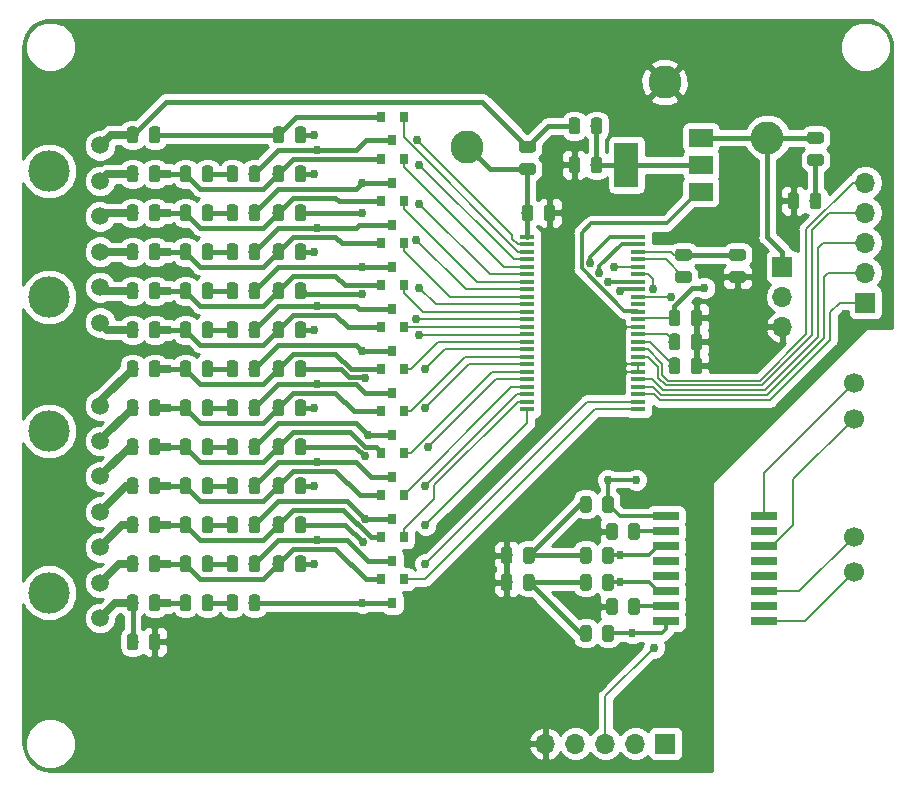
<source format=gbr>
%TF.GenerationSoftware,KiCad,Pcbnew,(5.0.0)*%
%TF.CreationDate,2019-02-02T21:12:50-06:00*%
%TF.ProjectId,BPSVoltage,425053566F6C746167652E6B69636164,rev?*%
%TF.SameCoordinates,Original*%
%TF.FileFunction,Copper,L1,Top,Signal*%
%TF.FilePolarity,Positive*%
%FSLAX46Y46*%
G04 Gerber Fmt 4.6, Leading zero omitted, Abs format (unit mm)*
G04 Created by KiCad (PCBNEW (5.0.0)) date 02/02/19 21:12:50*
%MOMM*%
%LPD*%
G01*
G04 APERTURE LIST*
%ADD10R,0.800000X0.900000*%
%ADD11C,0.100000*%
%ADD12C,0.975000*%
%ADD13C,1.700000*%
%ADD14R,1.700000X1.700000*%
%ADD15O,1.700000X1.700000*%
%ADD16R,2.000000X3.800000*%
%ADD17R,2.000000X1.500000*%
%ADD18C,2.800000*%
%ADD19R,1.200000X0.400000*%
%ADD20R,2.200000X0.760000*%
%ADD21C,1.500000*%
%ADD22C,3.500000*%
%ADD23C,0.762000*%
%ADD24C,0.381000*%
%ADD25C,0.203200*%
%ADD26C,0.304800*%
%ADD27C,0.635000*%
%ADD28C,0.254000*%
G04 APERTURE END LIST*
D10*
X76962000Y-68072000D03*
X76012000Y-66072000D03*
X77912000Y-66072000D03*
D11*
G36*
X92626642Y-62293174D02*
X92650303Y-62296684D01*
X92673507Y-62302496D01*
X92696029Y-62310554D01*
X92717653Y-62320782D01*
X92738170Y-62333079D01*
X92757383Y-62347329D01*
X92775107Y-62363393D01*
X92791171Y-62381117D01*
X92805421Y-62400330D01*
X92817718Y-62420847D01*
X92827946Y-62442471D01*
X92836004Y-62464993D01*
X92841816Y-62488197D01*
X92845326Y-62511858D01*
X92846500Y-62535750D01*
X92846500Y-63448250D01*
X92845326Y-63472142D01*
X92841816Y-63495803D01*
X92836004Y-63519007D01*
X92827946Y-63541529D01*
X92817718Y-63563153D01*
X92805421Y-63583670D01*
X92791171Y-63602883D01*
X92775107Y-63620607D01*
X92757383Y-63636671D01*
X92738170Y-63650921D01*
X92717653Y-63663218D01*
X92696029Y-63673446D01*
X92673507Y-63681504D01*
X92650303Y-63687316D01*
X92626642Y-63690826D01*
X92602750Y-63692000D01*
X92115250Y-63692000D01*
X92091358Y-63690826D01*
X92067697Y-63687316D01*
X92044493Y-63681504D01*
X92021971Y-63673446D01*
X92000347Y-63663218D01*
X91979830Y-63650921D01*
X91960617Y-63636671D01*
X91942893Y-63620607D01*
X91926829Y-63602883D01*
X91912579Y-63583670D01*
X91900282Y-63563153D01*
X91890054Y-63541529D01*
X91881996Y-63519007D01*
X91876184Y-63495803D01*
X91872674Y-63472142D01*
X91871500Y-63448250D01*
X91871500Y-62535750D01*
X91872674Y-62511858D01*
X91876184Y-62488197D01*
X91881996Y-62464993D01*
X91890054Y-62442471D01*
X91900282Y-62420847D01*
X91912579Y-62400330D01*
X91926829Y-62381117D01*
X91942893Y-62363393D01*
X91960617Y-62347329D01*
X91979830Y-62333079D01*
X92000347Y-62320782D01*
X92021971Y-62310554D01*
X92044493Y-62302496D01*
X92067697Y-62296684D01*
X92091358Y-62293174D01*
X92115250Y-62292000D01*
X92602750Y-62292000D01*
X92626642Y-62293174D01*
X92626642Y-62293174D01*
G37*
D12*
X92359000Y-62992000D03*
D11*
G36*
X94501642Y-62293174D02*
X94525303Y-62296684D01*
X94548507Y-62302496D01*
X94571029Y-62310554D01*
X94592653Y-62320782D01*
X94613170Y-62333079D01*
X94632383Y-62347329D01*
X94650107Y-62363393D01*
X94666171Y-62381117D01*
X94680421Y-62400330D01*
X94692718Y-62420847D01*
X94702946Y-62442471D01*
X94711004Y-62464993D01*
X94716816Y-62488197D01*
X94720326Y-62511858D01*
X94721500Y-62535750D01*
X94721500Y-63448250D01*
X94720326Y-63472142D01*
X94716816Y-63495803D01*
X94711004Y-63519007D01*
X94702946Y-63541529D01*
X94692718Y-63563153D01*
X94680421Y-63583670D01*
X94666171Y-63602883D01*
X94650107Y-63620607D01*
X94632383Y-63636671D01*
X94613170Y-63650921D01*
X94592653Y-63663218D01*
X94571029Y-63673446D01*
X94548507Y-63681504D01*
X94525303Y-63687316D01*
X94501642Y-63690826D01*
X94477750Y-63692000D01*
X93990250Y-63692000D01*
X93966358Y-63690826D01*
X93942697Y-63687316D01*
X93919493Y-63681504D01*
X93896971Y-63673446D01*
X93875347Y-63663218D01*
X93854830Y-63650921D01*
X93835617Y-63636671D01*
X93817893Y-63620607D01*
X93801829Y-63602883D01*
X93787579Y-63583670D01*
X93775282Y-63563153D01*
X93765054Y-63541529D01*
X93756996Y-63519007D01*
X93751184Y-63495803D01*
X93747674Y-63472142D01*
X93746500Y-63448250D01*
X93746500Y-62535750D01*
X93747674Y-62511858D01*
X93751184Y-62488197D01*
X93756996Y-62464993D01*
X93765054Y-62442471D01*
X93775282Y-62420847D01*
X93787579Y-62400330D01*
X93801829Y-62381117D01*
X93817893Y-62363393D01*
X93835617Y-62347329D01*
X93854830Y-62333079D01*
X93875347Y-62320782D01*
X93896971Y-62310554D01*
X93919493Y-62302496D01*
X93942697Y-62296684D01*
X93966358Y-62293174D01*
X93990250Y-62292000D01*
X94477750Y-62292000D01*
X94501642Y-62293174D01*
X94501642Y-62293174D01*
G37*
D12*
X94234000Y-62992000D03*
D11*
G36*
X88659642Y-66357174D02*
X88683303Y-66360684D01*
X88706507Y-66366496D01*
X88729029Y-66374554D01*
X88750653Y-66384782D01*
X88771170Y-66397079D01*
X88790383Y-66411329D01*
X88808107Y-66427393D01*
X88824171Y-66445117D01*
X88838421Y-66464330D01*
X88850718Y-66484847D01*
X88860946Y-66506471D01*
X88869004Y-66528993D01*
X88874816Y-66552197D01*
X88878326Y-66575858D01*
X88879500Y-66599750D01*
X88879500Y-67512250D01*
X88878326Y-67536142D01*
X88874816Y-67559803D01*
X88869004Y-67583007D01*
X88860946Y-67605529D01*
X88850718Y-67627153D01*
X88838421Y-67647670D01*
X88824171Y-67666883D01*
X88808107Y-67684607D01*
X88790383Y-67700671D01*
X88771170Y-67714921D01*
X88750653Y-67727218D01*
X88729029Y-67737446D01*
X88706507Y-67745504D01*
X88683303Y-67751316D01*
X88659642Y-67754826D01*
X88635750Y-67756000D01*
X88148250Y-67756000D01*
X88124358Y-67754826D01*
X88100697Y-67751316D01*
X88077493Y-67745504D01*
X88054971Y-67737446D01*
X88033347Y-67727218D01*
X88012830Y-67714921D01*
X87993617Y-67700671D01*
X87975893Y-67684607D01*
X87959829Y-67666883D01*
X87945579Y-67647670D01*
X87933282Y-67627153D01*
X87923054Y-67605529D01*
X87914996Y-67583007D01*
X87909184Y-67559803D01*
X87905674Y-67536142D01*
X87904500Y-67512250D01*
X87904500Y-66599750D01*
X87905674Y-66575858D01*
X87909184Y-66552197D01*
X87914996Y-66528993D01*
X87923054Y-66506471D01*
X87933282Y-66484847D01*
X87945579Y-66464330D01*
X87959829Y-66445117D01*
X87975893Y-66427393D01*
X87993617Y-66411329D01*
X88012830Y-66397079D01*
X88033347Y-66384782D01*
X88054971Y-66374554D01*
X88077493Y-66366496D01*
X88100697Y-66360684D01*
X88124358Y-66357174D01*
X88148250Y-66356000D01*
X88635750Y-66356000D01*
X88659642Y-66357174D01*
X88659642Y-66357174D01*
G37*
D12*
X88392000Y-67056000D03*
D11*
G36*
X90534642Y-66357174D02*
X90558303Y-66360684D01*
X90581507Y-66366496D01*
X90604029Y-66374554D01*
X90625653Y-66384782D01*
X90646170Y-66397079D01*
X90665383Y-66411329D01*
X90683107Y-66427393D01*
X90699171Y-66445117D01*
X90713421Y-66464330D01*
X90725718Y-66484847D01*
X90735946Y-66506471D01*
X90744004Y-66528993D01*
X90749816Y-66552197D01*
X90753326Y-66575858D01*
X90754500Y-66599750D01*
X90754500Y-67512250D01*
X90753326Y-67536142D01*
X90749816Y-67559803D01*
X90744004Y-67583007D01*
X90735946Y-67605529D01*
X90725718Y-67627153D01*
X90713421Y-67647670D01*
X90699171Y-67666883D01*
X90683107Y-67684607D01*
X90665383Y-67700671D01*
X90646170Y-67714921D01*
X90625653Y-67727218D01*
X90604029Y-67737446D01*
X90581507Y-67745504D01*
X90558303Y-67751316D01*
X90534642Y-67754826D01*
X90510750Y-67756000D01*
X90023250Y-67756000D01*
X89999358Y-67754826D01*
X89975697Y-67751316D01*
X89952493Y-67745504D01*
X89929971Y-67737446D01*
X89908347Y-67727218D01*
X89887830Y-67714921D01*
X89868617Y-67700671D01*
X89850893Y-67684607D01*
X89834829Y-67666883D01*
X89820579Y-67647670D01*
X89808282Y-67627153D01*
X89798054Y-67605529D01*
X89789996Y-67583007D01*
X89784184Y-67559803D01*
X89780674Y-67536142D01*
X89779500Y-67512250D01*
X89779500Y-66599750D01*
X89780674Y-66575858D01*
X89784184Y-66552197D01*
X89789996Y-66528993D01*
X89798054Y-66506471D01*
X89808282Y-66484847D01*
X89820579Y-66464330D01*
X89834829Y-66445117D01*
X89850893Y-66427393D01*
X89868617Y-66411329D01*
X89887830Y-66397079D01*
X89908347Y-66384782D01*
X89929971Y-66374554D01*
X89952493Y-66366496D01*
X89975697Y-66360684D01*
X89999358Y-66357174D01*
X90023250Y-66356000D01*
X90510750Y-66356000D01*
X90534642Y-66357174D01*
X90534642Y-66357174D01*
G37*
D12*
X90267000Y-67056000D03*
D11*
G36*
X101105642Y-79311174D02*
X101129303Y-79314684D01*
X101152507Y-79320496D01*
X101175029Y-79328554D01*
X101196653Y-79338782D01*
X101217170Y-79351079D01*
X101236383Y-79365329D01*
X101254107Y-79381393D01*
X101270171Y-79399117D01*
X101284421Y-79418330D01*
X101296718Y-79438847D01*
X101306946Y-79460471D01*
X101315004Y-79482993D01*
X101320816Y-79506197D01*
X101324326Y-79529858D01*
X101325500Y-79553750D01*
X101325500Y-80466250D01*
X101324326Y-80490142D01*
X101320816Y-80513803D01*
X101315004Y-80537007D01*
X101306946Y-80559529D01*
X101296718Y-80581153D01*
X101284421Y-80601670D01*
X101270171Y-80620883D01*
X101254107Y-80638607D01*
X101236383Y-80654671D01*
X101217170Y-80668921D01*
X101196653Y-80681218D01*
X101175029Y-80691446D01*
X101152507Y-80699504D01*
X101129303Y-80705316D01*
X101105642Y-80708826D01*
X101081750Y-80710000D01*
X100594250Y-80710000D01*
X100570358Y-80708826D01*
X100546697Y-80705316D01*
X100523493Y-80699504D01*
X100500971Y-80691446D01*
X100479347Y-80681218D01*
X100458830Y-80668921D01*
X100439617Y-80654671D01*
X100421893Y-80638607D01*
X100405829Y-80620883D01*
X100391579Y-80601670D01*
X100379282Y-80581153D01*
X100369054Y-80559529D01*
X100360996Y-80537007D01*
X100355184Y-80513803D01*
X100351674Y-80490142D01*
X100350500Y-80466250D01*
X100350500Y-79553750D01*
X100351674Y-79529858D01*
X100355184Y-79506197D01*
X100360996Y-79482993D01*
X100369054Y-79460471D01*
X100379282Y-79438847D01*
X100391579Y-79418330D01*
X100405829Y-79399117D01*
X100421893Y-79381393D01*
X100439617Y-79365329D01*
X100458830Y-79351079D01*
X100479347Y-79338782D01*
X100500971Y-79328554D01*
X100523493Y-79320496D01*
X100546697Y-79314684D01*
X100570358Y-79311174D01*
X100594250Y-79310000D01*
X101081750Y-79310000D01*
X101105642Y-79311174D01*
X101105642Y-79311174D01*
G37*
D12*
X100838000Y-80010000D03*
D11*
G36*
X102980642Y-79311174D02*
X103004303Y-79314684D01*
X103027507Y-79320496D01*
X103050029Y-79328554D01*
X103071653Y-79338782D01*
X103092170Y-79351079D01*
X103111383Y-79365329D01*
X103129107Y-79381393D01*
X103145171Y-79399117D01*
X103159421Y-79418330D01*
X103171718Y-79438847D01*
X103181946Y-79460471D01*
X103190004Y-79482993D01*
X103195816Y-79506197D01*
X103199326Y-79529858D01*
X103200500Y-79553750D01*
X103200500Y-80466250D01*
X103199326Y-80490142D01*
X103195816Y-80513803D01*
X103190004Y-80537007D01*
X103181946Y-80559529D01*
X103171718Y-80581153D01*
X103159421Y-80601670D01*
X103145171Y-80620883D01*
X103129107Y-80638607D01*
X103111383Y-80654671D01*
X103092170Y-80668921D01*
X103071653Y-80681218D01*
X103050029Y-80691446D01*
X103027507Y-80699504D01*
X103004303Y-80705316D01*
X102980642Y-80708826D01*
X102956750Y-80710000D01*
X102469250Y-80710000D01*
X102445358Y-80708826D01*
X102421697Y-80705316D01*
X102398493Y-80699504D01*
X102375971Y-80691446D01*
X102354347Y-80681218D01*
X102333830Y-80668921D01*
X102314617Y-80654671D01*
X102296893Y-80638607D01*
X102280829Y-80620883D01*
X102266579Y-80601670D01*
X102254282Y-80581153D01*
X102244054Y-80559529D01*
X102235996Y-80537007D01*
X102230184Y-80513803D01*
X102226674Y-80490142D01*
X102225500Y-80466250D01*
X102225500Y-79553750D01*
X102226674Y-79529858D01*
X102230184Y-79506197D01*
X102235996Y-79482993D01*
X102244054Y-79460471D01*
X102254282Y-79438847D01*
X102266579Y-79418330D01*
X102280829Y-79399117D01*
X102296893Y-79381393D01*
X102314617Y-79365329D01*
X102333830Y-79351079D01*
X102354347Y-79338782D01*
X102375971Y-79328554D01*
X102398493Y-79320496D01*
X102421697Y-79314684D01*
X102445358Y-79311174D01*
X102469250Y-79310000D01*
X102956750Y-79310000D01*
X102980642Y-79311174D01*
X102980642Y-79311174D01*
G37*
D12*
X102713000Y-80010000D03*
D11*
G36*
X102980642Y-77279174D02*
X103004303Y-77282684D01*
X103027507Y-77288496D01*
X103050029Y-77296554D01*
X103071653Y-77306782D01*
X103092170Y-77319079D01*
X103111383Y-77333329D01*
X103129107Y-77349393D01*
X103145171Y-77367117D01*
X103159421Y-77386330D01*
X103171718Y-77406847D01*
X103181946Y-77428471D01*
X103190004Y-77450993D01*
X103195816Y-77474197D01*
X103199326Y-77497858D01*
X103200500Y-77521750D01*
X103200500Y-78434250D01*
X103199326Y-78458142D01*
X103195816Y-78481803D01*
X103190004Y-78505007D01*
X103181946Y-78527529D01*
X103171718Y-78549153D01*
X103159421Y-78569670D01*
X103145171Y-78588883D01*
X103129107Y-78606607D01*
X103111383Y-78622671D01*
X103092170Y-78636921D01*
X103071653Y-78649218D01*
X103050029Y-78659446D01*
X103027507Y-78667504D01*
X103004303Y-78673316D01*
X102980642Y-78676826D01*
X102956750Y-78678000D01*
X102469250Y-78678000D01*
X102445358Y-78676826D01*
X102421697Y-78673316D01*
X102398493Y-78667504D01*
X102375971Y-78659446D01*
X102354347Y-78649218D01*
X102333830Y-78636921D01*
X102314617Y-78622671D01*
X102296893Y-78606607D01*
X102280829Y-78588883D01*
X102266579Y-78569670D01*
X102254282Y-78549153D01*
X102244054Y-78527529D01*
X102235996Y-78505007D01*
X102230184Y-78481803D01*
X102226674Y-78458142D01*
X102225500Y-78434250D01*
X102225500Y-77521750D01*
X102226674Y-77497858D01*
X102230184Y-77474197D01*
X102235996Y-77450993D01*
X102244054Y-77428471D01*
X102254282Y-77406847D01*
X102266579Y-77386330D01*
X102280829Y-77367117D01*
X102296893Y-77349393D01*
X102314617Y-77333329D01*
X102333830Y-77319079D01*
X102354347Y-77306782D01*
X102375971Y-77296554D01*
X102398493Y-77288496D01*
X102421697Y-77282684D01*
X102445358Y-77279174D01*
X102469250Y-77278000D01*
X102956750Y-77278000D01*
X102980642Y-77279174D01*
X102980642Y-77279174D01*
G37*
D12*
X102713000Y-77978000D03*
D11*
G36*
X101105642Y-77279174D02*
X101129303Y-77282684D01*
X101152507Y-77288496D01*
X101175029Y-77296554D01*
X101196653Y-77306782D01*
X101217170Y-77319079D01*
X101236383Y-77333329D01*
X101254107Y-77349393D01*
X101270171Y-77367117D01*
X101284421Y-77386330D01*
X101296718Y-77406847D01*
X101306946Y-77428471D01*
X101315004Y-77450993D01*
X101320816Y-77474197D01*
X101324326Y-77497858D01*
X101325500Y-77521750D01*
X101325500Y-78434250D01*
X101324326Y-78458142D01*
X101320816Y-78481803D01*
X101315004Y-78505007D01*
X101306946Y-78527529D01*
X101296718Y-78549153D01*
X101284421Y-78569670D01*
X101270171Y-78588883D01*
X101254107Y-78606607D01*
X101236383Y-78622671D01*
X101217170Y-78636921D01*
X101196653Y-78649218D01*
X101175029Y-78659446D01*
X101152507Y-78667504D01*
X101129303Y-78673316D01*
X101105642Y-78676826D01*
X101081750Y-78678000D01*
X100594250Y-78678000D01*
X100570358Y-78676826D01*
X100546697Y-78673316D01*
X100523493Y-78667504D01*
X100500971Y-78659446D01*
X100479347Y-78649218D01*
X100458830Y-78636921D01*
X100439617Y-78622671D01*
X100421893Y-78606607D01*
X100405829Y-78588883D01*
X100391579Y-78569670D01*
X100379282Y-78549153D01*
X100369054Y-78527529D01*
X100360996Y-78505007D01*
X100355184Y-78481803D01*
X100351674Y-78458142D01*
X100350500Y-78434250D01*
X100350500Y-77521750D01*
X100351674Y-77497858D01*
X100355184Y-77474197D01*
X100360996Y-77450993D01*
X100369054Y-77428471D01*
X100379282Y-77406847D01*
X100391579Y-77386330D01*
X100405829Y-77367117D01*
X100421893Y-77349393D01*
X100439617Y-77333329D01*
X100458830Y-77319079D01*
X100479347Y-77306782D01*
X100500971Y-77296554D01*
X100523493Y-77288496D01*
X100546697Y-77282684D01*
X100570358Y-77279174D01*
X100594250Y-77278000D01*
X101081750Y-77278000D01*
X101105642Y-77279174D01*
X101105642Y-77279174D01*
G37*
D12*
X100838000Y-77978000D03*
D11*
G36*
X101105642Y-75247174D02*
X101129303Y-75250684D01*
X101152507Y-75256496D01*
X101175029Y-75264554D01*
X101196653Y-75274782D01*
X101217170Y-75287079D01*
X101236383Y-75301329D01*
X101254107Y-75317393D01*
X101270171Y-75335117D01*
X101284421Y-75354330D01*
X101296718Y-75374847D01*
X101306946Y-75396471D01*
X101315004Y-75418993D01*
X101320816Y-75442197D01*
X101324326Y-75465858D01*
X101325500Y-75489750D01*
X101325500Y-76402250D01*
X101324326Y-76426142D01*
X101320816Y-76449803D01*
X101315004Y-76473007D01*
X101306946Y-76495529D01*
X101296718Y-76517153D01*
X101284421Y-76537670D01*
X101270171Y-76556883D01*
X101254107Y-76574607D01*
X101236383Y-76590671D01*
X101217170Y-76604921D01*
X101196653Y-76617218D01*
X101175029Y-76627446D01*
X101152507Y-76635504D01*
X101129303Y-76641316D01*
X101105642Y-76644826D01*
X101081750Y-76646000D01*
X100594250Y-76646000D01*
X100570358Y-76644826D01*
X100546697Y-76641316D01*
X100523493Y-76635504D01*
X100500971Y-76627446D01*
X100479347Y-76617218D01*
X100458830Y-76604921D01*
X100439617Y-76590671D01*
X100421893Y-76574607D01*
X100405829Y-76556883D01*
X100391579Y-76537670D01*
X100379282Y-76517153D01*
X100369054Y-76495529D01*
X100360996Y-76473007D01*
X100355184Y-76449803D01*
X100351674Y-76426142D01*
X100350500Y-76402250D01*
X100350500Y-75489750D01*
X100351674Y-75465858D01*
X100355184Y-75442197D01*
X100360996Y-75418993D01*
X100369054Y-75396471D01*
X100379282Y-75374847D01*
X100391579Y-75354330D01*
X100405829Y-75335117D01*
X100421893Y-75317393D01*
X100439617Y-75301329D01*
X100458830Y-75287079D01*
X100479347Y-75274782D01*
X100500971Y-75264554D01*
X100523493Y-75256496D01*
X100546697Y-75250684D01*
X100570358Y-75247174D01*
X100594250Y-75246000D01*
X101081750Y-75246000D01*
X101105642Y-75247174D01*
X101105642Y-75247174D01*
G37*
D12*
X100838000Y-75946000D03*
D11*
G36*
X102980642Y-75247174D02*
X103004303Y-75250684D01*
X103027507Y-75256496D01*
X103050029Y-75264554D01*
X103071653Y-75274782D01*
X103092170Y-75287079D01*
X103111383Y-75301329D01*
X103129107Y-75317393D01*
X103145171Y-75335117D01*
X103159421Y-75354330D01*
X103171718Y-75374847D01*
X103181946Y-75396471D01*
X103190004Y-75418993D01*
X103195816Y-75442197D01*
X103199326Y-75465858D01*
X103200500Y-75489750D01*
X103200500Y-76402250D01*
X103199326Y-76426142D01*
X103195816Y-76449803D01*
X103190004Y-76473007D01*
X103181946Y-76495529D01*
X103171718Y-76517153D01*
X103159421Y-76537670D01*
X103145171Y-76556883D01*
X103129107Y-76574607D01*
X103111383Y-76590671D01*
X103092170Y-76604921D01*
X103071653Y-76617218D01*
X103050029Y-76627446D01*
X103027507Y-76635504D01*
X103004303Y-76641316D01*
X102980642Y-76644826D01*
X102956750Y-76646000D01*
X102469250Y-76646000D01*
X102445358Y-76644826D01*
X102421697Y-76641316D01*
X102398493Y-76635504D01*
X102375971Y-76627446D01*
X102354347Y-76617218D01*
X102333830Y-76604921D01*
X102314617Y-76590671D01*
X102296893Y-76574607D01*
X102280829Y-76556883D01*
X102266579Y-76537670D01*
X102254282Y-76517153D01*
X102244054Y-76495529D01*
X102235996Y-76473007D01*
X102230184Y-76449803D01*
X102226674Y-76426142D01*
X102225500Y-76402250D01*
X102225500Y-75489750D01*
X102226674Y-75465858D01*
X102230184Y-75442197D01*
X102235996Y-75418993D01*
X102244054Y-75396471D01*
X102254282Y-75374847D01*
X102266579Y-75354330D01*
X102280829Y-75335117D01*
X102296893Y-75317393D01*
X102314617Y-75301329D01*
X102333830Y-75287079D01*
X102354347Y-75274782D01*
X102375971Y-75264554D01*
X102398493Y-75256496D01*
X102421697Y-75250684D01*
X102445358Y-75247174D01*
X102469250Y-75246000D01*
X102956750Y-75246000D01*
X102980642Y-75247174D01*
X102980642Y-75247174D01*
G37*
D12*
X102713000Y-75946000D03*
D11*
G36*
X97694642Y-93329174D02*
X97718303Y-93332684D01*
X97741507Y-93338496D01*
X97764029Y-93346554D01*
X97785653Y-93356782D01*
X97806170Y-93369079D01*
X97825383Y-93383329D01*
X97843107Y-93399393D01*
X97859171Y-93417117D01*
X97873421Y-93436330D01*
X97885718Y-93456847D01*
X97895946Y-93478471D01*
X97904004Y-93500993D01*
X97909816Y-93524197D01*
X97913326Y-93547858D01*
X97914500Y-93571750D01*
X97914500Y-94484250D01*
X97913326Y-94508142D01*
X97909816Y-94531803D01*
X97904004Y-94555007D01*
X97895946Y-94577529D01*
X97885718Y-94599153D01*
X97873421Y-94619670D01*
X97859171Y-94638883D01*
X97843107Y-94656607D01*
X97825383Y-94672671D01*
X97806170Y-94686921D01*
X97785653Y-94699218D01*
X97764029Y-94709446D01*
X97741507Y-94717504D01*
X97718303Y-94723316D01*
X97694642Y-94726826D01*
X97670750Y-94728000D01*
X97183250Y-94728000D01*
X97159358Y-94726826D01*
X97135697Y-94723316D01*
X97112493Y-94717504D01*
X97089971Y-94709446D01*
X97068347Y-94699218D01*
X97047830Y-94686921D01*
X97028617Y-94672671D01*
X97010893Y-94656607D01*
X96994829Y-94638883D01*
X96980579Y-94619670D01*
X96968282Y-94599153D01*
X96958054Y-94577529D01*
X96949996Y-94555007D01*
X96944184Y-94531803D01*
X96940674Y-94508142D01*
X96939500Y-94484250D01*
X96939500Y-93571750D01*
X96940674Y-93547858D01*
X96944184Y-93524197D01*
X96949996Y-93500993D01*
X96958054Y-93478471D01*
X96968282Y-93456847D01*
X96980579Y-93436330D01*
X96994829Y-93417117D01*
X97010893Y-93399393D01*
X97028617Y-93383329D01*
X97047830Y-93369079D01*
X97068347Y-93356782D01*
X97089971Y-93346554D01*
X97112493Y-93338496D01*
X97135697Y-93332684D01*
X97159358Y-93329174D01*
X97183250Y-93328000D01*
X97670750Y-93328000D01*
X97694642Y-93329174D01*
X97694642Y-93329174D01*
G37*
D12*
X97427000Y-94028000D03*
D11*
G36*
X95819642Y-93329174D02*
X95843303Y-93332684D01*
X95866507Y-93338496D01*
X95889029Y-93346554D01*
X95910653Y-93356782D01*
X95931170Y-93369079D01*
X95950383Y-93383329D01*
X95968107Y-93399393D01*
X95984171Y-93417117D01*
X95998421Y-93436330D01*
X96010718Y-93456847D01*
X96020946Y-93478471D01*
X96029004Y-93500993D01*
X96034816Y-93524197D01*
X96038326Y-93547858D01*
X96039500Y-93571750D01*
X96039500Y-94484250D01*
X96038326Y-94508142D01*
X96034816Y-94531803D01*
X96029004Y-94555007D01*
X96020946Y-94577529D01*
X96010718Y-94599153D01*
X95998421Y-94619670D01*
X95984171Y-94638883D01*
X95968107Y-94656607D01*
X95950383Y-94672671D01*
X95931170Y-94686921D01*
X95910653Y-94699218D01*
X95889029Y-94709446D01*
X95866507Y-94717504D01*
X95843303Y-94723316D01*
X95819642Y-94726826D01*
X95795750Y-94728000D01*
X95308250Y-94728000D01*
X95284358Y-94726826D01*
X95260697Y-94723316D01*
X95237493Y-94717504D01*
X95214971Y-94709446D01*
X95193347Y-94699218D01*
X95172830Y-94686921D01*
X95153617Y-94672671D01*
X95135893Y-94656607D01*
X95119829Y-94638883D01*
X95105579Y-94619670D01*
X95093282Y-94599153D01*
X95083054Y-94577529D01*
X95074996Y-94555007D01*
X95069184Y-94531803D01*
X95065674Y-94508142D01*
X95064500Y-94484250D01*
X95064500Y-93571750D01*
X95065674Y-93547858D01*
X95069184Y-93524197D01*
X95074996Y-93500993D01*
X95083054Y-93478471D01*
X95093282Y-93456847D01*
X95105579Y-93436330D01*
X95119829Y-93417117D01*
X95135893Y-93399393D01*
X95153617Y-93383329D01*
X95172830Y-93369079D01*
X95193347Y-93356782D01*
X95214971Y-93346554D01*
X95237493Y-93338496D01*
X95260697Y-93332684D01*
X95284358Y-93329174D01*
X95308250Y-93328000D01*
X95795750Y-93328000D01*
X95819642Y-93329174D01*
X95819642Y-93329174D01*
G37*
D12*
X95552000Y-94028000D03*
D11*
G36*
X88773642Y-95361174D02*
X88797303Y-95364684D01*
X88820507Y-95370496D01*
X88843029Y-95378554D01*
X88864653Y-95388782D01*
X88885170Y-95401079D01*
X88904383Y-95415329D01*
X88922107Y-95431393D01*
X88938171Y-95449117D01*
X88952421Y-95468330D01*
X88964718Y-95488847D01*
X88974946Y-95510471D01*
X88983004Y-95532993D01*
X88988816Y-95556197D01*
X88992326Y-95579858D01*
X88993500Y-95603750D01*
X88993500Y-96516250D01*
X88992326Y-96540142D01*
X88988816Y-96563803D01*
X88983004Y-96587007D01*
X88974946Y-96609529D01*
X88964718Y-96631153D01*
X88952421Y-96651670D01*
X88938171Y-96670883D01*
X88922107Y-96688607D01*
X88904383Y-96704671D01*
X88885170Y-96718921D01*
X88864653Y-96731218D01*
X88843029Y-96741446D01*
X88820507Y-96749504D01*
X88797303Y-96755316D01*
X88773642Y-96758826D01*
X88749750Y-96760000D01*
X88262250Y-96760000D01*
X88238358Y-96758826D01*
X88214697Y-96755316D01*
X88191493Y-96749504D01*
X88168971Y-96741446D01*
X88147347Y-96731218D01*
X88126830Y-96718921D01*
X88107617Y-96704671D01*
X88089893Y-96688607D01*
X88073829Y-96670883D01*
X88059579Y-96651670D01*
X88047282Y-96631153D01*
X88037054Y-96609529D01*
X88028996Y-96587007D01*
X88023184Y-96563803D01*
X88019674Y-96540142D01*
X88018500Y-96516250D01*
X88018500Y-95603750D01*
X88019674Y-95579858D01*
X88023184Y-95556197D01*
X88028996Y-95532993D01*
X88037054Y-95510471D01*
X88047282Y-95488847D01*
X88059579Y-95468330D01*
X88073829Y-95449117D01*
X88089893Y-95431393D01*
X88107617Y-95415329D01*
X88126830Y-95401079D01*
X88147347Y-95388782D01*
X88168971Y-95378554D01*
X88191493Y-95370496D01*
X88214697Y-95364684D01*
X88238358Y-95361174D01*
X88262250Y-95360000D01*
X88749750Y-95360000D01*
X88773642Y-95361174D01*
X88773642Y-95361174D01*
G37*
D12*
X88506000Y-96060000D03*
D11*
G36*
X86898642Y-95361174D02*
X86922303Y-95364684D01*
X86945507Y-95370496D01*
X86968029Y-95378554D01*
X86989653Y-95388782D01*
X87010170Y-95401079D01*
X87029383Y-95415329D01*
X87047107Y-95431393D01*
X87063171Y-95449117D01*
X87077421Y-95468330D01*
X87089718Y-95488847D01*
X87099946Y-95510471D01*
X87108004Y-95532993D01*
X87113816Y-95556197D01*
X87117326Y-95579858D01*
X87118500Y-95603750D01*
X87118500Y-96516250D01*
X87117326Y-96540142D01*
X87113816Y-96563803D01*
X87108004Y-96587007D01*
X87099946Y-96609529D01*
X87089718Y-96631153D01*
X87077421Y-96651670D01*
X87063171Y-96670883D01*
X87047107Y-96688607D01*
X87029383Y-96704671D01*
X87010170Y-96718921D01*
X86989653Y-96731218D01*
X86968029Y-96741446D01*
X86945507Y-96749504D01*
X86922303Y-96755316D01*
X86898642Y-96758826D01*
X86874750Y-96760000D01*
X86387250Y-96760000D01*
X86363358Y-96758826D01*
X86339697Y-96755316D01*
X86316493Y-96749504D01*
X86293971Y-96741446D01*
X86272347Y-96731218D01*
X86251830Y-96718921D01*
X86232617Y-96704671D01*
X86214893Y-96688607D01*
X86198829Y-96670883D01*
X86184579Y-96651670D01*
X86172282Y-96631153D01*
X86162054Y-96609529D01*
X86153996Y-96587007D01*
X86148184Y-96563803D01*
X86144674Y-96540142D01*
X86143500Y-96516250D01*
X86143500Y-95603750D01*
X86144674Y-95579858D01*
X86148184Y-95556197D01*
X86153996Y-95532993D01*
X86162054Y-95510471D01*
X86172282Y-95488847D01*
X86184579Y-95468330D01*
X86198829Y-95449117D01*
X86214893Y-95431393D01*
X86232617Y-95415329D01*
X86251830Y-95401079D01*
X86272347Y-95388782D01*
X86293971Y-95378554D01*
X86316493Y-95370496D01*
X86339697Y-95364684D01*
X86363358Y-95361174D01*
X86387250Y-95360000D01*
X86874750Y-95360000D01*
X86898642Y-95361174D01*
X86898642Y-95361174D01*
G37*
D12*
X86631000Y-96060000D03*
D11*
G36*
X95819642Y-99679174D02*
X95843303Y-99682684D01*
X95866507Y-99688496D01*
X95889029Y-99696554D01*
X95910653Y-99706782D01*
X95931170Y-99719079D01*
X95950383Y-99733329D01*
X95968107Y-99749393D01*
X95984171Y-99767117D01*
X95998421Y-99786330D01*
X96010718Y-99806847D01*
X96020946Y-99828471D01*
X96029004Y-99850993D01*
X96034816Y-99874197D01*
X96038326Y-99897858D01*
X96039500Y-99921750D01*
X96039500Y-100834250D01*
X96038326Y-100858142D01*
X96034816Y-100881803D01*
X96029004Y-100905007D01*
X96020946Y-100927529D01*
X96010718Y-100949153D01*
X95998421Y-100969670D01*
X95984171Y-100988883D01*
X95968107Y-101006607D01*
X95950383Y-101022671D01*
X95931170Y-101036921D01*
X95910653Y-101049218D01*
X95889029Y-101059446D01*
X95866507Y-101067504D01*
X95843303Y-101073316D01*
X95819642Y-101076826D01*
X95795750Y-101078000D01*
X95308250Y-101078000D01*
X95284358Y-101076826D01*
X95260697Y-101073316D01*
X95237493Y-101067504D01*
X95214971Y-101059446D01*
X95193347Y-101049218D01*
X95172830Y-101036921D01*
X95153617Y-101022671D01*
X95135893Y-101006607D01*
X95119829Y-100988883D01*
X95105579Y-100969670D01*
X95093282Y-100949153D01*
X95083054Y-100927529D01*
X95074996Y-100905007D01*
X95069184Y-100881803D01*
X95065674Y-100858142D01*
X95064500Y-100834250D01*
X95064500Y-99921750D01*
X95065674Y-99897858D01*
X95069184Y-99874197D01*
X95074996Y-99850993D01*
X95083054Y-99828471D01*
X95093282Y-99806847D01*
X95105579Y-99786330D01*
X95119829Y-99767117D01*
X95135893Y-99749393D01*
X95153617Y-99733329D01*
X95172830Y-99719079D01*
X95193347Y-99706782D01*
X95214971Y-99696554D01*
X95237493Y-99688496D01*
X95260697Y-99682684D01*
X95284358Y-99679174D01*
X95308250Y-99678000D01*
X95795750Y-99678000D01*
X95819642Y-99679174D01*
X95819642Y-99679174D01*
G37*
D12*
X95552000Y-100378000D03*
D11*
G36*
X97694642Y-99679174D02*
X97718303Y-99682684D01*
X97741507Y-99688496D01*
X97764029Y-99696554D01*
X97785653Y-99706782D01*
X97806170Y-99719079D01*
X97825383Y-99733329D01*
X97843107Y-99749393D01*
X97859171Y-99767117D01*
X97873421Y-99786330D01*
X97885718Y-99806847D01*
X97895946Y-99828471D01*
X97904004Y-99850993D01*
X97909816Y-99874197D01*
X97913326Y-99897858D01*
X97914500Y-99921750D01*
X97914500Y-100834250D01*
X97913326Y-100858142D01*
X97909816Y-100881803D01*
X97904004Y-100905007D01*
X97895946Y-100927529D01*
X97885718Y-100949153D01*
X97873421Y-100969670D01*
X97859171Y-100988883D01*
X97843107Y-101006607D01*
X97825383Y-101022671D01*
X97806170Y-101036921D01*
X97785653Y-101049218D01*
X97764029Y-101059446D01*
X97741507Y-101067504D01*
X97718303Y-101073316D01*
X97694642Y-101076826D01*
X97670750Y-101078000D01*
X97183250Y-101078000D01*
X97159358Y-101076826D01*
X97135697Y-101073316D01*
X97112493Y-101067504D01*
X97089971Y-101059446D01*
X97068347Y-101049218D01*
X97047830Y-101036921D01*
X97028617Y-101022671D01*
X97010893Y-101006607D01*
X96994829Y-100988883D01*
X96980579Y-100969670D01*
X96968282Y-100949153D01*
X96958054Y-100927529D01*
X96949996Y-100905007D01*
X96944184Y-100881803D01*
X96940674Y-100858142D01*
X96939500Y-100834250D01*
X96939500Y-99921750D01*
X96940674Y-99897858D01*
X96944184Y-99874197D01*
X96949996Y-99850993D01*
X96958054Y-99828471D01*
X96968282Y-99806847D01*
X96980579Y-99786330D01*
X96994829Y-99767117D01*
X97010893Y-99749393D01*
X97028617Y-99733329D01*
X97047830Y-99719079D01*
X97068347Y-99706782D01*
X97089971Y-99696554D01*
X97112493Y-99688496D01*
X97135697Y-99682684D01*
X97159358Y-99679174D01*
X97183250Y-99678000D01*
X97670750Y-99678000D01*
X97694642Y-99679174D01*
X97694642Y-99679174D01*
G37*
D12*
X97427000Y-100378000D03*
D11*
G36*
X88773642Y-97647174D02*
X88797303Y-97650684D01*
X88820507Y-97656496D01*
X88843029Y-97664554D01*
X88864653Y-97674782D01*
X88885170Y-97687079D01*
X88904383Y-97701329D01*
X88922107Y-97717393D01*
X88938171Y-97735117D01*
X88952421Y-97754330D01*
X88964718Y-97774847D01*
X88974946Y-97796471D01*
X88983004Y-97818993D01*
X88988816Y-97842197D01*
X88992326Y-97865858D01*
X88993500Y-97889750D01*
X88993500Y-98802250D01*
X88992326Y-98826142D01*
X88988816Y-98849803D01*
X88983004Y-98873007D01*
X88974946Y-98895529D01*
X88964718Y-98917153D01*
X88952421Y-98937670D01*
X88938171Y-98956883D01*
X88922107Y-98974607D01*
X88904383Y-98990671D01*
X88885170Y-99004921D01*
X88864653Y-99017218D01*
X88843029Y-99027446D01*
X88820507Y-99035504D01*
X88797303Y-99041316D01*
X88773642Y-99044826D01*
X88749750Y-99046000D01*
X88262250Y-99046000D01*
X88238358Y-99044826D01*
X88214697Y-99041316D01*
X88191493Y-99035504D01*
X88168971Y-99027446D01*
X88147347Y-99017218D01*
X88126830Y-99004921D01*
X88107617Y-98990671D01*
X88089893Y-98974607D01*
X88073829Y-98956883D01*
X88059579Y-98937670D01*
X88047282Y-98917153D01*
X88037054Y-98895529D01*
X88028996Y-98873007D01*
X88023184Y-98849803D01*
X88019674Y-98826142D01*
X88018500Y-98802250D01*
X88018500Y-97889750D01*
X88019674Y-97865858D01*
X88023184Y-97842197D01*
X88028996Y-97818993D01*
X88037054Y-97796471D01*
X88047282Y-97774847D01*
X88059579Y-97754330D01*
X88073829Y-97735117D01*
X88089893Y-97717393D01*
X88107617Y-97701329D01*
X88126830Y-97687079D01*
X88147347Y-97674782D01*
X88168971Y-97664554D01*
X88191493Y-97656496D01*
X88214697Y-97650684D01*
X88238358Y-97647174D01*
X88262250Y-97646000D01*
X88749750Y-97646000D01*
X88773642Y-97647174D01*
X88773642Y-97647174D01*
G37*
D12*
X88506000Y-98346000D03*
D11*
G36*
X86898642Y-97647174D02*
X86922303Y-97650684D01*
X86945507Y-97656496D01*
X86968029Y-97664554D01*
X86989653Y-97674782D01*
X87010170Y-97687079D01*
X87029383Y-97701329D01*
X87047107Y-97717393D01*
X87063171Y-97735117D01*
X87077421Y-97754330D01*
X87089718Y-97774847D01*
X87099946Y-97796471D01*
X87108004Y-97818993D01*
X87113816Y-97842197D01*
X87117326Y-97865858D01*
X87118500Y-97889750D01*
X87118500Y-98802250D01*
X87117326Y-98826142D01*
X87113816Y-98849803D01*
X87108004Y-98873007D01*
X87099946Y-98895529D01*
X87089718Y-98917153D01*
X87077421Y-98937670D01*
X87063171Y-98956883D01*
X87047107Y-98974607D01*
X87029383Y-98990671D01*
X87010170Y-99004921D01*
X86989653Y-99017218D01*
X86968029Y-99027446D01*
X86945507Y-99035504D01*
X86922303Y-99041316D01*
X86898642Y-99044826D01*
X86874750Y-99046000D01*
X86387250Y-99046000D01*
X86363358Y-99044826D01*
X86339697Y-99041316D01*
X86316493Y-99035504D01*
X86293971Y-99027446D01*
X86272347Y-99017218D01*
X86251830Y-99004921D01*
X86232617Y-98990671D01*
X86214893Y-98974607D01*
X86198829Y-98956883D01*
X86184579Y-98937670D01*
X86172282Y-98917153D01*
X86162054Y-98895529D01*
X86153996Y-98873007D01*
X86148184Y-98849803D01*
X86144674Y-98826142D01*
X86143500Y-98802250D01*
X86143500Y-97889750D01*
X86144674Y-97865858D01*
X86148184Y-97842197D01*
X86153996Y-97818993D01*
X86162054Y-97796471D01*
X86172282Y-97774847D01*
X86184579Y-97754330D01*
X86198829Y-97735117D01*
X86214893Y-97717393D01*
X86232617Y-97701329D01*
X86251830Y-97687079D01*
X86272347Y-97674782D01*
X86293971Y-97664554D01*
X86316493Y-97656496D01*
X86339697Y-97650684D01*
X86363358Y-97647174D01*
X86387250Y-97646000D01*
X86874750Y-97646000D01*
X86898642Y-97647174D01*
X86898642Y-97647174D01*
G37*
D12*
X86631000Y-98346000D03*
D11*
G36*
X111168642Y-65341174D02*
X111192303Y-65344684D01*
X111215507Y-65350496D01*
X111238029Y-65358554D01*
X111259653Y-65368782D01*
X111280170Y-65381079D01*
X111299383Y-65395329D01*
X111317107Y-65411393D01*
X111333171Y-65429117D01*
X111347421Y-65448330D01*
X111359718Y-65468847D01*
X111369946Y-65490471D01*
X111378004Y-65512993D01*
X111383816Y-65536197D01*
X111387326Y-65559858D01*
X111388500Y-65583750D01*
X111388500Y-66496250D01*
X111387326Y-66520142D01*
X111383816Y-66543803D01*
X111378004Y-66567007D01*
X111369946Y-66589529D01*
X111359718Y-66611153D01*
X111347421Y-66631670D01*
X111333171Y-66650883D01*
X111317107Y-66668607D01*
X111299383Y-66684671D01*
X111280170Y-66698921D01*
X111259653Y-66711218D01*
X111238029Y-66721446D01*
X111215507Y-66729504D01*
X111192303Y-66735316D01*
X111168642Y-66738826D01*
X111144750Y-66740000D01*
X110657250Y-66740000D01*
X110633358Y-66738826D01*
X110609697Y-66735316D01*
X110586493Y-66729504D01*
X110563971Y-66721446D01*
X110542347Y-66711218D01*
X110521830Y-66698921D01*
X110502617Y-66684671D01*
X110484893Y-66668607D01*
X110468829Y-66650883D01*
X110454579Y-66631670D01*
X110442282Y-66611153D01*
X110432054Y-66589529D01*
X110423996Y-66567007D01*
X110418184Y-66543803D01*
X110414674Y-66520142D01*
X110413500Y-66496250D01*
X110413500Y-65583750D01*
X110414674Y-65559858D01*
X110418184Y-65536197D01*
X110423996Y-65512993D01*
X110432054Y-65490471D01*
X110442282Y-65468847D01*
X110454579Y-65448330D01*
X110468829Y-65429117D01*
X110484893Y-65411393D01*
X110502617Y-65395329D01*
X110521830Y-65381079D01*
X110542347Y-65368782D01*
X110563971Y-65358554D01*
X110586493Y-65350496D01*
X110609697Y-65344684D01*
X110633358Y-65341174D01*
X110657250Y-65340000D01*
X111144750Y-65340000D01*
X111168642Y-65341174D01*
X111168642Y-65341174D01*
G37*
D12*
X110901000Y-66040000D03*
D11*
G36*
X113043642Y-65341174D02*
X113067303Y-65344684D01*
X113090507Y-65350496D01*
X113113029Y-65358554D01*
X113134653Y-65368782D01*
X113155170Y-65381079D01*
X113174383Y-65395329D01*
X113192107Y-65411393D01*
X113208171Y-65429117D01*
X113222421Y-65448330D01*
X113234718Y-65468847D01*
X113244946Y-65490471D01*
X113253004Y-65512993D01*
X113258816Y-65536197D01*
X113262326Y-65559858D01*
X113263500Y-65583750D01*
X113263500Y-66496250D01*
X113262326Y-66520142D01*
X113258816Y-66543803D01*
X113253004Y-66567007D01*
X113244946Y-66589529D01*
X113234718Y-66611153D01*
X113222421Y-66631670D01*
X113208171Y-66650883D01*
X113192107Y-66668607D01*
X113174383Y-66684671D01*
X113155170Y-66698921D01*
X113134653Y-66711218D01*
X113113029Y-66721446D01*
X113090507Y-66729504D01*
X113067303Y-66735316D01*
X113043642Y-66738826D01*
X113019750Y-66740000D01*
X112532250Y-66740000D01*
X112508358Y-66738826D01*
X112484697Y-66735316D01*
X112461493Y-66729504D01*
X112438971Y-66721446D01*
X112417347Y-66711218D01*
X112396830Y-66698921D01*
X112377617Y-66684671D01*
X112359893Y-66668607D01*
X112343829Y-66650883D01*
X112329579Y-66631670D01*
X112317282Y-66611153D01*
X112307054Y-66589529D01*
X112298996Y-66567007D01*
X112293184Y-66543803D01*
X112289674Y-66520142D01*
X112288500Y-66496250D01*
X112288500Y-65583750D01*
X112289674Y-65559858D01*
X112293184Y-65536197D01*
X112298996Y-65512993D01*
X112307054Y-65490471D01*
X112317282Y-65468847D01*
X112329579Y-65448330D01*
X112343829Y-65429117D01*
X112359893Y-65411393D01*
X112377617Y-65395329D01*
X112396830Y-65381079D01*
X112417347Y-65368782D01*
X112438971Y-65358554D01*
X112461493Y-65350496D01*
X112484697Y-65344684D01*
X112508358Y-65341174D01*
X112532250Y-65340000D01*
X113019750Y-65340000D01*
X113043642Y-65341174D01*
X113043642Y-65341174D01*
G37*
D12*
X112776000Y-66040000D03*
D11*
G36*
X59703642Y-63055174D02*
X59727303Y-63058684D01*
X59750507Y-63064496D01*
X59773029Y-63072554D01*
X59794653Y-63082782D01*
X59815170Y-63095079D01*
X59834383Y-63109329D01*
X59852107Y-63125393D01*
X59868171Y-63143117D01*
X59882421Y-63162330D01*
X59894718Y-63182847D01*
X59904946Y-63204471D01*
X59913004Y-63226993D01*
X59918816Y-63250197D01*
X59922326Y-63273858D01*
X59923500Y-63297750D01*
X59923500Y-64210250D01*
X59922326Y-64234142D01*
X59918816Y-64257803D01*
X59913004Y-64281007D01*
X59904946Y-64303529D01*
X59894718Y-64325153D01*
X59882421Y-64345670D01*
X59868171Y-64364883D01*
X59852107Y-64382607D01*
X59834383Y-64398671D01*
X59815170Y-64412921D01*
X59794653Y-64425218D01*
X59773029Y-64435446D01*
X59750507Y-64443504D01*
X59727303Y-64449316D01*
X59703642Y-64452826D01*
X59679750Y-64454000D01*
X59192250Y-64454000D01*
X59168358Y-64452826D01*
X59144697Y-64449316D01*
X59121493Y-64443504D01*
X59098971Y-64435446D01*
X59077347Y-64425218D01*
X59056830Y-64412921D01*
X59037617Y-64398671D01*
X59019893Y-64382607D01*
X59003829Y-64364883D01*
X58989579Y-64345670D01*
X58977282Y-64325153D01*
X58967054Y-64303529D01*
X58958996Y-64281007D01*
X58953184Y-64257803D01*
X58949674Y-64234142D01*
X58948500Y-64210250D01*
X58948500Y-63297750D01*
X58949674Y-63273858D01*
X58953184Y-63250197D01*
X58958996Y-63226993D01*
X58967054Y-63204471D01*
X58977282Y-63182847D01*
X58989579Y-63162330D01*
X59003829Y-63143117D01*
X59019893Y-63125393D01*
X59037617Y-63109329D01*
X59056830Y-63095079D01*
X59077347Y-63082782D01*
X59098971Y-63072554D01*
X59121493Y-63064496D01*
X59144697Y-63058684D01*
X59168358Y-63055174D01*
X59192250Y-63054000D01*
X59679750Y-63054000D01*
X59703642Y-63055174D01*
X59703642Y-63055174D01*
G37*
D12*
X59436000Y-63754000D03*
D11*
G36*
X61578642Y-63055174D02*
X61602303Y-63058684D01*
X61625507Y-63064496D01*
X61648029Y-63072554D01*
X61669653Y-63082782D01*
X61690170Y-63095079D01*
X61709383Y-63109329D01*
X61727107Y-63125393D01*
X61743171Y-63143117D01*
X61757421Y-63162330D01*
X61769718Y-63182847D01*
X61779946Y-63204471D01*
X61788004Y-63226993D01*
X61793816Y-63250197D01*
X61797326Y-63273858D01*
X61798500Y-63297750D01*
X61798500Y-64210250D01*
X61797326Y-64234142D01*
X61793816Y-64257803D01*
X61788004Y-64281007D01*
X61779946Y-64303529D01*
X61769718Y-64325153D01*
X61757421Y-64345670D01*
X61743171Y-64364883D01*
X61727107Y-64382607D01*
X61709383Y-64398671D01*
X61690170Y-64412921D01*
X61669653Y-64425218D01*
X61648029Y-64435446D01*
X61625507Y-64443504D01*
X61602303Y-64449316D01*
X61578642Y-64452826D01*
X61554750Y-64454000D01*
X61067250Y-64454000D01*
X61043358Y-64452826D01*
X61019697Y-64449316D01*
X60996493Y-64443504D01*
X60973971Y-64435446D01*
X60952347Y-64425218D01*
X60931830Y-64412921D01*
X60912617Y-64398671D01*
X60894893Y-64382607D01*
X60878829Y-64364883D01*
X60864579Y-64345670D01*
X60852282Y-64325153D01*
X60842054Y-64303529D01*
X60833996Y-64281007D01*
X60828184Y-64257803D01*
X60824674Y-64234142D01*
X60823500Y-64210250D01*
X60823500Y-63297750D01*
X60824674Y-63273858D01*
X60828184Y-63250197D01*
X60833996Y-63226993D01*
X60842054Y-63204471D01*
X60852282Y-63182847D01*
X60864579Y-63162330D01*
X60878829Y-63143117D01*
X60894893Y-63125393D01*
X60912617Y-63109329D01*
X60931830Y-63095079D01*
X60952347Y-63082782D01*
X60973971Y-63072554D01*
X60996493Y-63064496D01*
X61019697Y-63058684D01*
X61043358Y-63055174D01*
X61067250Y-63054000D01*
X61554750Y-63054000D01*
X61578642Y-63055174D01*
X61578642Y-63055174D01*
G37*
D12*
X61311000Y-63754000D03*
D11*
G36*
X59703642Y-66357174D02*
X59727303Y-66360684D01*
X59750507Y-66366496D01*
X59773029Y-66374554D01*
X59794653Y-66384782D01*
X59815170Y-66397079D01*
X59834383Y-66411329D01*
X59852107Y-66427393D01*
X59868171Y-66445117D01*
X59882421Y-66464330D01*
X59894718Y-66484847D01*
X59904946Y-66506471D01*
X59913004Y-66528993D01*
X59918816Y-66552197D01*
X59922326Y-66575858D01*
X59923500Y-66599750D01*
X59923500Y-67512250D01*
X59922326Y-67536142D01*
X59918816Y-67559803D01*
X59913004Y-67583007D01*
X59904946Y-67605529D01*
X59894718Y-67627153D01*
X59882421Y-67647670D01*
X59868171Y-67666883D01*
X59852107Y-67684607D01*
X59834383Y-67700671D01*
X59815170Y-67714921D01*
X59794653Y-67727218D01*
X59773029Y-67737446D01*
X59750507Y-67745504D01*
X59727303Y-67751316D01*
X59703642Y-67754826D01*
X59679750Y-67756000D01*
X59192250Y-67756000D01*
X59168358Y-67754826D01*
X59144697Y-67751316D01*
X59121493Y-67745504D01*
X59098971Y-67737446D01*
X59077347Y-67727218D01*
X59056830Y-67714921D01*
X59037617Y-67700671D01*
X59019893Y-67684607D01*
X59003829Y-67666883D01*
X58989579Y-67647670D01*
X58977282Y-67627153D01*
X58967054Y-67605529D01*
X58958996Y-67583007D01*
X58953184Y-67559803D01*
X58949674Y-67536142D01*
X58948500Y-67512250D01*
X58948500Y-66599750D01*
X58949674Y-66575858D01*
X58953184Y-66552197D01*
X58958996Y-66528993D01*
X58967054Y-66506471D01*
X58977282Y-66484847D01*
X58989579Y-66464330D01*
X59003829Y-66445117D01*
X59019893Y-66427393D01*
X59037617Y-66411329D01*
X59056830Y-66397079D01*
X59077347Y-66384782D01*
X59098971Y-66374554D01*
X59121493Y-66366496D01*
X59144697Y-66360684D01*
X59168358Y-66357174D01*
X59192250Y-66356000D01*
X59679750Y-66356000D01*
X59703642Y-66357174D01*
X59703642Y-66357174D01*
G37*
D12*
X59436000Y-67056000D03*
D11*
G36*
X61578642Y-66357174D02*
X61602303Y-66360684D01*
X61625507Y-66366496D01*
X61648029Y-66374554D01*
X61669653Y-66384782D01*
X61690170Y-66397079D01*
X61709383Y-66411329D01*
X61727107Y-66427393D01*
X61743171Y-66445117D01*
X61757421Y-66464330D01*
X61769718Y-66484847D01*
X61779946Y-66506471D01*
X61788004Y-66528993D01*
X61793816Y-66552197D01*
X61797326Y-66575858D01*
X61798500Y-66599750D01*
X61798500Y-67512250D01*
X61797326Y-67536142D01*
X61793816Y-67559803D01*
X61788004Y-67583007D01*
X61779946Y-67605529D01*
X61769718Y-67627153D01*
X61757421Y-67647670D01*
X61743171Y-67666883D01*
X61727107Y-67684607D01*
X61709383Y-67700671D01*
X61690170Y-67714921D01*
X61669653Y-67727218D01*
X61648029Y-67737446D01*
X61625507Y-67745504D01*
X61602303Y-67751316D01*
X61578642Y-67754826D01*
X61554750Y-67756000D01*
X61067250Y-67756000D01*
X61043358Y-67754826D01*
X61019697Y-67751316D01*
X60996493Y-67745504D01*
X60973971Y-67737446D01*
X60952347Y-67727218D01*
X60931830Y-67714921D01*
X60912617Y-67700671D01*
X60894893Y-67684607D01*
X60878829Y-67666883D01*
X60864579Y-67647670D01*
X60852282Y-67627153D01*
X60842054Y-67605529D01*
X60833996Y-67583007D01*
X60828184Y-67559803D01*
X60824674Y-67536142D01*
X60823500Y-67512250D01*
X60823500Y-66599750D01*
X60824674Y-66575858D01*
X60828184Y-66552197D01*
X60833996Y-66528993D01*
X60842054Y-66506471D01*
X60852282Y-66484847D01*
X60864579Y-66464330D01*
X60878829Y-66445117D01*
X60894893Y-66427393D01*
X60912617Y-66411329D01*
X60931830Y-66397079D01*
X60952347Y-66384782D01*
X60973971Y-66374554D01*
X60996493Y-66366496D01*
X61019697Y-66360684D01*
X61043358Y-66357174D01*
X61067250Y-66356000D01*
X61554750Y-66356000D01*
X61578642Y-66357174D01*
X61578642Y-66357174D01*
G37*
D12*
X61311000Y-67056000D03*
D11*
G36*
X59703642Y-69659174D02*
X59727303Y-69662684D01*
X59750507Y-69668496D01*
X59773029Y-69676554D01*
X59794653Y-69686782D01*
X59815170Y-69699079D01*
X59834383Y-69713329D01*
X59852107Y-69729393D01*
X59868171Y-69747117D01*
X59882421Y-69766330D01*
X59894718Y-69786847D01*
X59904946Y-69808471D01*
X59913004Y-69830993D01*
X59918816Y-69854197D01*
X59922326Y-69877858D01*
X59923500Y-69901750D01*
X59923500Y-70814250D01*
X59922326Y-70838142D01*
X59918816Y-70861803D01*
X59913004Y-70885007D01*
X59904946Y-70907529D01*
X59894718Y-70929153D01*
X59882421Y-70949670D01*
X59868171Y-70968883D01*
X59852107Y-70986607D01*
X59834383Y-71002671D01*
X59815170Y-71016921D01*
X59794653Y-71029218D01*
X59773029Y-71039446D01*
X59750507Y-71047504D01*
X59727303Y-71053316D01*
X59703642Y-71056826D01*
X59679750Y-71058000D01*
X59192250Y-71058000D01*
X59168358Y-71056826D01*
X59144697Y-71053316D01*
X59121493Y-71047504D01*
X59098971Y-71039446D01*
X59077347Y-71029218D01*
X59056830Y-71016921D01*
X59037617Y-71002671D01*
X59019893Y-70986607D01*
X59003829Y-70968883D01*
X58989579Y-70949670D01*
X58977282Y-70929153D01*
X58967054Y-70907529D01*
X58958996Y-70885007D01*
X58953184Y-70861803D01*
X58949674Y-70838142D01*
X58948500Y-70814250D01*
X58948500Y-69901750D01*
X58949674Y-69877858D01*
X58953184Y-69854197D01*
X58958996Y-69830993D01*
X58967054Y-69808471D01*
X58977282Y-69786847D01*
X58989579Y-69766330D01*
X59003829Y-69747117D01*
X59019893Y-69729393D01*
X59037617Y-69713329D01*
X59056830Y-69699079D01*
X59077347Y-69686782D01*
X59098971Y-69676554D01*
X59121493Y-69668496D01*
X59144697Y-69662684D01*
X59168358Y-69659174D01*
X59192250Y-69658000D01*
X59679750Y-69658000D01*
X59703642Y-69659174D01*
X59703642Y-69659174D01*
G37*
D12*
X59436000Y-70358000D03*
D11*
G36*
X61578642Y-69659174D02*
X61602303Y-69662684D01*
X61625507Y-69668496D01*
X61648029Y-69676554D01*
X61669653Y-69686782D01*
X61690170Y-69699079D01*
X61709383Y-69713329D01*
X61727107Y-69729393D01*
X61743171Y-69747117D01*
X61757421Y-69766330D01*
X61769718Y-69786847D01*
X61779946Y-69808471D01*
X61788004Y-69830993D01*
X61793816Y-69854197D01*
X61797326Y-69877858D01*
X61798500Y-69901750D01*
X61798500Y-70814250D01*
X61797326Y-70838142D01*
X61793816Y-70861803D01*
X61788004Y-70885007D01*
X61779946Y-70907529D01*
X61769718Y-70929153D01*
X61757421Y-70949670D01*
X61743171Y-70968883D01*
X61727107Y-70986607D01*
X61709383Y-71002671D01*
X61690170Y-71016921D01*
X61669653Y-71029218D01*
X61648029Y-71039446D01*
X61625507Y-71047504D01*
X61602303Y-71053316D01*
X61578642Y-71056826D01*
X61554750Y-71058000D01*
X61067250Y-71058000D01*
X61043358Y-71056826D01*
X61019697Y-71053316D01*
X60996493Y-71047504D01*
X60973971Y-71039446D01*
X60952347Y-71029218D01*
X60931830Y-71016921D01*
X60912617Y-71002671D01*
X60894893Y-70986607D01*
X60878829Y-70968883D01*
X60864579Y-70949670D01*
X60852282Y-70929153D01*
X60842054Y-70907529D01*
X60833996Y-70885007D01*
X60828184Y-70861803D01*
X60824674Y-70838142D01*
X60823500Y-70814250D01*
X60823500Y-69901750D01*
X60824674Y-69877858D01*
X60828184Y-69854197D01*
X60833996Y-69830993D01*
X60842054Y-69808471D01*
X60852282Y-69786847D01*
X60864579Y-69766330D01*
X60878829Y-69747117D01*
X60894893Y-69729393D01*
X60912617Y-69713329D01*
X60931830Y-69699079D01*
X60952347Y-69686782D01*
X60973971Y-69676554D01*
X60996493Y-69668496D01*
X61019697Y-69662684D01*
X61043358Y-69659174D01*
X61067250Y-69658000D01*
X61554750Y-69658000D01*
X61578642Y-69659174D01*
X61578642Y-69659174D01*
G37*
D12*
X61311000Y-70358000D03*
D11*
G36*
X61578642Y-72961174D02*
X61602303Y-72964684D01*
X61625507Y-72970496D01*
X61648029Y-72978554D01*
X61669653Y-72988782D01*
X61690170Y-73001079D01*
X61709383Y-73015329D01*
X61727107Y-73031393D01*
X61743171Y-73049117D01*
X61757421Y-73068330D01*
X61769718Y-73088847D01*
X61779946Y-73110471D01*
X61788004Y-73132993D01*
X61793816Y-73156197D01*
X61797326Y-73179858D01*
X61798500Y-73203750D01*
X61798500Y-74116250D01*
X61797326Y-74140142D01*
X61793816Y-74163803D01*
X61788004Y-74187007D01*
X61779946Y-74209529D01*
X61769718Y-74231153D01*
X61757421Y-74251670D01*
X61743171Y-74270883D01*
X61727107Y-74288607D01*
X61709383Y-74304671D01*
X61690170Y-74318921D01*
X61669653Y-74331218D01*
X61648029Y-74341446D01*
X61625507Y-74349504D01*
X61602303Y-74355316D01*
X61578642Y-74358826D01*
X61554750Y-74360000D01*
X61067250Y-74360000D01*
X61043358Y-74358826D01*
X61019697Y-74355316D01*
X60996493Y-74349504D01*
X60973971Y-74341446D01*
X60952347Y-74331218D01*
X60931830Y-74318921D01*
X60912617Y-74304671D01*
X60894893Y-74288607D01*
X60878829Y-74270883D01*
X60864579Y-74251670D01*
X60852282Y-74231153D01*
X60842054Y-74209529D01*
X60833996Y-74187007D01*
X60828184Y-74163803D01*
X60824674Y-74140142D01*
X60823500Y-74116250D01*
X60823500Y-73203750D01*
X60824674Y-73179858D01*
X60828184Y-73156197D01*
X60833996Y-73132993D01*
X60842054Y-73110471D01*
X60852282Y-73088847D01*
X60864579Y-73068330D01*
X60878829Y-73049117D01*
X60894893Y-73031393D01*
X60912617Y-73015329D01*
X60931830Y-73001079D01*
X60952347Y-72988782D01*
X60973971Y-72978554D01*
X60996493Y-72970496D01*
X61019697Y-72964684D01*
X61043358Y-72961174D01*
X61067250Y-72960000D01*
X61554750Y-72960000D01*
X61578642Y-72961174D01*
X61578642Y-72961174D01*
G37*
D12*
X61311000Y-73660000D03*
D11*
G36*
X59703642Y-72961174D02*
X59727303Y-72964684D01*
X59750507Y-72970496D01*
X59773029Y-72978554D01*
X59794653Y-72988782D01*
X59815170Y-73001079D01*
X59834383Y-73015329D01*
X59852107Y-73031393D01*
X59868171Y-73049117D01*
X59882421Y-73068330D01*
X59894718Y-73088847D01*
X59904946Y-73110471D01*
X59913004Y-73132993D01*
X59918816Y-73156197D01*
X59922326Y-73179858D01*
X59923500Y-73203750D01*
X59923500Y-74116250D01*
X59922326Y-74140142D01*
X59918816Y-74163803D01*
X59913004Y-74187007D01*
X59904946Y-74209529D01*
X59894718Y-74231153D01*
X59882421Y-74251670D01*
X59868171Y-74270883D01*
X59852107Y-74288607D01*
X59834383Y-74304671D01*
X59815170Y-74318921D01*
X59794653Y-74331218D01*
X59773029Y-74341446D01*
X59750507Y-74349504D01*
X59727303Y-74355316D01*
X59703642Y-74358826D01*
X59679750Y-74360000D01*
X59192250Y-74360000D01*
X59168358Y-74358826D01*
X59144697Y-74355316D01*
X59121493Y-74349504D01*
X59098971Y-74341446D01*
X59077347Y-74331218D01*
X59056830Y-74318921D01*
X59037617Y-74304671D01*
X59019893Y-74288607D01*
X59003829Y-74270883D01*
X58989579Y-74251670D01*
X58977282Y-74231153D01*
X58967054Y-74209529D01*
X58958996Y-74187007D01*
X58953184Y-74163803D01*
X58949674Y-74140142D01*
X58948500Y-74116250D01*
X58948500Y-73203750D01*
X58949674Y-73179858D01*
X58953184Y-73156197D01*
X58958996Y-73132993D01*
X58967054Y-73110471D01*
X58977282Y-73088847D01*
X58989579Y-73068330D01*
X59003829Y-73049117D01*
X59019893Y-73031393D01*
X59037617Y-73015329D01*
X59056830Y-73001079D01*
X59077347Y-72988782D01*
X59098971Y-72978554D01*
X59121493Y-72970496D01*
X59144697Y-72964684D01*
X59168358Y-72961174D01*
X59192250Y-72960000D01*
X59679750Y-72960000D01*
X59703642Y-72961174D01*
X59703642Y-72961174D01*
G37*
D12*
X59436000Y-73660000D03*
D11*
G36*
X61578642Y-76263174D02*
X61602303Y-76266684D01*
X61625507Y-76272496D01*
X61648029Y-76280554D01*
X61669653Y-76290782D01*
X61690170Y-76303079D01*
X61709383Y-76317329D01*
X61727107Y-76333393D01*
X61743171Y-76351117D01*
X61757421Y-76370330D01*
X61769718Y-76390847D01*
X61779946Y-76412471D01*
X61788004Y-76434993D01*
X61793816Y-76458197D01*
X61797326Y-76481858D01*
X61798500Y-76505750D01*
X61798500Y-77418250D01*
X61797326Y-77442142D01*
X61793816Y-77465803D01*
X61788004Y-77489007D01*
X61779946Y-77511529D01*
X61769718Y-77533153D01*
X61757421Y-77553670D01*
X61743171Y-77572883D01*
X61727107Y-77590607D01*
X61709383Y-77606671D01*
X61690170Y-77620921D01*
X61669653Y-77633218D01*
X61648029Y-77643446D01*
X61625507Y-77651504D01*
X61602303Y-77657316D01*
X61578642Y-77660826D01*
X61554750Y-77662000D01*
X61067250Y-77662000D01*
X61043358Y-77660826D01*
X61019697Y-77657316D01*
X60996493Y-77651504D01*
X60973971Y-77643446D01*
X60952347Y-77633218D01*
X60931830Y-77620921D01*
X60912617Y-77606671D01*
X60894893Y-77590607D01*
X60878829Y-77572883D01*
X60864579Y-77553670D01*
X60852282Y-77533153D01*
X60842054Y-77511529D01*
X60833996Y-77489007D01*
X60828184Y-77465803D01*
X60824674Y-77442142D01*
X60823500Y-77418250D01*
X60823500Y-76505750D01*
X60824674Y-76481858D01*
X60828184Y-76458197D01*
X60833996Y-76434993D01*
X60842054Y-76412471D01*
X60852282Y-76390847D01*
X60864579Y-76370330D01*
X60878829Y-76351117D01*
X60894893Y-76333393D01*
X60912617Y-76317329D01*
X60931830Y-76303079D01*
X60952347Y-76290782D01*
X60973971Y-76280554D01*
X60996493Y-76272496D01*
X61019697Y-76266684D01*
X61043358Y-76263174D01*
X61067250Y-76262000D01*
X61554750Y-76262000D01*
X61578642Y-76263174D01*
X61578642Y-76263174D01*
G37*
D12*
X61311000Y-76962000D03*
D11*
G36*
X59703642Y-76263174D02*
X59727303Y-76266684D01*
X59750507Y-76272496D01*
X59773029Y-76280554D01*
X59794653Y-76290782D01*
X59815170Y-76303079D01*
X59834383Y-76317329D01*
X59852107Y-76333393D01*
X59868171Y-76351117D01*
X59882421Y-76370330D01*
X59894718Y-76390847D01*
X59904946Y-76412471D01*
X59913004Y-76434993D01*
X59918816Y-76458197D01*
X59922326Y-76481858D01*
X59923500Y-76505750D01*
X59923500Y-77418250D01*
X59922326Y-77442142D01*
X59918816Y-77465803D01*
X59913004Y-77489007D01*
X59904946Y-77511529D01*
X59894718Y-77533153D01*
X59882421Y-77553670D01*
X59868171Y-77572883D01*
X59852107Y-77590607D01*
X59834383Y-77606671D01*
X59815170Y-77620921D01*
X59794653Y-77633218D01*
X59773029Y-77643446D01*
X59750507Y-77651504D01*
X59727303Y-77657316D01*
X59703642Y-77660826D01*
X59679750Y-77662000D01*
X59192250Y-77662000D01*
X59168358Y-77660826D01*
X59144697Y-77657316D01*
X59121493Y-77651504D01*
X59098971Y-77643446D01*
X59077347Y-77633218D01*
X59056830Y-77620921D01*
X59037617Y-77606671D01*
X59019893Y-77590607D01*
X59003829Y-77572883D01*
X58989579Y-77553670D01*
X58977282Y-77533153D01*
X58967054Y-77511529D01*
X58958996Y-77489007D01*
X58953184Y-77465803D01*
X58949674Y-77442142D01*
X58948500Y-77418250D01*
X58948500Y-76505750D01*
X58949674Y-76481858D01*
X58953184Y-76458197D01*
X58958996Y-76434993D01*
X58967054Y-76412471D01*
X58977282Y-76390847D01*
X58989579Y-76370330D01*
X59003829Y-76351117D01*
X59019893Y-76333393D01*
X59037617Y-76317329D01*
X59056830Y-76303079D01*
X59077347Y-76290782D01*
X59098971Y-76280554D01*
X59121493Y-76272496D01*
X59144697Y-76266684D01*
X59168358Y-76263174D01*
X59192250Y-76262000D01*
X59679750Y-76262000D01*
X59703642Y-76263174D01*
X59703642Y-76263174D01*
G37*
D12*
X59436000Y-76962000D03*
D11*
G36*
X59703642Y-79565174D02*
X59727303Y-79568684D01*
X59750507Y-79574496D01*
X59773029Y-79582554D01*
X59794653Y-79592782D01*
X59815170Y-79605079D01*
X59834383Y-79619329D01*
X59852107Y-79635393D01*
X59868171Y-79653117D01*
X59882421Y-79672330D01*
X59894718Y-79692847D01*
X59904946Y-79714471D01*
X59913004Y-79736993D01*
X59918816Y-79760197D01*
X59922326Y-79783858D01*
X59923500Y-79807750D01*
X59923500Y-80720250D01*
X59922326Y-80744142D01*
X59918816Y-80767803D01*
X59913004Y-80791007D01*
X59904946Y-80813529D01*
X59894718Y-80835153D01*
X59882421Y-80855670D01*
X59868171Y-80874883D01*
X59852107Y-80892607D01*
X59834383Y-80908671D01*
X59815170Y-80922921D01*
X59794653Y-80935218D01*
X59773029Y-80945446D01*
X59750507Y-80953504D01*
X59727303Y-80959316D01*
X59703642Y-80962826D01*
X59679750Y-80964000D01*
X59192250Y-80964000D01*
X59168358Y-80962826D01*
X59144697Y-80959316D01*
X59121493Y-80953504D01*
X59098971Y-80945446D01*
X59077347Y-80935218D01*
X59056830Y-80922921D01*
X59037617Y-80908671D01*
X59019893Y-80892607D01*
X59003829Y-80874883D01*
X58989579Y-80855670D01*
X58977282Y-80835153D01*
X58967054Y-80813529D01*
X58958996Y-80791007D01*
X58953184Y-80767803D01*
X58949674Y-80744142D01*
X58948500Y-80720250D01*
X58948500Y-79807750D01*
X58949674Y-79783858D01*
X58953184Y-79760197D01*
X58958996Y-79736993D01*
X58967054Y-79714471D01*
X58977282Y-79692847D01*
X58989579Y-79672330D01*
X59003829Y-79653117D01*
X59019893Y-79635393D01*
X59037617Y-79619329D01*
X59056830Y-79605079D01*
X59077347Y-79592782D01*
X59098971Y-79582554D01*
X59121493Y-79574496D01*
X59144697Y-79568684D01*
X59168358Y-79565174D01*
X59192250Y-79564000D01*
X59679750Y-79564000D01*
X59703642Y-79565174D01*
X59703642Y-79565174D01*
G37*
D12*
X59436000Y-80264000D03*
D11*
G36*
X61578642Y-79565174D02*
X61602303Y-79568684D01*
X61625507Y-79574496D01*
X61648029Y-79582554D01*
X61669653Y-79592782D01*
X61690170Y-79605079D01*
X61709383Y-79619329D01*
X61727107Y-79635393D01*
X61743171Y-79653117D01*
X61757421Y-79672330D01*
X61769718Y-79692847D01*
X61779946Y-79714471D01*
X61788004Y-79736993D01*
X61793816Y-79760197D01*
X61797326Y-79783858D01*
X61798500Y-79807750D01*
X61798500Y-80720250D01*
X61797326Y-80744142D01*
X61793816Y-80767803D01*
X61788004Y-80791007D01*
X61779946Y-80813529D01*
X61769718Y-80835153D01*
X61757421Y-80855670D01*
X61743171Y-80874883D01*
X61727107Y-80892607D01*
X61709383Y-80908671D01*
X61690170Y-80922921D01*
X61669653Y-80935218D01*
X61648029Y-80945446D01*
X61625507Y-80953504D01*
X61602303Y-80959316D01*
X61578642Y-80962826D01*
X61554750Y-80964000D01*
X61067250Y-80964000D01*
X61043358Y-80962826D01*
X61019697Y-80959316D01*
X60996493Y-80953504D01*
X60973971Y-80945446D01*
X60952347Y-80935218D01*
X60931830Y-80922921D01*
X60912617Y-80908671D01*
X60894893Y-80892607D01*
X60878829Y-80874883D01*
X60864579Y-80855670D01*
X60852282Y-80835153D01*
X60842054Y-80813529D01*
X60833996Y-80791007D01*
X60828184Y-80767803D01*
X60824674Y-80744142D01*
X60823500Y-80720250D01*
X60823500Y-79807750D01*
X60824674Y-79783858D01*
X60828184Y-79760197D01*
X60833996Y-79736993D01*
X60842054Y-79714471D01*
X60852282Y-79692847D01*
X60864579Y-79672330D01*
X60878829Y-79653117D01*
X60894893Y-79635393D01*
X60912617Y-79619329D01*
X60931830Y-79605079D01*
X60952347Y-79592782D01*
X60973971Y-79582554D01*
X60996493Y-79574496D01*
X61019697Y-79568684D01*
X61043358Y-79565174D01*
X61067250Y-79564000D01*
X61554750Y-79564000D01*
X61578642Y-79565174D01*
X61578642Y-79565174D01*
G37*
D12*
X61311000Y-80264000D03*
D11*
G36*
X61578642Y-82867174D02*
X61602303Y-82870684D01*
X61625507Y-82876496D01*
X61648029Y-82884554D01*
X61669653Y-82894782D01*
X61690170Y-82907079D01*
X61709383Y-82921329D01*
X61727107Y-82937393D01*
X61743171Y-82955117D01*
X61757421Y-82974330D01*
X61769718Y-82994847D01*
X61779946Y-83016471D01*
X61788004Y-83038993D01*
X61793816Y-83062197D01*
X61797326Y-83085858D01*
X61798500Y-83109750D01*
X61798500Y-84022250D01*
X61797326Y-84046142D01*
X61793816Y-84069803D01*
X61788004Y-84093007D01*
X61779946Y-84115529D01*
X61769718Y-84137153D01*
X61757421Y-84157670D01*
X61743171Y-84176883D01*
X61727107Y-84194607D01*
X61709383Y-84210671D01*
X61690170Y-84224921D01*
X61669653Y-84237218D01*
X61648029Y-84247446D01*
X61625507Y-84255504D01*
X61602303Y-84261316D01*
X61578642Y-84264826D01*
X61554750Y-84266000D01*
X61067250Y-84266000D01*
X61043358Y-84264826D01*
X61019697Y-84261316D01*
X60996493Y-84255504D01*
X60973971Y-84247446D01*
X60952347Y-84237218D01*
X60931830Y-84224921D01*
X60912617Y-84210671D01*
X60894893Y-84194607D01*
X60878829Y-84176883D01*
X60864579Y-84157670D01*
X60852282Y-84137153D01*
X60842054Y-84115529D01*
X60833996Y-84093007D01*
X60828184Y-84069803D01*
X60824674Y-84046142D01*
X60823500Y-84022250D01*
X60823500Y-83109750D01*
X60824674Y-83085858D01*
X60828184Y-83062197D01*
X60833996Y-83038993D01*
X60842054Y-83016471D01*
X60852282Y-82994847D01*
X60864579Y-82974330D01*
X60878829Y-82955117D01*
X60894893Y-82937393D01*
X60912617Y-82921329D01*
X60931830Y-82907079D01*
X60952347Y-82894782D01*
X60973971Y-82884554D01*
X60996493Y-82876496D01*
X61019697Y-82870684D01*
X61043358Y-82867174D01*
X61067250Y-82866000D01*
X61554750Y-82866000D01*
X61578642Y-82867174D01*
X61578642Y-82867174D01*
G37*
D12*
X61311000Y-83566000D03*
D11*
G36*
X59703642Y-82867174D02*
X59727303Y-82870684D01*
X59750507Y-82876496D01*
X59773029Y-82884554D01*
X59794653Y-82894782D01*
X59815170Y-82907079D01*
X59834383Y-82921329D01*
X59852107Y-82937393D01*
X59868171Y-82955117D01*
X59882421Y-82974330D01*
X59894718Y-82994847D01*
X59904946Y-83016471D01*
X59913004Y-83038993D01*
X59918816Y-83062197D01*
X59922326Y-83085858D01*
X59923500Y-83109750D01*
X59923500Y-84022250D01*
X59922326Y-84046142D01*
X59918816Y-84069803D01*
X59913004Y-84093007D01*
X59904946Y-84115529D01*
X59894718Y-84137153D01*
X59882421Y-84157670D01*
X59868171Y-84176883D01*
X59852107Y-84194607D01*
X59834383Y-84210671D01*
X59815170Y-84224921D01*
X59794653Y-84237218D01*
X59773029Y-84247446D01*
X59750507Y-84255504D01*
X59727303Y-84261316D01*
X59703642Y-84264826D01*
X59679750Y-84266000D01*
X59192250Y-84266000D01*
X59168358Y-84264826D01*
X59144697Y-84261316D01*
X59121493Y-84255504D01*
X59098971Y-84247446D01*
X59077347Y-84237218D01*
X59056830Y-84224921D01*
X59037617Y-84210671D01*
X59019893Y-84194607D01*
X59003829Y-84176883D01*
X58989579Y-84157670D01*
X58977282Y-84137153D01*
X58967054Y-84115529D01*
X58958996Y-84093007D01*
X58953184Y-84069803D01*
X58949674Y-84046142D01*
X58948500Y-84022250D01*
X58948500Y-83109750D01*
X58949674Y-83085858D01*
X58953184Y-83062197D01*
X58958996Y-83038993D01*
X58967054Y-83016471D01*
X58977282Y-82994847D01*
X58989579Y-82974330D01*
X59003829Y-82955117D01*
X59019893Y-82937393D01*
X59037617Y-82921329D01*
X59056830Y-82907079D01*
X59077347Y-82894782D01*
X59098971Y-82884554D01*
X59121493Y-82876496D01*
X59144697Y-82870684D01*
X59168358Y-82867174D01*
X59192250Y-82866000D01*
X59679750Y-82866000D01*
X59703642Y-82867174D01*
X59703642Y-82867174D01*
G37*
D12*
X59436000Y-83566000D03*
D11*
G36*
X59703642Y-86169174D02*
X59727303Y-86172684D01*
X59750507Y-86178496D01*
X59773029Y-86186554D01*
X59794653Y-86196782D01*
X59815170Y-86209079D01*
X59834383Y-86223329D01*
X59852107Y-86239393D01*
X59868171Y-86257117D01*
X59882421Y-86276330D01*
X59894718Y-86296847D01*
X59904946Y-86318471D01*
X59913004Y-86340993D01*
X59918816Y-86364197D01*
X59922326Y-86387858D01*
X59923500Y-86411750D01*
X59923500Y-87324250D01*
X59922326Y-87348142D01*
X59918816Y-87371803D01*
X59913004Y-87395007D01*
X59904946Y-87417529D01*
X59894718Y-87439153D01*
X59882421Y-87459670D01*
X59868171Y-87478883D01*
X59852107Y-87496607D01*
X59834383Y-87512671D01*
X59815170Y-87526921D01*
X59794653Y-87539218D01*
X59773029Y-87549446D01*
X59750507Y-87557504D01*
X59727303Y-87563316D01*
X59703642Y-87566826D01*
X59679750Y-87568000D01*
X59192250Y-87568000D01*
X59168358Y-87566826D01*
X59144697Y-87563316D01*
X59121493Y-87557504D01*
X59098971Y-87549446D01*
X59077347Y-87539218D01*
X59056830Y-87526921D01*
X59037617Y-87512671D01*
X59019893Y-87496607D01*
X59003829Y-87478883D01*
X58989579Y-87459670D01*
X58977282Y-87439153D01*
X58967054Y-87417529D01*
X58958996Y-87395007D01*
X58953184Y-87371803D01*
X58949674Y-87348142D01*
X58948500Y-87324250D01*
X58948500Y-86411750D01*
X58949674Y-86387858D01*
X58953184Y-86364197D01*
X58958996Y-86340993D01*
X58967054Y-86318471D01*
X58977282Y-86296847D01*
X58989579Y-86276330D01*
X59003829Y-86257117D01*
X59019893Y-86239393D01*
X59037617Y-86223329D01*
X59056830Y-86209079D01*
X59077347Y-86196782D01*
X59098971Y-86186554D01*
X59121493Y-86178496D01*
X59144697Y-86172684D01*
X59168358Y-86169174D01*
X59192250Y-86168000D01*
X59679750Y-86168000D01*
X59703642Y-86169174D01*
X59703642Y-86169174D01*
G37*
D12*
X59436000Y-86868000D03*
D11*
G36*
X61578642Y-86169174D02*
X61602303Y-86172684D01*
X61625507Y-86178496D01*
X61648029Y-86186554D01*
X61669653Y-86196782D01*
X61690170Y-86209079D01*
X61709383Y-86223329D01*
X61727107Y-86239393D01*
X61743171Y-86257117D01*
X61757421Y-86276330D01*
X61769718Y-86296847D01*
X61779946Y-86318471D01*
X61788004Y-86340993D01*
X61793816Y-86364197D01*
X61797326Y-86387858D01*
X61798500Y-86411750D01*
X61798500Y-87324250D01*
X61797326Y-87348142D01*
X61793816Y-87371803D01*
X61788004Y-87395007D01*
X61779946Y-87417529D01*
X61769718Y-87439153D01*
X61757421Y-87459670D01*
X61743171Y-87478883D01*
X61727107Y-87496607D01*
X61709383Y-87512671D01*
X61690170Y-87526921D01*
X61669653Y-87539218D01*
X61648029Y-87549446D01*
X61625507Y-87557504D01*
X61602303Y-87563316D01*
X61578642Y-87566826D01*
X61554750Y-87568000D01*
X61067250Y-87568000D01*
X61043358Y-87566826D01*
X61019697Y-87563316D01*
X60996493Y-87557504D01*
X60973971Y-87549446D01*
X60952347Y-87539218D01*
X60931830Y-87526921D01*
X60912617Y-87512671D01*
X60894893Y-87496607D01*
X60878829Y-87478883D01*
X60864579Y-87459670D01*
X60852282Y-87439153D01*
X60842054Y-87417529D01*
X60833996Y-87395007D01*
X60828184Y-87371803D01*
X60824674Y-87348142D01*
X60823500Y-87324250D01*
X60823500Y-86411750D01*
X60824674Y-86387858D01*
X60828184Y-86364197D01*
X60833996Y-86340993D01*
X60842054Y-86318471D01*
X60852282Y-86296847D01*
X60864579Y-86276330D01*
X60878829Y-86257117D01*
X60894893Y-86239393D01*
X60912617Y-86223329D01*
X60931830Y-86209079D01*
X60952347Y-86196782D01*
X60973971Y-86186554D01*
X60996493Y-86178496D01*
X61019697Y-86172684D01*
X61043358Y-86169174D01*
X61067250Y-86168000D01*
X61554750Y-86168000D01*
X61578642Y-86169174D01*
X61578642Y-86169174D01*
G37*
D12*
X61311000Y-86868000D03*
D11*
G36*
X59703642Y-89471174D02*
X59727303Y-89474684D01*
X59750507Y-89480496D01*
X59773029Y-89488554D01*
X59794653Y-89498782D01*
X59815170Y-89511079D01*
X59834383Y-89525329D01*
X59852107Y-89541393D01*
X59868171Y-89559117D01*
X59882421Y-89578330D01*
X59894718Y-89598847D01*
X59904946Y-89620471D01*
X59913004Y-89642993D01*
X59918816Y-89666197D01*
X59922326Y-89689858D01*
X59923500Y-89713750D01*
X59923500Y-90626250D01*
X59922326Y-90650142D01*
X59918816Y-90673803D01*
X59913004Y-90697007D01*
X59904946Y-90719529D01*
X59894718Y-90741153D01*
X59882421Y-90761670D01*
X59868171Y-90780883D01*
X59852107Y-90798607D01*
X59834383Y-90814671D01*
X59815170Y-90828921D01*
X59794653Y-90841218D01*
X59773029Y-90851446D01*
X59750507Y-90859504D01*
X59727303Y-90865316D01*
X59703642Y-90868826D01*
X59679750Y-90870000D01*
X59192250Y-90870000D01*
X59168358Y-90868826D01*
X59144697Y-90865316D01*
X59121493Y-90859504D01*
X59098971Y-90851446D01*
X59077347Y-90841218D01*
X59056830Y-90828921D01*
X59037617Y-90814671D01*
X59019893Y-90798607D01*
X59003829Y-90780883D01*
X58989579Y-90761670D01*
X58977282Y-90741153D01*
X58967054Y-90719529D01*
X58958996Y-90697007D01*
X58953184Y-90673803D01*
X58949674Y-90650142D01*
X58948500Y-90626250D01*
X58948500Y-89713750D01*
X58949674Y-89689858D01*
X58953184Y-89666197D01*
X58958996Y-89642993D01*
X58967054Y-89620471D01*
X58977282Y-89598847D01*
X58989579Y-89578330D01*
X59003829Y-89559117D01*
X59019893Y-89541393D01*
X59037617Y-89525329D01*
X59056830Y-89511079D01*
X59077347Y-89498782D01*
X59098971Y-89488554D01*
X59121493Y-89480496D01*
X59144697Y-89474684D01*
X59168358Y-89471174D01*
X59192250Y-89470000D01*
X59679750Y-89470000D01*
X59703642Y-89471174D01*
X59703642Y-89471174D01*
G37*
D12*
X59436000Y-90170000D03*
D11*
G36*
X61578642Y-89471174D02*
X61602303Y-89474684D01*
X61625507Y-89480496D01*
X61648029Y-89488554D01*
X61669653Y-89498782D01*
X61690170Y-89511079D01*
X61709383Y-89525329D01*
X61727107Y-89541393D01*
X61743171Y-89559117D01*
X61757421Y-89578330D01*
X61769718Y-89598847D01*
X61779946Y-89620471D01*
X61788004Y-89642993D01*
X61793816Y-89666197D01*
X61797326Y-89689858D01*
X61798500Y-89713750D01*
X61798500Y-90626250D01*
X61797326Y-90650142D01*
X61793816Y-90673803D01*
X61788004Y-90697007D01*
X61779946Y-90719529D01*
X61769718Y-90741153D01*
X61757421Y-90761670D01*
X61743171Y-90780883D01*
X61727107Y-90798607D01*
X61709383Y-90814671D01*
X61690170Y-90828921D01*
X61669653Y-90841218D01*
X61648029Y-90851446D01*
X61625507Y-90859504D01*
X61602303Y-90865316D01*
X61578642Y-90868826D01*
X61554750Y-90870000D01*
X61067250Y-90870000D01*
X61043358Y-90868826D01*
X61019697Y-90865316D01*
X60996493Y-90859504D01*
X60973971Y-90851446D01*
X60952347Y-90841218D01*
X60931830Y-90828921D01*
X60912617Y-90814671D01*
X60894893Y-90798607D01*
X60878829Y-90780883D01*
X60864579Y-90761670D01*
X60852282Y-90741153D01*
X60842054Y-90719529D01*
X60833996Y-90697007D01*
X60828184Y-90673803D01*
X60824674Y-90650142D01*
X60823500Y-90626250D01*
X60823500Y-89713750D01*
X60824674Y-89689858D01*
X60828184Y-89666197D01*
X60833996Y-89642993D01*
X60842054Y-89620471D01*
X60852282Y-89598847D01*
X60864579Y-89578330D01*
X60878829Y-89559117D01*
X60894893Y-89541393D01*
X60912617Y-89525329D01*
X60931830Y-89511079D01*
X60952347Y-89498782D01*
X60973971Y-89488554D01*
X60996493Y-89480496D01*
X61019697Y-89474684D01*
X61043358Y-89471174D01*
X61067250Y-89470000D01*
X61554750Y-89470000D01*
X61578642Y-89471174D01*
X61578642Y-89471174D01*
G37*
D12*
X61311000Y-90170000D03*
D11*
G36*
X61578642Y-92773174D02*
X61602303Y-92776684D01*
X61625507Y-92782496D01*
X61648029Y-92790554D01*
X61669653Y-92800782D01*
X61690170Y-92813079D01*
X61709383Y-92827329D01*
X61727107Y-92843393D01*
X61743171Y-92861117D01*
X61757421Y-92880330D01*
X61769718Y-92900847D01*
X61779946Y-92922471D01*
X61788004Y-92944993D01*
X61793816Y-92968197D01*
X61797326Y-92991858D01*
X61798500Y-93015750D01*
X61798500Y-93928250D01*
X61797326Y-93952142D01*
X61793816Y-93975803D01*
X61788004Y-93999007D01*
X61779946Y-94021529D01*
X61769718Y-94043153D01*
X61757421Y-94063670D01*
X61743171Y-94082883D01*
X61727107Y-94100607D01*
X61709383Y-94116671D01*
X61690170Y-94130921D01*
X61669653Y-94143218D01*
X61648029Y-94153446D01*
X61625507Y-94161504D01*
X61602303Y-94167316D01*
X61578642Y-94170826D01*
X61554750Y-94172000D01*
X61067250Y-94172000D01*
X61043358Y-94170826D01*
X61019697Y-94167316D01*
X60996493Y-94161504D01*
X60973971Y-94153446D01*
X60952347Y-94143218D01*
X60931830Y-94130921D01*
X60912617Y-94116671D01*
X60894893Y-94100607D01*
X60878829Y-94082883D01*
X60864579Y-94063670D01*
X60852282Y-94043153D01*
X60842054Y-94021529D01*
X60833996Y-93999007D01*
X60828184Y-93975803D01*
X60824674Y-93952142D01*
X60823500Y-93928250D01*
X60823500Y-93015750D01*
X60824674Y-92991858D01*
X60828184Y-92968197D01*
X60833996Y-92944993D01*
X60842054Y-92922471D01*
X60852282Y-92900847D01*
X60864579Y-92880330D01*
X60878829Y-92861117D01*
X60894893Y-92843393D01*
X60912617Y-92827329D01*
X60931830Y-92813079D01*
X60952347Y-92800782D01*
X60973971Y-92790554D01*
X60996493Y-92782496D01*
X61019697Y-92776684D01*
X61043358Y-92773174D01*
X61067250Y-92772000D01*
X61554750Y-92772000D01*
X61578642Y-92773174D01*
X61578642Y-92773174D01*
G37*
D12*
X61311000Y-93472000D03*
D11*
G36*
X59703642Y-92773174D02*
X59727303Y-92776684D01*
X59750507Y-92782496D01*
X59773029Y-92790554D01*
X59794653Y-92800782D01*
X59815170Y-92813079D01*
X59834383Y-92827329D01*
X59852107Y-92843393D01*
X59868171Y-92861117D01*
X59882421Y-92880330D01*
X59894718Y-92900847D01*
X59904946Y-92922471D01*
X59913004Y-92944993D01*
X59918816Y-92968197D01*
X59922326Y-92991858D01*
X59923500Y-93015750D01*
X59923500Y-93928250D01*
X59922326Y-93952142D01*
X59918816Y-93975803D01*
X59913004Y-93999007D01*
X59904946Y-94021529D01*
X59894718Y-94043153D01*
X59882421Y-94063670D01*
X59868171Y-94082883D01*
X59852107Y-94100607D01*
X59834383Y-94116671D01*
X59815170Y-94130921D01*
X59794653Y-94143218D01*
X59773029Y-94153446D01*
X59750507Y-94161504D01*
X59727303Y-94167316D01*
X59703642Y-94170826D01*
X59679750Y-94172000D01*
X59192250Y-94172000D01*
X59168358Y-94170826D01*
X59144697Y-94167316D01*
X59121493Y-94161504D01*
X59098971Y-94153446D01*
X59077347Y-94143218D01*
X59056830Y-94130921D01*
X59037617Y-94116671D01*
X59019893Y-94100607D01*
X59003829Y-94082883D01*
X58989579Y-94063670D01*
X58977282Y-94043153D01*
X58967054Y-94021529D01*
X58958996Y-93999007D01*
X58953184Y-93975803D01*
X58949674Y-93952142D01*
X58948500Y-93928250D01*
X58948500Y-93015750D01*
X58949674Y-92991858D01*
X58953184Y-92968197D01*
X58958996Y-92944993D01*
X58967054Y-92922471D01*
X58977282Y-92900847D01*
X58989579Y-92880330D01*
X59003829Y-92861117D01*
X59019893Y-92843393D01*
X59037617Y-92827329D01*
X59056830Y-92813079D01*
X59077347Y-92800782D01*
X59098971Y-92790554D01*
X59121493Y-92782496D01*
X59144697Y-92776684D01*
X59168358Y-92773174D01*
X59192250Y-92772000D01*
X59679750Y-92772000D01*
X59703642Y-92773174D01*
X59703642Y-92773174D01*
G37*
D12*
X59436000Y-93472000D03*
D11*
G36*
X59703642Y-96075174D02*
X59727303Y-96078684D01*
X59750507Y-96084496D01*
X59773029Y-96092554D01*
X59794653Y-96102782D01*
X59815170Y-96115079D01*
X59834383Y-96129329D01*
X59852107Y-96145393D01*
X59868171Y-96163117D01*
X59882421Y-96182330D01*
X59894718Y-96202847D01*
X59904946Y-96224471D01*
X59913004Y-96246993D01*
X59918816Y-96270197D01*
X59922326Y-96293858D01*
X59923500Y-96317750D01*
X59923500Y-97230250D01*
X59922326Y-97254142D01*
X59918816Y-97277803D01*
X59913004Y-97301007D01*
X59904946Y-97323529D01*
X59894718Y-97345153D01*
X59882421Y-97365670D01*
X59868171Y-97384883D01*
X59852107Y-97402607D01*
X59834383Y-97418671D01*
X59815170Y-97432921D01*
X59794653Y-97445218D01*
X59773029Y-97455446D01*
X59750507Y-97463504D01*
X59727303Y-97469316D01*
X59703642Y-97472826D01*
X59679750Y-97474000D01*
X59192250Y-97474000D01*
X59168358Y-97472826D01*
X59144697Y-97469316D01*
X59121493Y-97463504D01*
X59098971Y-97455446D01*
X59077347Y-97445218D01*
X59056830Y-97432921D01*
X59037617Y-97418671D01*
X59019893Y-97402607D01*
X59003829Y-97384883D01*
X58989579Y-97365670D01*
X58977282Y-97345153D01*
X58967054Y-97323529D01*
X58958996Y-97301007D01*
X58953184Y-97277803D01*
X58949674Y-97254142D01*
X58948500Y-97230250D01*
X58948500Y-96317750D01*
X58949674Y-96293858D01*
X58953184Y-96270197D01*
X58958996Y-96246993D01*
X58967054Y-96224471D01*
X58977282Y-96202847D01*
X58989579Y-96182330D01*
X59003829Y-96163117D01*
X59019893Y-96145393D01*
X59037617Y-96129329D01*
X59056830Y-96115079D01*
X59077347Y-96102782D01*
X59098971Y-96092554D01*
X59121493Y-96084496D01*
X59144697Y-96078684D01*
X59168358Y-96075174D01*
X59192250Y-96074000D01*
X59679750Y-96074000D01*
X59703642Y-96075174D01*
X59703642Y-96075174D01*
G37*
D12*
X59436000Y-96774000D03*
D11*
G36*
X61578642Y-96075174D02*
X61602303Y-96078684D01*
X61625507Y-96084496D01*
X61648029Y-96092554D01*
X61669653Y-96102782D01*
X61690170Y-96115079D01*
X61709383Y-96129329D01*
X61727107Y-96145393D01*
X61743171Y-96163117D01*
X61757421Y-96182330D01*
X61769718Y-96202847D01*
X61779946Y-96224471D01*
X61788004Y-96246993D01*
X61793816Y-96270197D01*
X61797326Y-96293858D01*
X61798500Y-96317750D01*
X61798500Y-97230250D01*
X61797326Y-97254142D01*
X61793816Y-97277803D01*
X61788004Y-97301007D01*
X61779946Y-97323529D01*
X61769718Y-97345153D01*
X61757421Y-97365670D01*
X61743171Y-97384883D01*
X61727107Y-97402607D01*
X61709383Y-97418671D01*
X61690170Y-97432921D01*
X61669653Y-97445218D01*
X61648029Y-97455446D01*
X61625507Y-97463504D01*
X61602303Y-97469316D01*
X61578642Y-97472826D01*
X61554750Y-97474000D01*
X61067250Y-97474000D01*
X61043358Y-97472826D01*
X61019697Y-97469316D01*
X60996493Y-97463504D01*
X60973971Y-97455446D01*
X60952347Y-97445218D01*
X60931830Y-97432921D01*
X60912617Y-97418671D01*
X60894893Y-97402607D01*
X60878829Y-97384883D01*
X60864579Y-97365670D01*
X60852282Y-97345153D01*
X60842054Y-97323529D01*
X60833996Y-97301007D01*
X60828184Y-97277803D01*
X60824674Y-97254142D01*
X60823500Y-97230250D01*
X60823500Y-96317750D01*
X60824674Y-96293858D01*
X60828184Y-96270197D01*
X60833996Y-96246993D01*
X60842054Y-96224471D01*
X60852282Y-96202847D01*
X60864579Y-96182330D01*
X60878829Y-96163117D01*
X60894893Y-96145393D01*
X60912617Y-96129329D01*
X60931830Y-96115079D01*
X60952347Y-96102782D01*
X60973971Y-96092554D01*
X60996493Y-96084496D01*
X61019697Y-96078684D01*
X61043358Y-96075174D01*
X61067250Y-96074000D01*
X61554750Y-96074000D01*
X61578642Y-96075174D01*
X61578642Y-96075174D01*
G37*
D12*
X61311000Y-96774000D03*
D11*
G36*
X61578642Y-99377174D02*
X61602303Y-99380684D01*
X61625507Y-99386496D01*
X61648029Y-99394554D01*
X61669653Y-99404782D01*
X61690170Y-99417079D01*
X61709383Y-99431329D01*
X61727107Y-99447393D01*
X61743171Y-99465117D01*
X61757421Y-99484330D01*
X61769718Y-99504847D01*
X61779946Y-99526471D01*
X61788004Y-99548993D01*
X61793816Y-99572197D01*
X61797326Y-99595858D01*
X61798500Y-99619750D01*
X61798500Y-100532250D01*
X61797326Y-100556142D01*
X61793816Y-100579803D01*
X61788004Y-100603007D01*
X61779946Y-100625529D01*
X61769718Y-100647153D01*
X61757421Y-100667670D01*
X61743171Y-100686883D01*
X61727107Y-100704607D01*
X61709383Y-100720671D01*
X61690170Y-100734921D01*
X61669653Y-100747218D01*
X61648029Y-100757446D01*
X61625507Y-100765504D01*
X61602303Y-100771316D01*
X61578642Y-100774826D01*
X61554750Y-100776000D01*
X61067250Y-100776000D01*
X61043358Y-100774826D01*
X61019697Y-100771316D01*
X60996493Y-100765504D01*
X60973971Y-100757446D01*
X60952347Y-100747218D01*
X60931830Y-100734921D01*
X60912617Y-100720671D01*
X60894893Y-100704607D01*
X60878829Y-100686883D01*
X60864579Y-100667670D01*
X60852282Y-100647153D01*
X60842054Y-100625529D01*
X60833996Y-100603007D01*
X60828184Y-100579803D01*
X60824674Y-100556142D01*
X60823500Y-100532250D01*
X60823500Y-99619750D01*
X60824674Y-99595858D01*
X60828184Y-99572197D01*
X60833996Y-99548993D01*
X60842054Y-99526471D01*
X60852282Y-99504847D01*
X60864579Y-99484330D01*
X60878829Y-99465117D01*
X60894893Y-99447393D01*
X60912617Y-99431329D01*
X60931830Y-99417079D01*
X60952347Y-99404782D01*
X60973971Y-99394554D01*
X60996493Y-99386496D01*
X61019697Y-99380684D01*
X61043358Y-99377174D01*
X61067250Y-99376000D01*
X61554750Y-99376000D01*
X61578642Y-99377174D01*
X61578642Y-99377174D01*
G37*
D12*
X61311000Y-100076000D03*
D11*
G36*
X59703642Y-99377174D02*
X59727303Y-99380684D01*
X59750507Y-99386496D01*
X59773029Y-99394554D01*
X59794653Y-99404782D01*
X59815170Y-99417079D01*
X59834383Y-99431329D01*
X59852107Y-99447393D01*
X59868171Y-99465117D01*
X59882421Y-99484330D01*
X59894718Y-99504847D01*
X59904946Y-99526471D01*
X59913004Y-99548993D01*
X59918816Y-99572197D01*
X59922326Y-99595858D01*
X59923500Y-99619750D01*
X59923500Y-100532250D01*
X59922326Y-100556142D01*
X59918816Y-100579803D01*
X59913004Y-100603007D01*
X59904946Y-100625529D01*
X59894718Y-100647153D01*
X59882421Y-100667670D01*
X59868171Y-100686883D01*
X59852107Y-100704607D01*
X59834383Y-100720671D01*
X59815170Y-100734921D01*
X59794653Y-100747218D01*
X59773029Y-100757446D01*
X59750507Y-100765504D01*
X59727303Y-100771316D01*
X59703642Y-100774826D01*
X59679750Y-100776000D01*
X59192250Y-100776000D01*
X59168358Y-100774826D01*
X59144697Y-100771316D01*
X59121493Y-100765504D01*
X59098971Y-100757446D01*
X59077347Y-100747218D01*
X59056830Y-100734921D01*
X59037617Y-100720671D01*
X59019893Y-100704607D01*
X59003829Y-100686883D01*
X58989579Y-100667670D01*
X58977282Y-100647153D01*
X58967054Y-100625529D01*
X58958996Y-100603007D01*
X58953184Y-100579803D01*
X58949674Y-100556142D01*
X58948500Y-100532250D01*
X58948500Y-99619750D01*
X58949674Y-99595858D01*
X58953184Y-99572197D01*
X58958996Y-99548993D01*
X58967054Y-99526471D01*
X58977282Y-99504847D01*
X58989579Y-99484330D01*
X59003829Y-99465117D01*
X59019893Y-99447393D01*
X59037617Y-99431329D01*
X59056830Y-99417079D01*
X59077347Y-99404782D01*
X59098971Y-99394554D01*
X59121493Y-99386496D01*
X59144697Y-99380684D01*
X59168358Y-99377174D01*
X59192250Y-99376000D01*
X59679750Y-99376000D01*
X59703642Y-99377174D01*
X59703642Y-99377174D01*
G37*
D12*
X59436000Y-100076000D03*
D13*
X116000000Y-84500000D03*
X116000000Y-81500000D03*
X116000000Y-94500000D03*
X116000000Y-97500000D03*
D14*
X109982000Y-71628000D03*
D15*
X109982000Y-74168000D03*
X109982000Y-76708000D03*
D14*
X117000000Y-74660000D03*
D15*
X117000000Y-72120000D03*
X117000000Y-69580000D03*
X117000000Y-67040000D03*
X117000000Y-64500000D03*
D11*
G36*
X57100142Y-59753174D02*
X57123803Y-59756684D01*
X57147007Y-59762496D01*
X57169529Y-59770554D01*
X57191153Y-59780782D01*
X57211670Y-59793079D01*
X57230883Y-59807329D01*
X57248607Y-59823393D01*
X57264671Y-59841117D01*
X57278921Y-59860330D01*
X57291218Y-59880847D01*
X57301446Y-59902471D01*
X57309504Y-59924993D01*
X57315316Y-59948197D01*
X57318826Y-59971858D01*
X57320000Y-59995750D01*
X57320000Y-60908250D01*
X57318826Y-60932142D01*
X57315316Y-60955803D01*
X57309504Y-60979007D01*
X57301446Y-61001529D01*
X57291218Y-61023153D01*
X57278921Y-61043670D01*
X57264671Y-61062883D01*
X57248607Y-61080607D01*
X57230883Y-61096671D01*
X57211670Y-61110921D01*
X57191153Y-61123218D01*
X57169529Y-61133446D01*
X57147007Y-61141504D01*
X57123803Y-61147316D01*
X57100142Y-61150826D01*
X57076250Y-61152000D01*
X56588750Y-61152000D01*
X56564858Y-61150826D01*
X56541197Y-61147316D01*
X56517993Y-61141504D01*
X56495471Y-61133446D01*
X56473847Y-61123218D01*
X56453330Y-61110921D01*
X56434117Y-61096671D01*
X56416393Y-61080607D01*
X56400329Y-61062883D01*
X56386079Y-61043670D01*
X56373782Y-61023153D01*
X56363554Y-61001529D01*
X56355496Y-60979007D01*
X56349684Y-60955803D01*
X56346174Y-60932142D01*
X56345000Y-60908250D01*
X56345000Y-59995750D01*
X56346174Y-59971858D01*
X56349684Y-59948197D01*
X56355496Y-59924993D01*
X56363554Y-59902471D01*
X56373782Y-59880847D01*
X56386079Y-59860330D01*
X56400329Y-59841117D01*
X56416393Y-59823393D01*
X56434117Y-59807329D01*
X56453330Y-59793079D01*
X56473847Y-59780782D01*
X56495471Y-59770554D01*
X56517993Y-59762496D01*
X56541197Y-59756684D01*
X56564858Y-59753174D01*
X56588750Y-59752000D01*
X57076250Y-59752000D01*
X57100142Y-59753174D01*
X57100142Y-59753174D01*
G37*
D12*
X56832500Y-60452000D03*
D11*
G36*
X55225142Y-59753174D02*
X55248803Y-59756684D01*
X55272007Y-59762496D01*
X55294529Y-59770554D01*
X55316153Y-59780782D01*
X55336670Y-59793079D01*
X55355883Y-59807329D01*
X55373607Y-59823393D01*
X55389671Y-59841117D01*
X55403921Y-59860330D01*
X55416218Y-59880847D01*
X55426446Y-59902471D01*
X55434504Y-59924993D01*
X55440316Y-59948197D01*
X55443826Y-59971858D01*
X55445000Y-59995750D01*
X55445000Y-60908250D01*
X55443826Y-60932142D01*
X55440316Y-60955803D01*
X55434504Y-60979007D01*
X55426446Y-61001529D01*
X55416218Y-61023153D01*
X55403921Y-61043670D01*
X55389671Y-61062883D01*
X55373607Y-61080607D01*
X55355883Y-61096671D01*
X55336670Y-61110921D01*
X55316153Y-61123218D01*
X55294529Y-61133446D01*
X55272007Y-61141504D01*
X55248803Y-61147316D01*
X55225142Y-61150826D01*
X55201250Y-61152000D01*
X54713750Y-61152000D01*
X54689858Y-61150826D01*
X54666197Y-61147316D01*
X54642993Y-61141504D01*
X54620471Y-61133446D01*
X54598847Y-61123218D01*
X54578330Y-61110921D01*
X54559117Y-61096671D01*
X54541393Y-61080607D01*
X54525329Y-61062883D01*
X54511079Y-61043670D01*
X54498782Y-61023153D01*
X54488554Y-61001529D01*
X54480496Y-60979007D01*
X54474684Y-60955803D01*
X54471174Y-60932142D01*
X54470000Y-60908250D01*
X54470000Y-59995750D01*
X54471174Y-59971858D01*
X54474684Y-59948197D01*
X54480496Y-59924993D01*
X54488554Y-59902471D01*
X54498782Y-59880847D01*
X54511079Y-59860330D01*
X54525329Y-59841117D01*
X54541393Y-59823393D01*
X54559117Y-59807329D01*
X54578330Y-59793079D01*
X54598847Y-59780782D01*
X54620471Y-59770554D01*
X54642993Y-59762496D01*
X54666197Y-59756684D01*
X54689858Y-59753174D01*
X54713750Y-59752000D01*
X55201250Y-59752000D01*
X55225142Y-59753174D01*
X55225142Y-59753174D01*
G37*
D12*
X54957500Y-60452000D03*
D11*
G36*
X55225142Y-63055174D02*
X55248803Y-63058684D01*
X55272007Y-63064496D01*
X55294529Y-63072554D01*
X55316153Y-63082782D01*
X55336670Y-63095079D01*
X55355883Y-63109329D01*
X55373607Y-63125393D01*
X55389671Y-63143117D01*
X55403921Y-63162330D01*
X55416218Y-63182847D01*
X55426446Y-63204471D01*
X55434504Y-63226993D01*
X55440316Y-63250197D01*
X55443826Y-63273858D01*
X55445000Y-63297750D01*
X55445000Y-64210250D01*
X55443826Y-64234142D01*
X55440316Y-64257803D01*
X55434504Y-64281007D01*
X55426446Y-64303529D01*
X55416218Y-64325153D01*
X55403921Y-64345670D01*
X55389671Y-64364883D01*
X55373607Y-64382607D01*
X55355883Y-64398671D01*
X55336670Y-64412921D01*
X55316153Y-64425218D01*
X55294529Y-64435446D01*
X55272007Y-64443504D01*
X55248803Y-64449316D01*
X55225142Y-64452826D01*
X55201250Y-64454000D01*
X54713750Y-64454000D01*
X54689858Y-64452826D01*
X54666197Y-64449316D01*
X54642993Y-64443504D01*
X54620471Y-64435446D01*
X54598847Y-64425218D01*
X54578330Y-64412921D01*
X54559117Y-64398671D01*
X54541393Y-64382607D01*
X54525329Y-64364883D01*
X54511079Y-64345670D01*
X54498782Y-64325153D01*
X54488554Y-64303529D01*
X54480496Y-64281007D01*
X54474684Y-64257803D01*
X54471174Y-64234142D01*
X54470000Y-64210250D01*
X54470000Y-63297750D01*
X54471174Y-63273858D01*
X54474684Y-63250197D01*
X54480496Y-63226993D01*
X54488554Y-63204471D01*
X54498782Y-63182847D01*
X54511079Y-63162330D01*
X54525329Y-63143117D01*
X54541393Y-63125393D01*
X54559117Y-63109329D01*
X54578330Y-63095079D01*
X54598847Y-63082782D01*
X54620471Y-63072554D01*
X54642993Y-63064496D01*
X54666197Y-63058684D01*
X54689858Y-63055174D01*
X54713750Y-63054000D01*
X55201250Y-63054000D01*
X55225142Y-63055174D01*
X55225142Y-63055174D01*
G37*
D12*
X54957500Y-63754000D03*
D11*
G36*
X57100142Y-63055174D02*
X57123803Y-63058684D01*
X57147007Y-63064496D01*
X57169529Y-63072554D01*
X57191153Y-63082782D01*
X57211670Y-63095079D01*
X57230883Y-63109329D01*
X57248607Y-63125393D01*
X57264671Y-63143117D01*
X57278921Y-63162330D01*
X57291218Y-63182847D01*
X57301446Y-63204471D01*
X57309504Y-63226993D01*
X57315316Y-63250197D01*
X57318826Y-63273858D01*
X57320000Y-63297750D01*
X57320000Y-64210250D01*
X57318826Y-64234142D01*
X57315316Y-64257803D01*
X57309504Y-64281007D01*
X57301446Y-64303529D01*
X57291218Y-64325153D01*
X57278921Y-64345670D01*
X57264671Y-64364883D01*
X57248607Y-64382607D01*
X57230883Y-64398671D01*
X57211670Y-64412921D01*
X57191153Y-64425218D01*
X57169529Y-64435446D01*
X57147007Y-64443504D01*
X57123803Y-64449316D01*
X57100142Y-64452826D01*
X57076250Y-64454000D01*
X56588750Y-64454000D01*
X56564858Y-64452826D01*
X56541197Y-64449316D01*
X56517993Y-64443504D01*
X56495471Y-64435446D01*
X56473847Y-64425218D01*
X56453330Y-64412921D01*
X56434117Y-64398671D01*
X56416393Y-64382607D01*
X56400329Y-64364883D01*
X56386079Y-64345670D01*
X56373782Y-64325153D01*
X56363554Y-64303529D01*
X56355496Y-64281007D01*
X56349684Y-64257803D01*
X56346174Y-64234142D01*
X56345000Y-64210250D01*
X56345000Y-63297750D01*
X56346174Y-63273858D01*
X56349684Y-63250197D01*
X56355496Y-63226993D01*
X56363554Y-63204471D01*
X56373782Y-63182847D01*
X56386079Y-63162330D01*
X56400329Y-63143117D01*
X56416393Y-63125393D01*
X56434117Y-63109329D01*
X56453330Y-63095079D01*
X56473847Y-63082782D01*
X56495471Y-63072554D01*
X56517993Y-63064496D01*
X56541197Y-63058684D01*
X56564858Y-63055174D01*
X56588750Y-63054000D01*
X57076250Y-63054000D01*
X57100142Y-63055174D01*
X57100142Y-63055174D01*
G37*
D12*
X56832500Y-63754000D03*
D11*
G36*
X57100142Y-66357174D02*
X57123803Y-66360684D01*
X57147007Y-66366496D01*
X57169529Y-66374554D01*
X57191153Y-66384782D01*
X57211670Y-66397079D01*
X57230883Y-66411329D01*
X57248607Y-66427393D01*
X57264671Y-66445117D01*
X57278921Y-66464330D01*
X57291218Y-66484847D01*
X57301446Y-66506471D01*
X57309504Y-66528993D01*
X57315316Y-66552197D01*
X57318826Y-66575858D01*
X57320000Y-66599750D01*
X57320000Y-67512250D01*
X57318826Y-67536142D01*
X57315316Y-67559803D01*
X57309504Y-67583007D01*
X57301446Y-67605529D01*
X57291218Y-67627153D01*
X57278921Y-67647670D01*
X57264671Y-67666883D01*
X57248607Y-67684607D01*
X57230883Y-67700671D01*
X57211670Y-67714921D01*
X57191153Y-67727218D01*
X57169529Y-67737446D01*
X57147007Y-67745504D01*
X57123803Y-67751316D01*
X57100142Y-67754826D01*
X57076250Y-67756000D01*
X56588750Y-67756000D01*
X56564858Y-67754826D01*
X56541197Y-67751316D01*
X56517993Y-67745504D01*
X56495471Y-67737446D01*
X56473847Y-67727218D01*
X56453330Y-67714921D01*
X56434117Y-67700671D01*
X56416393Y-67684607D01*
X56400329Y-67666883D01*
X56386079Y-67647670D01*
X56373782Y-67627153D01*
X56363554Y-67605529D01*
X56355496Y-67583007D01*
X56349684Y-67559803D01*
X56346174Y-67536142D01*
X56345000Y-67512250D01*
X56345000Y-66599750D01*
X56346174Y-66575858D01*
X56349684Y-66552197D01*
X56355496Y-66528993D01*
X56363554Y-66506471D01*
X56373782Y-66484847D01*
X56386079Y-66464330D01*
X56400329Y-66445117D01*
X56416393Y-66427393D01*
X56434117Y-66411329D01*
X56453330Y-66397079D01*
X56473847Y-66384782D01*
X56495471Y-66374554D01*
X56517993Y-66366496D01*
X56541197Y-66360684D01*
X56564858Y-66357174D01*
X56588750Y-66356000D01*
X57076250Y-66356000D01*
X57100142Y-66357174D01*
X57100142Y-66357174D01*
G37*
D12*
X56832500Y-67056000D03*
D11*
G36*
X55225142Y-66357174D02*
X55248803Y-66360684D01*
X55272007Y-66366496D01*
X55294529Y-66374554D01*
X55316153Y-66384782D01*
X55336670Y-66397079D01*
X55355883Y-66411329D01*
X55373607Y-66427393D01*
X55389671Y-66445117D01*
X55403921Y-66464330D01*
X55416218Y-66484847D01*
X55426446Y-66506471D01*
X55434504Y-66528993D01*
X55440316Y-66552197D01*
X55443826Y-66575858D01*
X55445000Y-66599750D01*
X55445000Y-67512250D01*
X55443826Y-67536142D01*
X55440316Y-67559803D01*
X55434504Y-67583007D01*
X55426446Y-67605529D01*
X55416218Y-67627153D01*
X55403921Y-67647670D01*
X55389671Y-67666883D01*
X55373607Y-67684607D01*
X55355883Y-67700671D01*
X55336670Y-67714921D01*
X55316153Y-67727218D01*
X55294529Y-67737446D01*
X55272007Y-67745504D01*
X55248803Y-67751316D01*
X55225142Y-67754826D01*
X55201250Y-67756000D01*
X54713750Y-67756000D01*
X54689858Y-67754826D01*
X54666197Y-67751316D01*
X54642993Y-67745504D01*
X54620471Y-67737446D01*
X54598847Y-67727218D01*
X54578330Y-67714921D01*
X54559117Y-67700671D01*
X54541393Y-67684607D01*
X54525329Y-67666883D01*
X54511079Y-67647670D01*
X54498782Y-67627153D01*
X54488554Y-67605529D01*
X54480496Y-67583007D01*
X54474684Y-67559803D01*
X54471174Y-67536142D01*
X54470000Y-67512250D01*
X54470000Y-66599750D01*
X54471174Y-66575858D01*
X54474684Y-66552197D01*
X54480496Y-66528993D01*
X54488554Y-66506471D01*
X54498782Y-66484847D01*
X54511079Y-66464330D01*
X54525329Y-66445117D01*
X54541393Y-66427393D01*
X54559117Y-66411329D01*
X54578330Y-66397079D01*
X54598847Y-66384782D01*
X54620471Y-66374554D01*
X54642993Y-66366496D01*
X54666197Y-66360684D01*
X54689858Y-66357174D01*
X54713750Y-66356000D01*
X55201250Y-66356000D01*
X55225142Y-66357174D01*
X55225142Y-66357174D01*
G37*
D12*
X54957500Y-67056000D03*
D11*
G36*
X55225142Y-69659174D02*
X55248803Y-69662684D01*
X55272007Y-69668496D01*
X55294529Y-69676554D01*
X55316153Y-69686782D01*
X55336670Y-69699079D01*
X55355883Y-69713329D01*
X55373607Y-69729393D01*
X55389671Y-69747117D01*
X55403921Y-69766330D01*
X55416218Y-69786847D01*
X55426446Y-69808471D01*
X55434504Y-69830993D01*
X55440316Y-69854197D01*
X55443826Y-69877858D01*
X55445000Y-69901750D01*
X55445000Y-70814250D01*
X55443826Y-70838142D01*
X55440316Y-70861803D01*
X55434504Y-70885007D01*
X55426446Y-70907529D01*
X55416218Y-70929153D01*
X55403921Y-70949670D01*
X55389671Y-70968883D01*
X55373607Y-70986607D01*
X55355883Y-71002671D01*
X55336670Y-71016921D01*
X55316153Y-71029218D01*
X55294529Y-71039446D01*
X55272007Y-71047504D01*
X55248803Y-71053316D01*
X55225142Y-71056826D01*
X55201250Y-71058000D01*
X54713750Y-71058000D01*
X54689858Y-71056826D01*
X54666197Y-71053316D01*
X54642993Y-71047504D01*
X54620471Y-71039446D01*
X54598847Y-71029218D01*
X54578330Y-71016921D01*
X54559117Y-71002671D01*
X54541393Y-70986607D01*
X54525329Y-70968883D01*
X54511079Y-70949670D01*
X54498782Y-70929153D01*
X54488554Y-70907529D01*
X54480496Y-70885007D01*
X54474684Y-70861803D01*
X54471174Y-70838142D01*
X54470000Y-70814250D01*
X54470000Y-69901750D01*
X54471174Y-69877858D01*
X54474684Y-69854197D01*
X54480496Y-69830993D01*
X54488554Y-69808471D01*
X54498782Y-69786847D01*
X54511079Y-69766330D01*
X54525329Y-69747117D01*
X54541393Y-69729393D01*
X54559117Y-69713329D01*
X54578330Y-69699079D01*
X54598847Y-69686782D01*
X54620471Y-69676554D01*
X54642993Y-69668496D01*
X54666197Y-69662684D01*
X54689858Y-69659174D01*
X54713750Y-69658000D01*
X55201250Y-69658000D01*
X55225142Y-69659174D01*
X55225142Y-69659174D01*
G37*
D12*
X54957500Y-70358000D03*
D11*
G36*
X57100142Y-69659174D02*
X57123803Y-69662684D01*
X57147007Y-69668496D01*
X57169529Y-69676554D01*
X57191153Y-69686782D01*
X57211670Y-69699079D01*
X57230883Y-69713329D01*
X57248607Y-69729393D01*
X57264671Y-69747117D01*
X57278921Y-69766330D01*
X57291218Y-69786847D01*
X57301446Y-69808471D01*
X57309504Y-69830993D01*
X57315316Y-69854197D01*
X57318826Y-69877858D01*
X57320000Y-69901750D01*
X57320000Y-70814250D01*
X57318826Y-70838142D01*
X57315316Y-70861803D01*
X57309504Y-70885007D01*
X57301446Y-70907529D01*
X57291218Y-70929153D01*
X57278921Y-70949670D01*
X57264671Y-70968883D01*
X57248607Y-70986607D01*
X57230883Y-71002671D01*
X57211670Y-71016921D01*
X57191153Y-71029218D01*
X57169529Y-71039446D01*
X57147007Y-71047504D01*
X57123803Y-71053316D01*
X57100142Y-71056826D01*
X57076250Y-71058000D01*
X56588750Y-71058000D01*
X56564858Y-71056826D01*
X56541197Y-71053316D01*
X56517993Y-71047504D01*
X56495471Y-71039446D01*
X56473847Y-71029218D01*
X56453330Y-71016921D01*
X56434117Y-71002671D01*
X56416393Y-70986607D01*
X56400329Y-70968883D01*
X56386079Y-70949670D01*
X56373782Y-70929153D01*
X56363554Y-70907529D01*
X56355496Y-70885007D01*
X56349684Y-70861803D01*
X56346174Y-70838142D01*
X56345000Y-70814250D01*
X56345000Y-69901750D01*
X56346174Y-69877858D01*
X56349684Y-69854197D01*
X56355496Y-69830993D01*
X56363554Y-69808471D01*
X56373782Y-69786847D01*
X56386079Y-69766330D01*
X56400329Y-69747117D01*
X56416393Y-69729393D01*
X56434117Y-69713329D01*
X56453330Y-69699079D01*
X56473847Y-69686782D01*
X56495471Y-69676554D01*
X56517993Y-69668496D01*
X56541197Y-69662684D01*
X56564858Y-69659174D01*
X56588750Y-69658000D01*
X57076250Y-69658000D01*
X57100142Y-69659174D01*
X57100142Y-69659174D01*
G37*
D12*
X56832500Y-70358000D03*
D11*
G36*
X57100142Y-72961174D02*
X57123803Y-72964684D01*
X57147007Y-72970496D01*
X57169529Y-72978554D01*
X57191153Y-72988782D01*
X57211670Y-73001079D01*
X57230883Y-73015329D01*
X57248607Y-73031393D01*
X57264671Y-73049117D01*
X57278921Y-73068330D01*
X57291218Y-73088847D01*
X57301446Y-73110471D01*
X57309504Y-73132993D01*
X57315316Y-73156197D01*
X57318826Y-73179858D01*
X57320000Y-73203750D01*
X57320000Y-74116250D01*
X57318826Y-74140142D01*
X57315316Y-74163803D01*
X57309504Y-74187007D01*
X57301446Y-74209529D01*
X57291218Y-74231153D01*
X57278921Y-74251670D01*
X57264671Y-74270883D01*
X57248607Y-74288607D01*
X57230883Y-74304671D01*
X57211670Y-74318921D01*
X57191153Y-74331218D01*
X57169529Y-74341446D01*
X57147007Y-74349504D01*
X57123803Y-74355316D01*
X57100142Y-74358826D01*
X57076250Y-74360000D01*
X56588750Y-74360000D01*
X56564858Y-74358826D01*
X56541197Y-74355316D01*
X56517993Y-74349504D01*
X56495471Y-74341446D01*
X56473847Y-74331218D01*
X56453330Y-74318921D01*
X56434117Y-74304671D01*
X56416393Y-74288607D01*
X56400329Y-74270883D01*
X56386079Y-74251670D01*
X56373782Y-74231153D01*
X56363554Y-74209529D01*
X56355496Y-74187007D01*
X56349684Y-74163803D01*
X56346174Y-74140142D01*
X56345000Y-74116250D01*
X56345000Y-73203750D01*
X56346174Y-73179858D01*
X56349684Y-73156197D01*
X56355496Y-73132993D01*
X56363554Y-73110471D01*
X56373782Y-73088847D01*
X56386079Y-73068330D01*
X56400329Y-73049117D01*
X56416393Y-73031393D01*
X56434117Y-73015329D01*
X56453330Y-73001079D01*
X56473847Y-72988782D01*
X56495471Y-72978554D01*
X56517993Y-72970496D01*
X56541197Y-72964684D01*
X56564858Y-72961174D01*
X56588750Y-72960000D01*
X57076250Y-72960000D01*
X57100142Y-72961174D01*
X57100142Y-72961174D01*
G37*
D12*
X56832500Y-73660000D03*
D11*
G36*
X55225142Y-72961174D02*
X55248803Y-72964684D01*
X55272007Y-72970496D01*
X55294529Y-72978554D01*
X55316153Y-72988782D01*
X55336670Y-73001079D01*
X55355883Y-73015329D01*
X55373607Y-73031393D01*
X55389671Y-73049117D01*
X55403921Y-73068330D01*
X55416218Y-73088847D01*
X55426446Y-73110471D01*
X55434504Y-73132993D01*
X55440316Y-73156197D01*
X55443826Y-73179858D01*
X55445000Y-73203750D01*
X55445000Y-74116250D01*
X55443826Y-74140142D01*
X55440316Y-74163803D01*
X55434504Y-74187007D01*
X55426446Y-74209529D01*
X55416218Y-74231153D01*
X55403921Y-74251670D01*
X55389671Y-74270883D01*
X55373607Y-74288607D01*
X55355883Y-74304671D01*
X55336670Y-74318921D01*
X55316153Y-74331218D01*
X55294529Y-74341446D01*
X55272007Y-74349504D01*
X55248803Y-74355316D01*
X55225142Y-74358826D01*
X55201250Y-74360000D01*
X54713750Y-74360000D01*
X54689858Y-74358826D01*
X54666197Y-74355316D01*
X54642993Y-74349504D01*
X54620471Y-74341446D01*
X54598847Y-74331218D01*
X54578330Y-74318921D01*
X54559117Y-74304671D01*
X54541393Y-74288607D01*
X54525329Y-74270883D01*
X54511079Y-74251670D01*
X54498782Y-74231153D01*
X54488554Y-74209529D01*
X54480496Y-74187007D01*
X54474684Y-74163803D01*
X54471174Y-74140142D01*
X54470000Y-74116250D01*
X54470000Y-73203750D01*
X54471174Y-73179858D01*
X54474684Y-73156197D01*
X54480496Y-73132993D01*
X54488554Y-73110471D01*
X54498782Y-73088847D01*
X54511079Y-73068330D01*
X54525329Y-73049117D01*
X54541393Y-73031393D01*
X54559117Y-73015329D01*
X54578330Y-73001079D01*
X54598847Y-72988782D01*
X54620471Y-72978554D01*
X54642993Y-72970496D01*
X54666197Y-72964684D01*
X54689858Y-72961174D01*
X54713750Y-72960000D01*
X55201250Y-72960000D01*
X55225142Y-72961174D01*
X55225142Y-72961174D01*
G37*
D12*
X54957500Y-73660000D03*
D11*
G36*
X55225142Y-76263174D02*
X55248803Y-76266684D01*
X55272007Y-76272496D01*
X55294529Y-76280554D01*
X55316153Y-76290782D01*
X55336670Y-76303079D01*
X55355883Y-76317329D01*
X55373607Y-76333393D01*
X55389671Y-76351117D01*
X55403921Y-76370330D01*
X55416218Y-76390847D01*
X55426446Y-76412471D01*
X55434504Y-76434993D01*
X55440316Y-76458197D01*
X55443826Y-76481858D01*
X55445000Y-76505750D01*
X55445000Y-77418250D01*
X55443826Y-77442142D01*
X55440316Y-77465803D01*
X55434504Y-77489007D01*
X55426446Y-77511529D01*
X55416218Y-77533153D01*
X55403921Y-77553670D01*
X55389671Y-77572883D01*
X55373607Y-77590607D01*
X55355883Y-77606671D01*
X55336670Y-77620921D01*
X55316153Y-77633218D01*
X55294529Y-77643446D01*
X55272007Y-77651504D01*
X55248803Y-77657316D01*
X55225142Y-77660826D01*
X55201250Y-77662000D01*
X54713750Y-77662000D01*
X54689858Y-77660826D01*
X54666197Y-77657316D01*
X54642993Y-77651504D01*
X54620471Y-77643446D01*
X54598847Y-77633218D01*
X54578330Y-77620921D01*
X54559117Y-77606671D01*
X54541393Y-77590607D01*
X54525329Y-77572883D01*
X54511079Y-77553670D01*
X54498782Y-77533153D01*
X54488554Y-77511529D01*
X54480496Y-77489007D01*
X54474684Y-77465803D01*
X54471174Y-77442142D01*
X54470000Y-77418250D01*
X54470000Y-76505750D01*
X54471174Y-76481858D01*
X54474684Y-76458197D01*
X54480496Y-76434993D01*
X54488554Y-76412471D01*
X54498782Y-76390847D01*
X54511079Y-76370330D01*
X54525329Y-76351117D01*
X54541393Y-76333393D01*
X54559117Y-76317329D01*
X54578330Y-76303079D01*
X54598847Y-76290782D01*
X54620471Y-76280554D01*
X54642993Y-76272496D01*
X54666197Y-76266684D01*
X54689858Y-76263174D01*
X54713750Y-76262000D01*
X55201250Y-76262000D01*
X55225142Y-76263174D01*
X55225142Y-76263174D01*
G37*
D12*
X54957500Y-76962000D03*
D11*
G36*
X57100142Y-76263174D02*
X57123803Y-76266684D01*
X57147007Y-76272496D01*
X57169529Y-76280554D01*
X57191153Y-76290782D01*
X57211670Y-76303079D01*
X57230883Y-76317329D01*
X57248607Y-76333393D01*
X57264671Y-76351117D01*
X57278921Y-76370330D01*
X57291218Y-76390847D01*
X57301446Y-76412471D01*
X57309504Y-76434993D01*
X57315316Y-76458197D01*
X57318826Y-76481858D01*
X57320000Y-76505750D01*
X57320000Y-77418250D01*
X57318826Y-77442142D01*
X57315316Y-77465803D01*
X57309504Y-77489007D01*
X57301446Y-77511529D01*
X57291218Y-77533153D01*
X57278921Y-77553670D01*
X57264671Y-77572883D01*
X57248607Y-77590607D01*
X57230883Y-77606671D01*
X57211670Y-77620921D01*
X57191153Y-77633218D01*
X57169529Y-77643446D01*
X57147007Y-77651504D01*
X57123803Y-77657316D01*
X57100142Y-77660826D01*
X57076250Y-77662000D01*
X56588750Y-77662000D01*
X56564858Y-77660826D01*
X56541197Y-77657316D01*
X56517993Y-77651504D01*
X56495471Y-77643446D01*
X56473847Y-77633218D01*
X56453330Y-77620921D01*
X56434117Y-77606671D01*
X56416393Y-77590607D01*
X56400329Y-77572883D01*
X56386079Y-77553670D01*
X56373782Y-77533153D01*
X56363554Y-77511529D01*
X56355496Y-77489007D01*
X56349684Y-77465803D01*
X56346174Y-77442142D01*
X56345000Y-77418250D01*
X56345000Y-76505750D01*
X56346174Y-76481858D01*
X56349684Y-76458197D01*
X56355496Y-76434993D01*
X56363554Y-76412471D01*
X56373782Y-76390847D01*
X56386079Y-76370330D01*
X56400329Y-76351117D01*
X56416393Y-76333393D01*
X56434117Y-76317329D01*
X56453330Y-76303079D01*
X56473847Y-76290782D01*
X56495471Y-76280554D01*
X56517993Y-76272496D01*
X56541197Y-76266684D01*
X56564858Y-76263174D01*
X56588750Y-76262000D01*
X57076250Y-76262000D01*
X57100142Y-76263174D01*
X57100142Y-76263174D01*
G37*
D12*
X56832500Y-76962000D03*
D11*
G36*
X57100142Y-79565174D02*
X57123803Y-79568684D01*
X57147007Y-79574496D01*
X57169529Y-79582554D01*
X57191153Y-79592782D01*
X57211670Y-79605079D01*
X57230883Y-79619329D01*
X57248607Y-79635393D01*
X57264671Y-79653117D01*
X57278921Y-79672330D01*
X57291218Y-79692847D01*
X57301446Y-79714471D01*
X57309504Y-79736993D01*
X57315316Y-79760197D01*
X57318826Y-79783858D01*
X57320000Y-79807750D01*
X57320000Y-80720250D01*
X57318826Y-80744142D01*
X57315316Y-80767803D01*
X57309504Y-80791007D01*
X57301446Y-80813529D01*
X57291218Y-80835153D01*
X57278921Y-80855670D01*
X57264671Y-80874883D01*
X57248607Y-80892607D01*
X57230883Y-80908671D01*
X57211670Y-80922921D01*
X57191153Y-80935218D01*
X57169529Y-80945446D01*
X57147007Y-80953504D01*
X57123803Y-80959316D01*
X57100142Y-80962826D01*
X57076250Y-80964000D01*
X56588750Y-80964000D01*
X56564858Y-80962826D01*
X56541197Y-80959316D01*
X56517993Y-80953504D01*
X56495471Y-80945446D01*
X56473847Y-80935218D01*
X56453330Y-80922921D01*
X56434117Y-80908671D01*
X56416393Y-80892607D01*
X56400329Y-80874883D01*
X56386079Y-80855670D01*
X56373782Y-80835153D01*
X56363554Y-80813529D01*
X56355496Y-80791007D01*
X56349684Y-80767803D01*
X56346174Y-80744142D01*
X56345000Y-80720250D01*
X56345000Y-79807750D01*
X56346174Y-79783858D01*
X56349684Y-79760197D01*
X56355496Y-79736993D01*
X56363554Y-79714471D01*
X56373782Y-79692847D01*
X56386079Y-79672330D01*
X56400329Y-79653117D01*
X56416393Y-79635393D01*
X56434117Y-79619329D01*
X56453330Y-79605079D01*
X56473847Y-79592782D01*
X56495471Y-79582554D01*
X56517993Y-79574496D01*
X56541197Y-79568684D01*
X56564858Y-79565174D01*
X56588750Y-79564000D01*
X57076250Y-79564000D01*
X57100142Y-79565174D01*
X57100142Y-79565174D01*
G37*
D12*
X56832500Y-80264000D03*
D11*
G36*
X55225142Y-79565174D02*
X55248803Y-79568684D01*
X55272007Y-79574496D01*
X55294529Y-79582554D01*
X55316153Y-79592782D01*
X55336670Y-79605079D01*
X55355883Y-79619329D01*
X55373607Y-79635393D01*
X55389671Y-79653117D01*
X55403921Y-79672330D01*
X55416218Y-79692847D01*
X55426446Y-79714471D01*
X55434504Y-79736993D01*
X55440316Y-79760197D01*
X55443826Y-79783858D01*
X55445000Y-79807750D01*
X55445000Y-80720250D01*
X55443826Y-80744142D01*
X55440316Y-80767803D01*
X55434504Y-80791007D01*
X55426446Y-80813529D01*
X55416218Y-80835153D01*
X55403921Y-80855670D01*
X55389671Y-80874883D01*
X55373607Y-80892607D01*
X55355883Y-80908671D01*
X55336670Y-80922921D01*
X55316153Y-80935218D01*
X55294529Y-80945446D01*
X55272007Y-80953504D01*
X55248803Y-80959316D01*
X55225142Y-80962826D01*
X55201250Y-80964000D01*
X54713750Y-80964000D01*
X54689858Y-80962826D01*
X54666197Y-80959316D01*
X54642993Y-80953504D01*
X54620471Y-80945446D01*
X54598847Y-80935218D01*
X54578330Y-80922921D01*
X54559117Y-80908671D01*
X54541393Y-80892607D01*
X54525329Y-80874883D01*
X54511079Y-80855670D01*
X54498782Y-80835153D01*
X54488554Y-80813529D01*
X54480496Y-80791007D01*
X54474684Y-80767803D01*
X54471174Y-80744142D01*
X54470000Y-80720250D01*
X54470000Y-79807750D01*
X54471174Y-79783858D01*
X54474684Y-79760197D01*
X54480496Y-79736993D01*
X54488554Y-79714471D01*
X54498782Y-79692847D01*
X54511079Y-79672330D01*
X54525329Y-79653117D01*
X54541393Y-79635393D01*
X54559117Y-79619329D01*
X54578330Y-79605079D01*
X54598847Y-79592782D01*
X54620471Y-79582554D01*
X54642993Y-79574496D01*
X54666197Y-79568684D01*
X54689858Y-79565174D01*
X54713750Y-79564000D01*
X55201250Y-79564000D01*
X55225142Y-79565174D01*
X55225142Y-79565174D01*
G37*
D12*
X54957500Y-80264000D03*
D11*
G36*
X55225142Y-82867174D02*
X55248803Y-82870684D01*
X55272007Y-82876496D01*
X55294529Y-82884554D01*
X55316153Y-82894782D01*
X55336670Y-82907079D01*
X55355883Y-82921329D01*
X55373607Y-82937393D01*
X55389671Y-82955117D01*
X55403921Y-82974330D01*
X55416218Y-82994847D01*
X55426446Y-83016471D01*
X55434504Y-83038993D01*
X55440316Y-83062197D01*
X55443826Y-83085858D01*
X55445000Y-83109750D01*
X55445000Y-84022250D01*
X55443826Y-84046142D01*
X55440316Y-84069803D01*
X55434504Y-84093007D01*
X55426446Y-84115529D01*
X55416218Y-84137153D01*
X55403921Y-84157670D01*
X55389671Y-84176883D01*
X55373607Y-84194607D01*
X55355883Y-84210671D01*
X55336670Y-84224921D01*
X55316153Y-84237218D01*
X55294529Y-84247446D01*
X55272007Y-84255504D01*
X55248803Y-84261316D01*
X55225142Y-84264826D01*
X55201250Y-84266000D01*
X54713750Y-84266000D01*
X54689858Y-84264826D01*
X54666197Y-84261316D01*
X54642993Y-84255504D01*
X54620471Y-84247446D01*
X54598847Y-84237218D01*
X54578330Y-84224921D01*
X54559117Y-84210671D01*
X54541393Y-84194607D01*
X54525329Y-84176883D01*
X54511079Y-84157670D01*
X54498782Y-84137153D01*
X54488554Y-84115529D01*
X54480496Y-84093007D01*
X54474684Y-84069803D01*
X54471174Y-84046142D01*
X54470000Y-84022250D01*
X54470000Y-83109750D01*
X54471174Y-83085858D01*
X54474684Y-83062197D01*
X54480496Y-83038993D01*
X54488554Y-83016471D01*
X54498782Y-82994847D01*
X54511079Y-82974330D01*
X54525329Y-82955117D01*
X54541393Y-82937393D01*
X54559117Y-82921329D01*
X54578330Y-82907079D01*
X54598847Y-82894782D01*
X54620471Y-82884554D01*
X54642993Y-82876496D01*
X54666197Y-82870684D01*
X54689858Y-82867174D01*
X54713750Y-82866000D01*
X55201250Y-82866000D01*
X55225142Y-82867174D01*
X55225142Y-82867174D01*
G37*
D12*
X54957500Y-83566000D03*
D11*
G36*
X57100142Y-82867174D02*
X57123803Y-82870684D01*
X57147007Y-82876496D01*
X57169529Y-82884554D01*
X57191153Y-82894782D01*
X57211670Y-82907079D01*
X57230883Y-82921329D01*
X57248607Y-82937393D01*
X57264671Y-82955117D01*
X57278921Y-82974330D01*
X57291218Y-82994847D01*
X57301446Y-83016471D01*
X57309504Y-83038993D01*
X57315316Y-83062197D01*
X57318826Y-83085858D01*
X57320000Y-83109750D01*
X57320000Y-84022250D01*
X57318826Y-84046142D01*
X57315316Y-84069803D01*
X57309504Y-84093007D01*
X57301446Y-84115529D01*
X57291218Y-84137153D01*
X57278921Y-84157670D01*
X57264671Y-84176883D01*
X57248607Y-84194607D01*
X57230883Y-84210671D01*
X57211670Y-84224921D01*
X57191153Y-84237218D01*
X57169529Y-84247446D01*
X57147007Y-84255504D01*
X57123803Y-84261316D01*
X57100142Y-84264826D01*
X57076250Y-84266000D01*
X56588750Y-84266000D01*
X56564858Y-84264826D01*
X56541197Y-84261316D01*
X56517993Y-84255504D01*
X56495471Y-84247446D01*
X56473847Y-84237218D01*
X56453330Y-84224921D01*
X56434117Y-84210671D01*
X56416393Y-84194607D01*
X56400329Y-84176883D01*
X56386079Y-84157670D01*
X56373782Y-84137153D01*
X56363554Y-84115529D01*
X56355496Y-84093007D01*
X56349684Y-84069803D01*
X56346174Y-84046142D01*
X56345000Y-84022250D01*
X56345000Y-83109750D01*
X56346174Y-83085858D01*
X56349684Y-83062197D01*
X56355496Y-83038993D01*
X56363554Y-83016471D01*
X56373782Y-82994847D01*
X56386079Y-82974330D01*
X56400329Y-82955117D01*
X56416393Y-82937393D01*
X56434117Y-82921329D01*
X56453330Y-82907079D01*
X56473847Y-82894782D01*
X56495471Y-82884554D01*
X56517993Y-82876496D01*
X56541197Y-82870684D01*
X56564858Y-82867174D01*
X56588750Y-82866000D01*
X57076250Y-82866000D01*
X57100142Y-82867174D01*
X57100142Y-82867174D01*
G37*
D12*
X56832500Y-83566000D03*
D11*
G36*
X57100142Y-86169174D02*
X57123803Y-86172684D01*
X57147007Y-86178496D01*
X57169529Y-86186554D01*
X57191153Y-86196782D01*
X57211670Y-86209079D01*
X57230883Y-86223329D01*
X57248607Y-86239393D01*
X57264671Y-86257117D01*
X57278921Y-86276330D01*
X57291218Y-86296847D01*
X57301446Y-86318471D01*
X57309504Y-86340993D01*
X57315316Y-86364197D01*
X57318826Y-86387858D01*
X57320000Y-86411750D01*
X57320000Y-87324250D01*
X57318826Y-87348142D01*
X57315316Y-87371803D01*
X57309504Y-87395007D01*
X57301446Y-87417529D01*
X57291218Y-87439153D01*
X57278921Y-87459670D01*
X57264671Y-87478883D01*
X57248607Y-87496607D01*
X57230883Y-87512671D01*
X57211670Y-87526921D01*
X57191153Y-87539218D01*
X57169529Y-87549446D01*
X57147007Y-87557504D01*
X57123803Y-87563316D01*
X57100142Y-87566826D01*
X57076250Y-87568000D01*
X56588750Y-87568000D01*
X56564858Y-87566826D01*
X56541197Y-87563316D01*
X56517993Y-87557504D01*
X56495471Y-87549446D01*
X56473847Y-87539218D01*
X56453330Y-87526921D01*
X56434117Y-87512671D01*
X56416393Y-87496607D01*
X56400329Y-87478883D01*
X56386079Y-87459670D01*
X56373782Y-87439153D01*
X56363554Y-87417529D01*
X56355496Y-87395007D01*
X56349684Y-87371803D01*
X56346174Y-87348142D01*
X56345000Y-87324250D01*
X56345000Y-86411750D01*
X56346174Y-86387858D01*
X56349684Y-86364197D01*
X56355496Y-86340993D01*
X56363554Y-86318471D01*
X56373782Y-86296847D01*
X56386079Y-86276330D01*
X56400329Y-86257117D01*
X56416393Y-86239393D01*
X56434117Y-86223329D01*
X56453330Y-86209079D01*
X56473847Y-86196782D01*
X56495471Y-86186554D01*
X56517993Y-86178496D01*
X56541197Y-86172684D01*
X56564858Y-86169174D01*
X56588750Y-86168000D01*
X57076250Y-86168000D01*
X57100142Y-86169174D01*
X57100142Y-86169174D01*
G37*
D12*
X56832500Y-86868000D03*
D11*
G36*
X55225142Y-86169174D02*
X55248803Y-86172684D01*
X55272007Y-86178496D01*
X55294529Y-86186554D01*
X55316153Y-86196782D01*
X55336670Y-86209079D01*
X55355883Y-86223329D01*
X55373607Y-86239393D01*
X55389671Y-86257117D01*
X55403921Y-86276330D01*
X55416218Y-86296847D01*
X55426446Y-86318471D01*
X55434504Y-86340993D01*
X55440316Y-86364197D01*
X55443826Y-86387858D01*
X55445000Y-86411750D01*
X55445000Y-87324250D01*
X55443826Y-87348142D01*
X55440316Y-87371803D01*
X55434504Y-87395007D01*
X55426446Y-87417529D01*
X55416218Y-87439153D01*
X55403921Y-87459670D01*
X55389671Y-87478883D01*
X55373607Y-87496607D01*
X55355883Y-87512671D01*
X55336670Y-87526921D01*
X55316153Y-87539218D01*
X55294529Y-87549446D01*
X55272007Y-87557504D01*
X55248803Y-87563316D01*
X55225142Y-87566826D01*
X55201250Y-87568000D01*
X54713750Y-87568000D01*
X54689858Y-87566826D01*
X54666197Y-87563316D01*
X54642993Y-87557504D01*
X54620471Y-87549446D01*
X54598847Y-87539218D01*
X54578330Y-87526921D01*
X54559117Y-87512671D01*
X54541393Y-87496607D01*
X54525329Y-87478883D01*
X54511079Y-87459670D01*
X54498782Y-87439153D01*
X54488554Y-87417529D01*
X54480496Y-87395007D01*
X54474684Y-87371803D01*
X54471174Y-87348142D01*
X54470000Y-87324250D01*
X54470000Y-86411750D01*
X54471174Y-86387858D01*
X54474684Y-86364197D01*
X54480496Y-86340993D01*
X54488554Y-86318471D01*
X54498782Y-86296847D01*
X54511079Y-86276330D01*
X54525329Y-86257117D01*
X54541393Y-86239393D01*
X54559117Y-86223329D01*
X54578330Y-86209079D01*
X54598847Y-86196782D01*
X54620471Y-86186554D01*
X54642993Y-86178496D01*
X54666197Y-86172684D01*
X54689858Y-86169174D01*
X54713750Y-86168000D01*
X55201250Y-86168000D01*
X55225142Y-86169174D01*
X55225142Y-86169174D01*
G37*
D12*
X54957500Y-86868000D03*
D11*
G36*
X55225142Y-89471174D02*
X55248803Y-89474684D01*
X55272007Y-89480496D01*
X55294529Y-89488554D01*
X55316153Y-89498782D01*
X55336670Y-89511079D01*
X55355883Y-89525329D01*
X55373607Y-89541393D01*
X55389671Y-89559117D01*
X55403921Y-89578330D01*
X55416218Y-89598847D01*
X55426446Y-89620471D01*
X55434504Y-89642993D01*
X55440316Y-89666197D01*
X55443826Y-89689858D01*
X55445000Y-89713750D01*
X55445000Y-90626250D01*
X55443826Y-90650142D01*
X55440316Y-90673803D01*
X55434504Y-90697007D01*
X55426446Y-90719529D01*
X55416218Y-90741153D01*
X55403921Y-90761670D01*
X55389671Y-90780883D01*
X55373607Y-90798607D01*
X55355883Y-90814671D01*
X55336670Y-90828921D01*
X55316153Y-90841218D01*
X55294529Y-90851446D01*
X55272007Y-90859504D01*
X55248803Y-90865316D01*
X55225142Y-90868826D01*
X55201250Y-90870000D01*
X54713750Y-90870000D01*
X54689858Y-90868826D01*
X54666197Y-90865316D01*
X54642993Y-90859504D01*
X54620471Y-90851446D01*
X54598847Y-90841218D01*
X54578330Y-90828921D01*
X54559117Y-90814671D01*
X54541393Y-90798607D01*
X54525329Y-90780883D01*
X54511079Y-90761670D01*
X54498782Y-90741153D01*
X54488554Y-90719529D01*
X54480496Y-90697007D01*
X54474684Y-90673803D01*
X54471174Y-90650142D01*
X54470000Y-90626250D01*
X54470000Y-89713750D01*
X54471174Y-89689858D01*
X54474684Y-89666197D01*
X54480496Y-89642993D01*
X54488554Y-89620471D01*
X54498782Y-89598847D01*
X54511079Y-89578330D01*
X54525329Y-89559117D01*
X54541393Y-89541393D01*
X54559117Y-89525329D01*
X54578330Y-89511079D01*
X54598847Y-89498782D01*
X54620471Y-89488554D01*
X54642993Y-89480496D01*
X54666197Y-89474684D01*
X54689858Y-89471174D01*
X54713750Y-89470000D01*
X55201250Y-89470000D01*
X55225142Y-89471174D01*
X55225142Y-89471174D01*
G37*
D12*
X54957500Y-90170000D03*
D11*
G36*
X57100142Y-89471174D02*
X57123803Y-89474684D01*
X57147007Y-89480496D01*
X57169529Y-89488554D01*
X57191153Y-89498782D01*
X57211670Y-89511079D01*
X57230883Y-89525329D01*
X57248607Y-89541393D01*
X57264671Y-89559117D01*
X57278921Y-89578330D01*
X57291218Y-89598847D01*
X57301446Y-89620471D01*
X57309504Y-89642993D01*
X57315316Y-89666197D01*
X57318826Y-89689858D01*
X57320000Y-89713750D01*
X57320000Y-90626250D01*
X57318826Y-90650142D01*
X57315316Y-90673803D01*
X57309504Y-90697007D01*
X57301446Y-90719529D01*
X57291218Y-90741153D01*
X57278921Y-90761670D01*
X57264671Y-90780883D01*
X57248607Y-90798607D01*
X57230883Y-90814671D01*
X57211670Y-90828921D01*
X57191153Y-90841218D01*
X57169529Y-90851446D01*
X57147007Y-90859504D01*
X57123803Y-90865316D01*
X57100142Y-90868826D01*
X57076250Y-90870000D01*
X56588750Y-90870000D01*
X56564858Y-90868826D01*
X56541197Y-90865316D01*
X56517993Y-90859504D01*
X56495471Y-90851446D01*
X56473847Y-90841218D01*
X56453330Y-90828921D01*
X56434117Y-90814671D01*
X56416393Y-90798607D01*
X56400329Y-90780883D01*
X56386079Y-90761670D01*
X56373782Y-90741153D01*
X56363554Y-90719529D01*
X56355496Y-90697007D01*
X56349684Y-90673803D01*
X56346174Y-90650142D01*
X56345000Y-90626250D01*
X56345000Y-89713750D01*
X56346174Y-89689858D01*
X56349684Y-89666197D01*
X56355496Y-89642993D01*
X56363554Y-89620471D01*
X56373782Y-89598847D01*
X56386079Y-89578330D01*
X56400329Y-89559117D01*
X56416393Y-89541393D01*
X56434117Y-89525329D01*
X56453330Y-89511079D01*
X56473847Y-89498782D01*
X56495471Y-89488554D01*
X56517993Y-89480496D01*
X56541197Y-89474684D01*
X56564858Y-89471174D01*
X56588750Y-89470000D01*
X57076250Y-89470000D01*
X57100142Y-89471174D01*
X57100142Y-89471174D01*
G37*
D12*
X56832500Y-90170000D03*
D11*
G36*
X55225142Y-92773174D02*
X55248803Y-92776684D01*
X55272007Y-92782496D01*
X55294529Y-92790554D01*
X55316153Y-92800782D01*
X55336670Y-92813079D01*
X55355883Y-92827329D01*
X55373607Y-92843393D01*
X55389671Y-92861117D01*
X55403921Y-92880330D01*
X55416218Y-92900847D01*
X55426446Y-92922471D01*
X55434504Y-92944993D01*
X55440316Y-92968197D01*
X55443826Y-92991858D01*
X55445000Y-93015750D01*
X55445000Y-93928250D01*
X55443826Y-93952142D01*
X55440316Y-93975803D01*
X55434504Y-93999007D01*
X55426446Y-94021529D01*
X55416218Y-94043153D01*
X55403921Y-94063670D01*
X55389671Y-94082883D01*
X55373607Y-94100607D01*
X55355883Y-94116671D01*
X55336670Y-94130921D01*
X55316153Y-94143218D01*
X55294529Y-94153446D01*
X55272007Y-94161504D01*
X55248803Y-94167316D01*
X55225142Y-94170826D01*
X55201250Y-94172000D01*
X54713750Y-94172000D01*
X54689858Y-94170826D01*
X54666197Y-94167316D01*
X54642993Y-94161504D01*
X54620471Y-94153446D01*
X54598847Y-94143218D01*
X54578330Y-94130921D01*
X54559117Y-94116671D01*
X54541393Y-94100607D01*
X54525329Y-94082883D01*
X54511079Y-94063670D01*
X54498782Y-94043153D01*
X54488554Y-94021529D01*
X54480496Y-93999007D01*
X54474684Y-93975803D01*
X54471174Y-93952142D01*
X54470000Y-93928250D01*
X54470000Y-93015750D01*
X54471174Y-92991858D01*
X54474684Y-92968197D01*
X54480496Y-92944993D01*
X54488554Y-92922471D01*
X54498782Y-92900847D01*
X54511079Y-92880330D01*
X54525329Y-92861117D01*
X54541393Y-92843393D01*
X54559117Y-92827329D01*
X54578330Y-92813079D01*
X54598847Y-92800782D01*
X54620471Y-92790554D01*
X54642993Y-92782496D01*
X54666197Y-92776684D01*
X54689858Y-92773174D01*
X54713750Y-92772000D01*
X55201250Y-92772000D01*
X55225142Y-92773174D01*
X55225142Y-92773174D01*
G37*
D12*
X54957500Y-93472000D03*
D11*
G36*
X57100142Y-92773174D02*
X57123803Y-92776684D01*
X57147007Y-92782496D01*
X57169529Y-92790554D01*
X57191153Y-92800782D01*
X57211670Y-92813079D01*
X57230883Y-92827329D01*
X57248607Y-92843393D01*
X57264671Y-92861117D01*
X57278921Y-92880330D01*
X57291218Y-92900847D01*
X57301446Y-92922471D01*
X57309504Y-92944993D01*
X57315316Y-92968197D01*
X57318826Y-92991858D01*
X57320000Y-93015750D01*
X57320000Y-93928250D01*
X57318826Y-93952142D01*
X57315316Y-93975803D01*
X57309504Y-93999007D01*
X57301446Y-94021529D01*
X57291218Y-94043153D01*
X57278921Y-94063670D01*
X57264671Y-94082883D01*
X57248607Y-94100607D01*
X57230883Y-94116671D01*
X57211670Y-94130921D01*
X57191153Y-94143218D01*
X57169529Y-94153446D01*
X57147007Y-94161504D01*
X57123803Y-94167316D01*
X57100142Y-94170826D01*
X57076250Y-94172000D01*
X56588750Y-94172000D01*
X56564858Y-94170826D01*
X56541197Y-94167316D01*
X56517993Y-94161504D01*
X56495471Y-94153446D01*
X56473847Y-94143218D01*
X56453330Y-94130921D01*
X56434117Y-94116671D01*
X56416393Y-94100607D01*
X56400329Y-94082883D01*
X56386079Y-94063670D01*
X56373782Y-94043153D01*
X56363554Y-94021529D01*
X56355496Y-93999007D01*
X56349684Y-93975803D01*
X56346174Y-93952142D01*
X56345000Y-93928250D01*
X56345000Y-93015750D01*
X56346174Y-92991858D01*
X56349684Y-92968197D01*
X56355496Y-92944993D01*
X56363554Y-92922471D01*
X56373782Y-92900847D01*
X56386079Y-92880330D01*
X56400329Y-92861117D01*
X56416393Y-92843393D01*
X56434117Y-92827329D01*
X56453330Y-92813079D01*
X56473847Y-92800782D01*
X56495471Y-92790554D01*
X56517993Y-92782496D01*
X56541197Y-92776684D01*
X56564858Y-92773174D01*
X56588750Y-92772000D01*
X57076250Y-92772000D01*
X57100142Y-92773174D01*
X57100142Y-92773174D01*
G37*
D12*
X56832500Y-93472000D03*
D11*
G36*
X55225142Y-96075174D02*
X55248803Y-96078684D01*
X55272007Y-96084496D01*
X55294529Y-96092554D01*
X55316153Y-96102782D01*
X55336670Y-96115079D01*
X55355883Y-96129329D01*
X55373607Y-96145393D01*
X55389671Y-96163117D01*
X55403921Y-96182330D01*
X55416218Y-96202847D01*
X55426446Y-96224471D01*
X55434504Y-96246993D01*
X55440316Y-96270197D01*
X55443826Y-96293858D01*
X55445000Y-96317750D01*
X55445000Y-97230250D01*
X55443826Y-97254142D01*
X55440316Y-97277803D01*
X55434504Y-97301007D01*
X55426446Y-97323529D01*
X55416218Y-97345153D01*
X55403921Y-97365670D01*
X55389671Y-97384883D01*
X55373607Y-97402607D01*
X55355883Y-97418671D01*
X55336670Y-97432921D01*
X55316153Y-97445218D01*
X55294529Y-97455446D01*
X55272007Y-97463504D01*
X55248803Y-97469316D01*
X55225142Y-97472826D01*
X55201250Y-97474000D01*
X54713750Y-97474000D01*
X54689858Y-97472826D01*
X54666197Y-97469316D01*
X54642993Y-97463504D01*
X54620471Y-97455446D01*
X54598847Y-97445218D01*
X54578330Y-97432921D01*
X54559117Y-97418671D01*
X54541393Y-97402607D01*
X54525329Y-97384883D01*
X54511079Y-97365670D01*
X54498782Y-97345153D01*
X54488554Y-97323529D01*
X54480496Y-97301007D01*
X54474684Y-97277803D01*
X54471174Y-97254142D01*
X54470000Y-97230250D01*
X54470000Y-96317750D01*
X54471174Y-96293858D01*
X54474684Y-96270197D01*
X54480496Y-96246993D01*
X54488554Y-96224471D01*
X54498782Y-96202847D01*
X54511079Y-96182330D01*
X54525329Y-96163117D01*
X54541393Y-96145393D01*
X54559117Y-96129329D01*
X54578330Y-96115079D01*
X54598847Y-96102782D01*
X54620471Y-96092554D01*
X54642993Y-96084496D01*
X54666197Y-96078684D01*
X54689858Y-96075174D01*
X54713750Y-96074000D01*
X55201250Y-96074000D01*
X55225142Y-96075174D01*
X55225142Y-96075174D01*
G37*
D12*
X54957500Y-96774000D03*
D11*
G36*
X57100142Y-96075174D02*
X57123803Y-96078684D01*
X57147007Y-96084496D01*
X57169529Y-96092554D01*
X57191153Y-96102782D01*
X57211670Y-96115079D01*
X57230883Y-96129329D01*
X57248607Y-96145393D01*
X57264671Y-96163117D01*
X57278921Y-96182330D01*
X57291218Y-96202847D01*
X57301446Y-96224471D01*
X57309504Y-96246993D01*
X57315316Y-96270197D01*
X57318826Y-96293858D01*
X57320000Y-96317750D01*
X57320000Y-97230250D01*
X57318826Y-97254142D01*
X57315316Y-97277803D01*
X57309504Y-97301007D01*
X57301446Y-97323529D01*
X57291218Y-97345153D01*
X57278921Y-97365670D01*
X57264671Y-97384883D01*
X57248607Y-97402607D01*
X57230883Y-97418671D01*
X57211670Y-97432921D01*
X57191153Y-97445218D01*
X57169529Y-97455446D01*
X57147007Y-97463504D01*
X57123803Y-97469316D01*
X57100142Y-97472826D01*
X57076250Y-97474000D01*
X56588750Y-97474000D01*
X56564858Y-97472826D01*
X56541197Y-97469316D01*
X56517993Y-97463504D01*
X56495471Y-97455446D01*
X56473847Y-97445218D01*
X56453330Y-97432921D01*
X56434117Y-97418671D01*
X56416393Y-97402607D01*
X56400329Y-97384883D01*
X56386079Y-97365670D01*
X56373782Y-97345153D01*
X56363554Y-97323529D01*
X56355496Y-97301007D01*
X56349684Y-97277803D01*
X56346174Y-97254142D01*
X56345000Y-97230250D01*
X56345000Y-96317750D01*
X56346174Y-96293858D01*
X56349684Y-96270197D01*
X56355496Y-96246993D01*
X56363554Y-96224471D01*
X56373782Y-96202847D01*
X56386079Y-96182330D01*
X56400329Y-96163117D01*
X56416393Y-96145393D01*
X56434117Y-96129329D01*
X56453330Y-96115079D01*
X56473847Y-96102782D01*
X56495471Y-96092554D01*
X56517993Y-96084496D01*
X56541197Y-96078684D01*
X56564858Y-96075174D01*
X56588750Y-96074000D01*
X57076250Y-96074000D01*
X57100142Y-96075174D01*
X57100142Y-96075174D01*
G37*
D12*
X56832500Y-96774000D03*
D11*
G36*
X57100142Y-99377174D02*
X57123803Y-99380684D01*
X57147007Y-99386496D01*
X57169529Y-99394554D01*
X57191153Y-99404782D01*
X57211670Y-99417079D01*
X57230883Y-99431329D01*
X57248607Y-99447393D01*
X57264671Y-99465117D01*
X57278921Y-99484330D01*
X57291218Y-99504847D01*
X57301446Y-99526471D01*
X57309504Y-99548993D01*
X57315316Y-99572197D01*
X57318826Y-99595858D01*
X57320000Y-99619750D01*
X57320000Y-100532250D01*
X57318826Y-100556142D01*
X57315316Y-100579803D01*
X57309504Y-100603007D01*
X57301446Y-100625529D01*
X57291218Y-100647153D01*
X57278921Y-100667670D01*
X57264671Y-100686883D01*
X57248607Y-100704607D01*
X57230883Y-100720671D01*
X57211670Y-100734921D01*
X57191153Y-100747218D01*
X57169529Y-100757446D01*
X57147007Y-100765504D01*
X57123803Y-100771316D01*
X57100142Y-100774826D01*
X57076250Y-100776000D01*
X56588750Y-100776000D01*
X56564858Y-100774826D01*
X56541197Y-100771316D01*
X56517993Y-100765504D01*
X56495471Y-100757446D01*
X56473847Y-100747218D01*
X56453330Y-100734921D01*
X56434117Y-100720671D01*
X56416393Y-100704607D01*
X56400329Y-100686883D01*
X56386079Y-100667670D01*
X56373782Y-100647153D01*
X56363554Y-100625529D01*
X56355496Y-100603007D01*
X56349684Y-100579803D01*
X56346174Y-100556142D01*
X56345000Y-100532250D01*
X56345000Y-99619750D01*
X56346174Y-99595858D01*
X56349684Y-99572197D01*
X56355496Y-99548993D01*
X56363554Y-99526471D01*
X56373782Y-99504847D01*
X56386079Y-99484330D01*
X56400329Y-99465117D01*
X56416393Y-99447393D01*
X56434117Y-99431329D01*
X56453330Y-99417079D01*
X56473847Y-99404782D01*
X56495471Y-99394554D01*
X56517993Y-99386496D01*
X56541197Y-99380684D01*
X56564858Y-99377174D01*
X56588750Y-99376000D01*
X57076250Y-99376000D01*
X57100142Y-99377174D01*
X57100142Y-99377174D01*
G37*
D12*
X56832500Y-100076000D03*
D11*
G36*
X55225142Y-99377174D02*
X55248803Y-99380684D01*
X55272007Y-99386496D01*
X55294529Y-99394554D01*
X55316153Y-99404782D01*
X55336670Y-99417079D01*
X55355883Y-99431329D01*
X55373607Y-99447393D01*
X55389671Y-99465117D01*
X55403921Y-99484330D01*
X55416218Y-99504847D01*
X55426446Y-99526471D01*
X55434504Y-99548993D01*
X55440316Y-99572197D01*
X55443826Y-99595858D01*
X55445000Y-99619750D01*
X55445000Y-100532250D01*
X55443826Y-100556142D01*
X55440316Y-100579803D01*
X55434504Y-100603007D01*
X55426446Y-100625529D01*
X55416218Y-100647153D01*
X55403921Y-100667670D01*
X55389671Y-100686883D01*
X55373607Y-100704607D01*
X55355883Y-100720671D01*
X55336670Y-100734921D01*
X55316153Y-100747218D01*
X55294529Y-100757446D01*
X55272007Y-100765504D01*
X55248803Y-100771316D01*
X55225142Y-100774826D01*
X55201250Y-100776000D01*
X54713750Y-100776000D01*
X54689858Y-100774826D01*
X54666197Y-100771316D01*
X54642993Y-100765504D01*
X54620471Y-100757446D01*
X54598847Y-100747218D01*
X54578330Y-100734921D01*
X54559117Y-100720671D01*
X54541393Y-100704607D01*
X54525329Y-100686883D01*
X54511079Y-100667670D01*
X54498782Y-100647153D01*
X54488554Y-100625529D01*
X54480496Y-100603007D01*
X54474684Y-100579803D01*
X54471174Y-100556142D01*
X54470000Y-100532250D01*
X54470000Y-99619750D01*
X54471174Y-99595858D01*
X54474684Y-99572197D01*
X54480496Y-99548993D01*
X54488554Y-99526471D01*
X54498782Y-99504847D01*
X54511079Y-99484330D01*
X54525329Y-99465117D01*
X54541393Y-99447393D01*
X54559117Y-99431329D01*
X54578330Y-99417079D01*
X54598847Y-99404782D01*
X54620471Y-99394554D01*
X54642993Y-99386496D01*
X54666197Y-99380684D01*
X54689858Y-99377174D01*
X54713750Y-99376000D01*
X55201250Y-99376000D01*
X55225142Y-99377174D01*
X55225142Y-99377174D01*
G37*
D12*
X54957500Y-100076000D03*
D11*
G36*
X57100142Y-102679174D02*
X57123803Y-102682684D01*
X57147007Y-102688496D01*
X57169529Y-102696554D01*
X57191153Y-102706782D01*
X57211670Y-102719079D01*
X57230883Y-102733329D01*
X57248607Y-102749393D01*
X57264671Y-102767117D01*
X57278921Y-102786330D01*
X57291218Y-102806847D01*
X57301446Y-102828471D01*
X57309504Y-102850993D01*
X57315316Y-102874197D01*
X57318826Y-102897858D01*
X57320000Y-102921750D01*
X57320000Y-103834250D01*
X57318826Y-103858142D01*
X57315316Y-103881803D01*
X57309504Y-103905007D01*
X57301446Y-103927529D01*
X57291218Y-103949153D01*
X57278921Y-103969670D01*
X57264671Y-103988883D01*
X57248607Y-104006607D01*
X57230883Y-104022671D01*
X57211670Y-104036921D01*
X57191153Y-104049218D01*
X57169529Y-104059446D01*
X57147007Y-104067504D01*
X57123803Y-104073316D01*
X57100142Y-104076826D01*
X57076250Y-104078000D01*
X56588750Y-104078000D01*
X56564858Y-104076826D01*
X56541197Y-104073316D01*
X56517993Y-104067504D01*
X56495471Y-104059446D01*
X56473847Y-104049218D01*
X56453330Y-104036921D01*
X56434117Y-104022671D01*
X56416393Y-104006607D01*
X56400329Y-103988883D01*
X56386079Y-103969670D01*
X56373782Y-103949153D01*
X56363554Y-103927529D01*
X56355496Y-103905007D01*
X56349684Y-103881803D01*
X56346174Y-103858142D01*
X56345000Y-103834250D01*
X56345000Y-102921750D01*
X56346174Y-102897858D01*
X56349684Y-102874197D01*
X56355496Y-102850993D01*
X56363554Y-102828471D01*
X56373782Y-102806847D01*
X56386079Y-102786330D01*
X56400329Y-102767117D01*
X56416393Y-102749393D01*
X56434117Y-102733329D01*
X56453330Y-102719079D01*
X56473847Y-102706782D01*
X56495471Y-102696554D01*
X56517993Y-102688496D01*
X56541197Y-102682684D01*
X56564858Y-102679174D01*
X56588750Y-102678000D01*
X57076250Y-102678000D01*
X57100142Y-102679174D01*
X57100142Y-102679174D01*
G37*
D12*
X56832500Y-103378000D03*
D11*
G36*
X55225142Y-102679174D02*
X55248803Y-102682684D01*
X55272007Y-102688496D01*
X55294529Y-102696554D01*
X55316153Y-102706782D01*
X55336670Y-102719079D01*
X55355883Y-102733329D01*
X55373607Y-102749393D01*
X55389671Y-102767117D01*
X55403921Y-102786330D01*
X55416218Y-102806847D01*
X55426446Y-102828471D01*
X55434504Y-102850993D01*
X55440316Y-102874197D01*
X55443826Y-102897858D01*
X55445000Y-102921750D01*
X55445000Y-103834250D01*
X55443826Y-103858142D01*
X55440316Y-103881803D01*
X55434504Y-103905007D01*
X55426446Y-103927529D01*
X55416218Y-103949153D01*
X55403921Y-103969670D01*
X55389671Y-103988883D01*
X55373607Y-104006607D01*
X55355883Y-104022671D01*
X55336670Y-104036921D01*
X55316153Y-104049218D01*
X55294529Y-104059446D01*
X55272007Y-104067504D01*
X55248803Y-104073316D01*
X55225142Y-104076826D01*
X55201250Y-104078000D01*
X54713750Y-104078000D01*
X54689858Y-104076826D01*
X54666197Y-104073316D01*
X54642993Y-104067504D01*
X54620471Y-104059446D01*
X54598847Y-104049218D01*
X54578330Y-104036921D01*
X54559117Y-104022671D01*
X54541393Y-104006607D01*
X54525329Y-103988883D01*
X54511079Y-103969670D01*
X54498782Y-103949153D01*
X54488554Y-103927529D01*
X54480496Y-103905007D01*
X54474684Y-103881803D01*
X54471174Y-103858142D01*
X54470000Y-103834250D01*
X54470000Y-102921750D01*
X54471174Y-102897858D01*
X54474684Y-102874197D01*
X54480496Y-102850993D01*
X54488554Y-102828471D01*
X54498782Y-102806847D01*
X54511079Y-102786330D01*
X54525329Y-102767117D01*
X54541393Y-102749393D01*
X54559117Y-102733329D01*
X54578330Y-102719079D01*
X54598847Y-102706782D01*
X54620471Y-102696554D01*
X54642993Y-102688496D01*
X54666197Y-102682684D01*
X54689858Y-102679174D01*
X54713750Y-102678000D01*
X55201250Y-102678000D01*
X55225142Y-102679174D01*
X55225142Y-102679174D01*
G37*
D12*
X54957500Y-103378000D03*
D10*
X77912000Y-58928000D03*
X76012000Y-58928000D03*
X76962000Y-60928000D03*
X76962000Y-64516000D03*
X76012000Y-62516000D03*
X77912000Y-62516000D03*
X77912000Y-69628000D03*
X76012000Y-69628000D03*
X76962000Y-71628000D03*
D16*
X96774000Y-62992000D03*
D17*
X103074000Y-62992000D03*
X103074000Y-60692000D03*
X103074000Y-65292000D03*
D10*
X76962000Y-75184000D03*
X76012000Y-73184000D03*
X77912000Y-73184000D03*
X77912000Y-76740000D03*
X76012000Y-76740000D03*
X76962000Y-78740000D03*
X76962000Y-82296000D03*
X76012000Y-80296000D03*
X77912000Y-80296000D03*
X77912000Y-83852000D03*
X76012000Y-83852000D03*
X76962000Y-85852000D03*
X76962000Y-89408000D03*
X76012000Y-87408000D03*
X77912000Y-87408000D03*
X77912000Y-90964000D03*
X76012000Y-90964000D03*
X76962000Y-92964000D03*
X76962000Y-96520000D03*
X76012000Y-94520000D03*
X77912000Y-94520000D03*
X77912000Y-98076000D03*
X76012000Y-98076000D03*
X76962000Y-100076000D03*
D11*
G36*
X94501642Y-58991174D02*
X94525303Y-58994684D01*
X94548507Y-59000496D01*
X94571029Y-59008554D01*
X94592653Y-59018782D01*
X94613170Y-59031079D01*
X94632383Y-59045329D01*
X94650107Y-59061393D01*
X94666171Y-59079117D01*
X94680421Y-59098330D01*
X94692718Y-59118847D01*
X94702946Y-59140471D01*
X94711004Y-59162993D01*
X94716816Y-59186197D01*
X94720326Y-59209858D01*
X94721500Y-59233750D01*
X94721500Y-60146250D01*
X94720326Y-60170142D01*
X94716816Y-60193803D01*
X94711004Y-60217007D01*
X94702946Y-60239529D01*
X94692718Y-60261153D01*
X94680421Y-60281670D01*
X94666171Y-60300883D01*
X94650107Y-60318607D01*
X94632383Y-60334671D01*
X94613170Y-60348921D01*
X94592653Y-60361218D01*
X94571029Y-60371446D01*
X94548507Y-60379504D01*
X94525303Y-60385316D01*
X94501642Y-60388826D01*
X94477750Y-60390000D01*
X93990250Y-60390000D01*
X93966358Y-60388826D01*
X93942697Y-60385316D01*
X93919493Y-60379504D01*
X93896971Y-60371446D01*
X93875347Y-60361218D01*
X93854830Y-60348921D01*
X93835617Y-60334671D01*
X93817893Y-60318607D01*
X93801829Y-60300883D01*
X93787579Y-60281670D01*
X93775282Y-60261153D01*
X93765054Y-60239529D01*
X93756996Y-60217007D01*
X93751184Y-60193803D01*
X93747674Y-60170142D01*
X93746500Y-60146250D01*
X93746500Y-59233750D01*
X93747674Y-59209858D01*
X93751184Y-59186197D01*
X93756996Y-59162993D01*
X93765054Y-59140471D01*
X93775282Y-59118847D01*
X93787579Y-59098330D01*
X93801829Y-59079117D01*
X93817893Y-59061393D01*
X93835617Y-59045329D01*
X93854830Y-59031079D01*
X93875347Y-59018782D01*
X93896971Y-59008554D01*
X93919493Y-59000496D01*
X93942697Y-58994684D01*
X93966358Y-58991174D01*
X93990250Y-58990000D01*
X94477750Y-58990000D01*
X94501642Y-58991174D01*
X94501642Y-58991174D01*
G37*
D12*
X94234000Y-59690000D03*
D11*
G36*
X92626642Y-58991174D02*
X92650303Y-58994684D01*
X92673507Y-59000496D01*
X92696029Y-59008554D01*
X92717653Y-59018782D01*
X92738170Y-59031079D01*
X92757383Y-59045329D01*
X92775107Y-59061393D01*
X92791171Y-59079117D01*
X92805421Y-59098330D01*
X92817718Y-59118847D01*
X92827946Y-59140471D01*
X92836004Y-59162993D01*
X92841816Y-59186197D01*
X92845326Y-59209858D01*
X92846500Y-59233750D01*
X92846500Y-60146250D01*
X92845326Y-60170142D01*
X92841816Y-60193803D01*
X92836004Y-60217007D01*
X92827946Y-60239529D01*
X92817718Y-60261153D01*
X92805421Y-60281670D01*
X92791171Y-60300883D01*
X92775107Y-60318607D01*
X92757383Y-60334671D01*
X92738170Y-60348921D01*
X92717653Y-60361218D01*
X92696029Y-60371446D01*
X92673507Y-60379504D01*
X92650303Y-60385316D01*
X92626642Y-60388826D01*
X92602750Y-60390000D01*
X92115250Y-60390000D01*
X92091358Y-60388826D01*
X92067697Y-60385316D01*
X92044493Y-60379504D01*
X92021971Y-60371446D01*
X92000347Y-60361218D01*
X91979830Y-60348921D01*
X91960617Y-60334671D01*
X91942893Y-60318607D01*
X91926829Y-60300883D01*
X91912579Y-60281670D01*
X91900282Y-60261153D01*
X91890054Y-60239529D01*
X91881996Y-60217007D01*
X91876184Y-60193803D01*
X91872674Y-60170142D01*
X91871500Y-60146250D01*
X91871500Y-59233750D01*
X91872674Y-59209858D01*
X91876184Y-59186197D01*
X91881996Y-59162993D01*
X91890054Y-59140471D01*
X91900282Y-59118847D01*
X91912579Y-59098330D01*
X91926829Y-59079117D01*
X91942893Y-59061393D01*
X91960617Y-59045329D01*
X91979830Y-59031079D01*
X92000347Y-59018782D01*
X92021971Y-59008554D01*
X92044493Y-59000496D01*
X92067697Y-58994684D01*
X92091358Y-58991174D01*
X92115250Y-58990000D01*
X92602750Y-58990000D01*
X92626642Y-58991174D01*
X92626642Y-58991174D01*
G37*
D12*
X92359000Y-59690000D03*
D11*
G36*
X69452642Y-59753174D02*
X69476303Y-59756684D01*
X69499507Y-59762496D01*
X69522029Y-59770554D01*
X69543653Y-59780782D01*
X69564170Y-59793079D01*
X69583383Y-59807329D01*
X69601107Y-59823393D01*
X69617171Y-59841117D01*
X69631421Y-59860330D01*
X69643718Y-59880847D01*
X69653946Y-59902471D01*
X69662004Y-59924993D01*
X69667816Y-59948197D01*
X69671326Y-59971858D01*
X69672500Y-59995750D01*
X69672500Y-60908250D01*
X69671326Y-60932142D01*
X69667816Y-60955803D01*
X69662004Y-60979007D01*
X69653946Y-61001529D01*
X69643718Y-61023153D01*
X69631421Y-61043670D01*
X69617171Y-61062883D01*
X69601107Y-61080607D01*
X69583383Y-61096671D01*
X69564170Y-61110921D01*
X69543653Y-61123218D01*
X69522029Y-61133446D01*
X69499507Y-61141504D01*
X69476303Y-61147316D01*
X69452642Y-61150826D01*
X69428750Y-61152000D01*
X68941250Y-61152000D01*
X68917358Y-61150826D01*
X68893697Y-61147316D01*
X68870493Y-61141504D01*
X68847971Y-61133446D01*
X68826347Y-61123218D01*
X68805830Y-61110921D01*
X68786617Y-61096671D01*
X68768893Y-61080607D01*
X68752829Y-61062883D01*
X68738579Y-61043670D01*
X68726282Y-61023153D01*
X68716054Y-61001529D01*
X68707996Y-60979007D01*
X68702184Y-60955803D01*
X68698674Y-60932142D01*
X68697500Y-60908250D01*
X68697500Y-59995750D01*
X68698674Y-59971858D01*
X68702184Y-59948197D01*
X68707996Y-59924993D01*
X68716054Y-59902471D01*
X68726282Y-59880847D01*
X68738579Y-59860330D01*
X68752829Y-59841117D01*
X68768893Y-59823393D01*
X68786617Y-59807329D01*
X68805830Y-59793079D01*
X68826347Y-59780782D01*
X68847971Y-59770554D01*
X68870493Y-59762496D01*
X68893697Y-59756684D01*
X68917358Y-59753174D01*
X68941250Y-59752000D01*
X69428750Y-59752000D01*
X69452642Y-59753174D01*
X69452642Y-59753174D01*
G37*
D12*
X69185000Y-60452000D03*
D11*
G36*
X67577642Y-59753174D02*
X67601303Y-59756684D01*
X67624507Y-59762496D01*
X67647029Y-59770554D01*
X67668653Y-59780782D01*
X67689170Y-59793079D01*
X67708383Y-59807329D01*
X67726107Y-59823393D01*
X67742171Y-59841117D01*
X67756421Y-59860330D01*
X67768718Y-59880847D01*
X67778946Y-59902471D01*
X67787004Y-59924993D01*
X67792816Y-59948197D01*
X67796326Y-59971858D01*
X67797500Y-59995750D01*
X67797500Y-60908250D01*
X67796326Y-60932142D01*
X67792816Y-60955803D01*
X67787004Y-60979007D01*
X67778946Y-61001529D01*
X67768718Y-61023153D01*
X67756421Y-61043670D01*
X67742171Y-61062883D01*
X67726107Y-61080607D01*
X67708383Y-61096671D01*
X67689170Y-61110921D01*
X67668653Y-61123218D01*
X67647029Y-61133446D01*
X67624507Y-61141504D01*
X67601303Y-61147316D01*
X67577642Y-61150826D01*
X67553750Y-61152000D01*
X67066250Y-61152000D01*
X67042358Y-61150826D01*
X67018697Y-61147316D01*
X66995493Y-61141504D01*
X66972971Y-61133446D01*
X66951347Y-61123218D01*
X66930830Y-61110921D01*
X66911617Y-61096671D01*
X66893893Y-61080607D01*
X66877829Y-61062883D01*
X66863579Y-61043670D01*
X66851282Y-61023153D01*
X66841054Y-61001529D01*
X66832996Y-60979007D01*
X66827184Y-60955803D01*
X66823674Y-60932142D01*
X66822500Y-60908250D01*
X66822500Y-59995750D01*
X66823674Y-59971858D01*
X66827184Y-59948197D01*
X66832996Y-59924993D01*
X66841054Y-59902471D01*
X66851282Y-59880847D01*
X66863579Y-59860330D01*
X66877829Y-59841117D01*
X66893893Y-59823393D01*
X66911617Y-59807329D01*
X66930830Y-59793079D01*
X66951347Y-59780782D01*
X66972971Y-59770554D01*
X66995493Y-59762496D01*
X67018697Y-59756684D01*
X67042358Y-59753174D01*
X67066250Y-59752000D01*
X67553750Y-59752000D01*
X67577642Y-59753174D01*
X67577642Y-59753174D01*
G37*
D12*
X67310000Y-60452000D03*
D11*
G36*
X88872142Y-62856674D02*
X88895803Y-62860184D01*
X88919007Y-62865996D01*
X88941529Y-62874054D01*
X88963153Y-62884282D01*
X88983670Y-62896579D01*
X89002883Y-62910829D01*
X89020607Y-62926893D01*
X89036671Y-62944617D01*
X89050921Y-62963830D01*
X89063218Y-62984347D01*
X89073446Y-63005971D01*
X89081504Y-63028493D01*
X89087316Y-63051697D01*
X89090826Y-63075358D01*
X89092000Y-63099250D01*
X89092000Y-63586750D01*
X89090826Y-63610642D01*
X89087316Y-63634303D01*
X89081504Y-63657507D01*
X89073446Y-63680029D01*
X89063218Y-63701653D01*
X89050921Y-63722170D01*
X89036671Y-63741383D01*
X89020607Y-63759107D01*
X89002883Y-63775171D01*
X88983670Y-63789421D01*
X88963153Y-63801718D01*
X88941529Y-63811946D01*
X88919007Y-63820004D01*
X88895803Y-63825816D01*
X88872142Y-63829326D01*
X88848250Y-63830500D01*
X87935750Y-63830500D01*
X87911858Y-63829326D01*
X87888197Y-63825816D01*
X87864993Y-63820004D01*
X87842471Y-63811946D01*
X87820847Y-63801718D01*
X87800330Y-63789421D01*
X87781117Y-63775171D01*
X87763393Y-63759107D01*
X87747329Y-63741383D01*
X87733079Y-63722170D01*
X87720782Y-63701653D01*
X87710554Y-63680029D01*
X87702496Y-63657507D01*
X87696684Y-63634303D01*
X87693174Y-63610642D01*
X87692000Y-63586750D01*
X87692000Y-63099250D01*
X87693174Y-63075358D01*
X87696684Y-63051697D01*
X87702496Y-63028493D01*
X87710554Y-63005971D01*
X87720782Y-62984347D01*
X87733079Y-62963830D01*
X87747329Y-62944617D01*
X87763393Y-62926893D01*
X87781117Y-62910829D01*
X87800330Y-62896579D01*
X87820847Y-62884282D01*
X87842471Y-62874054D01*
X87864993Y-62865996D01*
X87888197Y-62860184D01*
X87911858Y-62856674D01*
X87935750Y-62855500D01*
X88848250Y-62855500D01*
X88872142Y-62856674D01*
X88872142Y-62856674D01*
G37*
D12*
X88392000Y-63343000D03*
D11*
G36*
X88872142Y-60981674D02*
X88895803Y-60985184D01*
X88919007Y-60990996D01*
X88941529Y-60999054D01*
X88963153Y-61009282D01*
X88983670Y-61021579D01*
X89002883Y-61035829D01*
X89020607Y-61051893D01*
X89036671Y-61069617D01*
X89050921Y-61088830D01*
X89063218Y-61109347D01*
X89073446Y-61130971D01*
X89081504Y-61153493D01*
X89087316Y-61176697D01*
X89090826Y-61200358D01*
X89092000Y-61224250D01*
X89092000Y-61711750D01*
X89090826Y-61735642D01*
X89087316Y-61759303D01*
X89081504Y-61782507D01*
X89073446Y-61805029D01*
X89063218Y-61826653D01*
X89050921Y-61847170D01*
X89036671Y-61866383D01*
X89020607Y-61884107D01*
X89002883Y-61900171D01*
X88983670Y-61914421D01*
X88963153Y-61926718D01*
X88941529Y-61936946D01*
X88919007Y-61945004D01*
X88895803Y-61950816D01*
X88872142Y-61954326D01*
X88848250Y-61955500D01*
X87935750Y-61955500D01*
X87911858Y-61954326D01*
X87888197Y-61950816D01*
X87864993Y-61945004D01*
X87842471Y-61936946D01*
X87820847Y-61926718D01*
X87800330Y-61914421D01*
X87781117Y-61900171D01*
X87763393Y-61884107D01*
X87747329Y-61866383D01*
X87733079Y-61847170D01*
X87720782Y-61826653D01*
X87710554Y-61805029D01*
X87702496Y-61782507D01*
X87696684Y-61759303D01*
X87693174Y-61735642D01*
X87692000Y-61711750D01*
X87692000Y-61224250D01*
X87693174Y-61200358D01*
X87696684Y-61176697D01*
X87702496Y-61153493D01*
X87710554Y-61130971D01*
X87720782Y-61109347D01*
X87733079Y-61088830D01*
X87747329Y-61069617D01*
X87763393Y-61051893D01*
X87781117Y-61035829D01*
X87800330Y-61021579D01*
X87820847Y-61009282D01*
X87842471Y-60999054D01*
X87864993Y-60990996D01*
X87888197Y-60985184D01*
X87911858Y-60981674D01*
X87935750Y-60980500D01*
X88848250Y-60980500D01*
X88872142Y-60981674D01*
X88872142Y-60981674D01*
G37*
D12*
X88392000Y-61468000D03*
D11*
G36*
X69452642Y-63055174D02*
X69476303Y-63058684D01*
X69499507Y-63064496D01*
X69522029Y-63072554D01*
X69543653Y-63082782D01*
X69564170Y-63095079D01*
X69583383Y-63109329D01*
X69601107Y-63125393D01*
X69617171Y-63143117D01*
X69631421Y-63162330D01*
X69643718Y-63182847D01*
X69653946Y-63204471D01*
X69662004Y-63226993D01*
X69667816Y-63250197D01*
X69671326Y-63273858D01*
X69672500Y-63297750D01*
X69672500Y-64210250D01*
X69671326Y-64234142D01*
X69667816Y-64257803D01*
X69662004Y-64281007D01*
X69653946Y-64303529D01*
X69643718Y-64325153D01*
X69631421Y-64345670D01*
X69617171Y-64364883D01*
X69601107Y-64382607D01*
X69583383Y-64398671D01*
X69564170Y-64412921D01*
X69543653Y-64425218D01*
X69522029Y-64435446D01*
X69499507Y-64443504D01*
X69476303Y-64449316D01*
X69452642Y-64452826D01*
X69428750Y-64454000D01*
X68941250Y-64454000D01*
X68917358Y-64452826D01*
X68893697Y-64449316D01*
X68870493Y-64443504D01*
X68847971Y-64435446D01*
X68826347Y-64425218D01*
X68805830Y-64412921D01*
X68786617Y-64398671D01*
X68768893Y-64382607D01*
X68752829Y-64364883D01*
X68738579Y-64345670D01*
X68726282Y-64325153D01*
X68716054Y-64303529D01*
X68707996Y-64281007D01*
X68702184Y-64257803D01*
X68698674Y-64234142D01*
X68697500Y-64210250D01*
X68697500Y-63297750D01*
X68698674Y-63273858D01*
X68702184Y-63250197D01*
X68707996Y-63226993D01*
X68716054Y-63204471D01*
X68726282Y-63182847D01*
X68738579Y-63162330D01*
X68752829Y-63143117D01*
X68768893Y-63125393D01*
X68786617Y-63109329D01*
X68805830Y-63095079D01*
X68826347Y-63082782D01*
X68847971Y-63072554D01*
X68870493Y-63064496D01*
X68893697Y-63058684D01*
X68917358Y-63055174D01*
X68941250Y-63054000D01*
X69428750Y-63054000D01*
X69452642Y-63055174D01*
X69452642Y-63055174D01*
G37*
D12*
X69185000Y-63754000D03*
D11*
G36*
X67577642Y-63055174D02*
X67601303Y-63058684D01*
X67624507Y-63064496D01*
X67647029Y-63072554D01*
X67668653Y-63082782D01*
X67689170Y-63095079D01*
X67708383Y-63109329D01*
X67726107Y-63125393D01*
X67742171Y-63143117D01*
X67756421Y-63162330D01*
X67768718Y-63182847D01*
X67778946Y-63204471D01*
X67787004Y-63226993D01*
X67792816Y-63250197D01*
X67796326Y-63273858D01*
X67797500Y-63297750D01*
X67797500Y-64210250D01*
X67796326Y-64234142D01*
X67792816Y-64257803D01*
X67787004Y-64281007D01*
X67778946Y-64303529D01*
X67768718Y-64325153D01*
X67756421Y-64345670D01*
X67742171Y-64364883D01*
X67726107Y-64382607D01*
X67708383Y-64398671D01*
X67689170Y-64412921D01*
X67668653Y-64425218D01*
X67647029Y-64435446D01*
X67624507Y-64443504D01*
X67601303Y-64449316D01*
X67577642Y-64452826D01*
X67553750Y-64454000D01*
X67066250Y-64454000D01*
X67042358Y-64452826D01*
X67018697Y-64449316D01*
X66995493Y-64443504D01*
X66972971Y-64435446D01*
X66951347Y-64425218D01*
X66930830Y-64412921D01*
X66911617Y-64398671D01*
X66893893Y-64382607D01*
X66877829Y-64364883D01*
X66863579Y-64345670D01*
X66851282Y-64325153D01*
X66841054Y-64303529D01*
X66832996Y-64281007D01*
X66827184Y-64257803D01*
X66823674Y-64234142D01*
X66822500Y-64210250D01*
X66822500Y-63297750D01*
X66823674Y-63273858D01*
X66827184Y-63250197D01*
X66832996Y-63226993D01*
X66841054Y-63204471D01*
X66851282Y-63182847D01*
X66863579Y-63162330D01*
X66877829Y-63143117D01*
X66893893Y-63125393D01*
X66911617Y-63109329D01*
X66930830Y-63095079D01*
X66951347Y-63082782D01*
X66972971Y-63072554D01*
X66995493Y-63064496D01*
X67018697Y-63058684D01*
X67042358Y-63055174D01*
X67066250Y-63054000D01*
X67553750Y-63054000D01*
X67577642Y-63055174D01*
X67577642Y-63055174D01*
G37*
D12*
X67310000Y-63754000D03*
D11*
G36*
X67577642Y-66357174D02*
X67601303Y-66360684D01*
X67624507Y-66366496D01*
X67647029Y-66374554D01*
X67668653Y-66384782D01*
X67689170Y-66397079D01*
X67708383Y-66411329D01*
X67726107Y-66427393D01*
X67742171Y-66445117D01*
X67756421Y-66464330D01*
X67768718Y-66484847D01*
X67778946Y-66506471D01*
X67787004Y-66528993D01*
X67792816Y-66552197D01*
X67796326Y-66575858D01*
X67797500Y-66599750D01*
X67797500Y-67512250D01*
X67796326Y-67536142D01*
X67792816Y-67559803D01*
X67787004Y-67583007D01*
X67778946Y-67605529D01*
X67768718Y-67627153D01*
X67756421Y-67647670D01*
X67742171Y-67666883D01*
X67726107Y-67684607D01*
X67708383Y-67700671D01*
X67689170Y-67714921D01*
X67668653Y-67727218D01*
X67647029Y-67737446D01*
X67624507Y-67745504D01*
X67601303Y-67751316D01*
X67577642Y-67754826D01*
X67553750Y-67756000D01*
X67066250Y-67756000D01*
X67042358Y-67754826D01*
X67018697Y-67751316D01*
X66995493Y-67745504D01*
X66972971Y-67737446D01*
X66951347Y-67727218D01*
X66930830Y-67714921D01*
X66911617Y-67700671D01*
X66893893Y-67684607D01*
X66877829Y-67666883D01*
X66863579Y-67647670D01*
X66851282Y-67627153D01*
X66841054Y-67605529D01*
X66832996Y-67583007D01*
X66827184Y-67559803D01*
X66823674Y-67536142D01*
X66822500Y-67512250D01*
X66822500Y-66599750D01*
X66823674Y-66575858D01*
X66827184Y-66552197D01*
X66832996Y-66528993D01*
X66841054Y-66506471D01*
X66851282Y-66484847D01*
X66863579Y-66464330D01*
X66877829Y-66445117D01*
X66893893Y-66427393D01*
X66911617Y-66411329D01*
X66930830Y-66397079D01*
X66951347Y-66384782D01*
X66972971Y-66374554D01*
X66995493Y-66366496D01*
X67018697Y-66360684D01*
X67042358Y-66357174D01*
X67066250Y-66356000D01*
X67553750Y-66356000D01*
X67577642Y-66357174D01*
X67577642Y-66357174D01*
G37*
D12*
X67310000Y-67056000D03*
D11*
G36*
X69452642Y-66357174D02*
X69476303Y-66360684D01*
X69499507Y-66366496D01*
X69522029Y-66374554D01*
X69543653Y-66384782D01*
X69564170Y-66397079D01*
X69583383Y-66411329D01*
X69601107Y-66427393D01*
X69617171Y-66445117D01*
X69631421Y-66464330D01*
X69643718Y-66484847D01*
X69653946Y-66506471D01*
X69662004Y-66528993D01*
X69667816Y-66552197D01*
X69671326Y-66575858D01*
X69672500Y-66599750D01*
X69672500Y-67512250D01*
X69671326Y-67536142D01*
X69667816Y-67559803D01*
X69662004Y-67583007D01*
X69653946Y-67605529D01*
X69643718Y-67627153D01*
X69631421Y-67647670D01*
X69617171Y-67666883D01*
X69601107Y-67684607D01*
X69583383Y-67700671D01*
X69564170Y-67714921D01*
X69543653Y-67727218D01*
X69522029Y-67737446D01*
X69499507Y-67745504D01*
X69476303Y-67751316D01*
X69452642Y-67754826D01*
X69428750Y-67756000D01*
X68941250Y-67756000D01*
X68917358Y-67754826D01*
X68893697Y-67751316D01*
X68870493Y-67745504D01*
X68847971Y-67737446D01*
X68826347Y-67727218D01*
X68805830Y-67714921D01*
X68786617Y-67700671D01*
X68768893Y-67684607D01*
X68752829Y-67666883D01*
X68738579Y-67647670D01*
X68726282Y-67627153D01*
X68716054Y-67605529D01*
X68707996Y-67583007D01*
X68702184Y-67559803D01*
X68698674Y-67536142D01*
X68697500Y-67512250D01*
X68697500Y-66599750D01*
X68698674Y-66575858D01*
X68702184Y-66552197D01*
X68707996Y-66528993D01*
X68716054Y-66506471D01*
X68726282Y-66484847D01*
X68738579Y-66464330D01*
X68752829Y-66445117D01*
X68768893Y-66427393D01*
X68786617Y-66411329D01*
X68805830Y-66397079D01*
X68826347Y-66384782D01*
X68847971Y-66374554D01*
X68870493Y-66366496D01*
X68893697Y-66360684D01*
X68917358Y-66357174D01*
X68941250Y-66356000D01*
X69428750Y-66356000D01*
X69452642Y-66357174D01*
X69452642Y-66357174D01*
G37*
D12*
X69185000Y-67056000D03*
D11*
G36*
X67577642Y-69659174D02*
X67601303Y-69662684D01*
X67624507Y-69668496D01*
X67647029Y-69676554D01*
X67668653Y-69686782D01*
X67689170Y-69699079D01*
X67708383Y-69713329D01*
X67726107Y-69729393D01*
X67742171Y-69747117D01*
X67756421Y-69766330D01*
X67768718Y-69786847D01*
X67778946Y-69808471D01*
X67787004Y-69830993D01*
X67792816Y-69854197D01*
X67796326Y-69877858D01*
X67797500Y-69901750D01*
X67797500Y-70814250D01*
X67796326Y-70838142D01*
X67792816Y-70861803D01*
X67787004Y-70885007D01*
X67778946Y-70907529D01*
X67768718Y-70929153D01*
X67756421Y-70949670D01*
X67742171Y-70968883D01*
X67726107Y-70986607D01*
X67708383Y-71002671D01*
X67689170Y-71016921D01*
X67668653Y-71029218D01*
X67647029Y-71039446D01*
X67624507Y-71047504D01*
X67601303Y-71053316D01*
X67577642Y-71056826D01*
X67553750Y-71058000D01*
X67066250Y-71058000D01*
X67042358Y-71056826D01*
X67018697Y-71053316D01*
X66995493Y-71047504D01*
X66972971Y-71039446D01*
X66951347Y-71029218D01*
X66930830Y-71016921D01*
X66911617Y-71002671D01*
X66893893Y-70986607D01*
X66877829Y-70968883D01*
X66863579Y-70949670D01*
X66851282Y-70929153D01*
X66841054Y-70907529D01*
X66832996Y-70885007D01*
X66827184Y-70861803D01*
X66823674Y-70838142D01*
X66822500Y-70814250D01*
X66822500Y-69901750D01*
X66823674Y-69877858D01*
X66827184Y-69854197D01*
X66832996Y-69830993D01*
X66841054Y-69808471D01*
X66851282Y-69786847D01*
X66863579Y-69766330D01*
X66877829Y-69747117D01*
X66893893Y-69729393D01*
X66911617Y-69713329D01*
X66930830Y-69699079D01*
X66951347Y-69686782D01*
X66972971Y-69676554D01*
X66995493Y-69668496D01*
X67018697Y-69662684D01*
X67042358Y-69659174D01*
X67066250Y-69658000D01*
X67553750Y-69658000D01*
X67577642Y-69659174D01*
X67577642Y-69659174D01*
G37*
D12*
X67310000Y-70358000D03*
D11*
G36*
X69452642Y-69659174D02*
X69476303Y-69662684D01*
X69499507Y-69668496D01*
X69522029Y-69676554D01*
X69543653Y-69686782D01*
X69564170Y-69699079D01*
X69583383Y-69713329D01*
X69601107Y-69729393D01*
X69617171Y-69747117D01*
X69631421Y-69766330D01*
X69643718Y-69786847D01*
X69653946Y-69808471D01*
X69662004Y-69830993D01*
X69667816Y-69854197D01*
X69671326Y-69877858D01*
X69672500Y-69901750D01*
X69672500Y-70814250D01*
X69671326Y-70838142D01*
X69667816Y-70861803D01*
X69662004Y-70885007D01*
X69653946Y-70907529D01*
X69643718Y-70929153D01*
X69631421Y-70949670D01*
X69617171Y-70968883D01*
X69601107Y-70986607D01*
X69583383Y-71002671D01*
X69564170Y-71016921D01*
X69543653Y-71029218D01*
X69522029Y-71039446D01*
X69499507Y-71047504D01*
X69476303Y-71053316D01*
X69452642Y-71056826D01*
X69428750Y-71058000D01*
X68941250Y-71058000D01*
X68917358Y-71056826D01*
X68893697Y-71053316D01*
X68870493Y-71047504D01*
X68847971Y-71039446D01*
X68826347Y-71029218D01*
X68805830Y-71016921D01*
X68786617Y-71002671D01*
X68768893Y-70986607D01*
X68752829Y-70968883D01*
X68738579Y-70949670D01*
X68726282Y-70929153D01*
X68716054Y-70907529D01*
X68707996Y-70885007D01*
X68702184Y-70861803D01*
X68698674Y-70838142D01*
X68697500Y-70814250D01*
X68697500Y-69901750D01*
X68698674Y-69877858D01*
X68702184Y-69854197D01*
X68707996Y-69830993D01*
X68716054Y-69808471D01*
X68726282Y-69786847D01*
X68738579Y-69766330D01*
X68752829Y-69747117D01*
X68768893Y-69729393D01*
X68786617Y-69713329D01*
X68805830Y-69699079D01*
X68826347Y-69686782D01*
X68847971Y-69676554D01*
X68870493Y-69668496D01*
X68893697Y-69662684D01*
X68917358Y-69659174D01*
X68941250Y-69658000D01*
X69428750Y-69658000D01*
X69452642Y-69659174D01*
X69452642Y-69659174D01*
G37*
D12*
X69185000Y-70358000D03*
D11*
G36*
X69452642Y-72961174D02*
X69476303Y-72964684D01*
X69499507Y-72970496D01*
X69522029Y-72978554D01*
X69543653Y-72988782D01*
X69564170Y-73001079D01*
X69583383Y-73015329D01*
X69601107Y-73031393D01*
X69617171Y-73049117D01*
X69631421Y-73068330D01*
X69643718Y-73088847D01*
X69653946Y-73110471D01*
X69662004Y-73132993D01*
X69667816Y-73156197D01*
X69671326Y-73179858D01*
X69672500Y-73203750D01*
X69672500Y-74116250D01*
X69671326Y-74140142D01*
X69667816Y-74163803D01*
X69662004Y-74187007D01*
X69653946Y-74209529D01*
X69643718Y-74231153D01*
X69631421Y-74251670D01*
X69617171Y-74270883D01*
X69601107Y-74288607D01*
X69583383Y-74304671D01*
X69564170Y-74318921D01*
X69543653Y-74331218D01*
X69522029Y-74341446D01*
X69499507Y-74349504D01*
X69476303Y-74355316D01*
X69452642Y-74358826D01*
X69428750Y-74360000D01*
X68941250Y-74360000D01*
X68917358Y-74358826D01*
X68893697Y-74355316D01*
X68870493Y-74349504D01*
X68847971Y-74341446D01*
X68826347Y-74331218D01*
X68805830Y-74318921D01*
X68786617Y-74304671D01*
X68768893Y-74288607D01*
X68752829Y-74270883D01*
X68738579Y-74251670D01*
X68726282Y-74231153D01*
X68716054Y-74209529D01*
X68707996Y-74187007D01*
X68702184Y-74163803D01*
X68698674Y-74140142D01*
X68697500Y-74116250D01*
X68697500Y-73203750D01*
X68698674Y-73179858D01*
X68702184Y-73156197D01*
X68707996Y-73132993D01*
X68716054Y-73110471D01*
X68726282Y-73088847D01*
X68738579Y-73068330D01*
X68752829Y-73049117D01*
X68768893Y-73031393D01*
X68786617Y-73015329D01*
X68805830Y-73001079D01*
X68826347Y-72988782D01*
X68847971Y-72978554D01*
X68870493Y-72970496D01*
X68893697Y-72964684D01*
X68917358Y-72961174D01*
X68941250Y-72960000D01*
X69428750Y-72960000D01*
X69452642Y-72961174D01*
X69452642Y-72961174D01*
G37*
D12*
X69185000Y-73660000D03*
D11*
G36*
X67577642Y-72961174D02*
X67601303Y-72964684D01*
X67624507Y-72970496D01*
X67647029Y-72978554D01*
X67668653Y-72988782D01*
X67689170Y-73001079D01*
X67708383Y-73015329D01*
X67726107Y-73031393D01*
X67742171Y-73049117D01*
X67756421Y-73068330D01*
X67768718Y-73088847D01*
X67778946Y-73110471D01*
X67787004Y-73132993D01*
X67792816Y-73156197D01*
X67796326Y-73179858D01*
X67797500Y-73203750D01*
X67797500Y-74116250D01*
X67796326Y-74140142D01*
X67792816Y-74163803D01*
X67787004Y-74187007D01*
X67778946Y-74209529D01*
X67768718Y-74231153D01*
X67756421Y-74251670D01*
X67742171Y-74270883D01*
X67726107Y-74288607D01*
X67708383Y-74304671D01*
X67689170Y-74318921D01*
X67668653Y-74331218D01*
X67647029Y-74341446D01*
X67624507Y-74349504D01*
X67601303Y-74355316D01*
X67577642Y-74358826D01*
X67553750Y-74360000D01*
X67066250Y-74360000D01*
X67042358Y-74358826D01*
X67018697Y-74355316D01*
X66995493Y-74349504D01*
X66972971Y-74341446D01*
X66951347Y-74331218D01*
X66930830Y-74318921D01*
X66911617Y-74304671D01*
X66893893Y-74288607D01*
X66877829Y-74270883D01*
X66863579Y-74251670D01*
X66851282Y-74231153D01*
X66841054Y-74209529D01*
X66832996Y-74187007D01*
X66827184Y-74163803D01*
X66823674Y-74140142D01*
X66822500Y-74116250D01*
X66822500Y-73203750D01*
X66823674Y-73179858D01*
X66827184Y-73156197D01*
X66832996Y-73132993D01*
X66841054Y-73110471D01*
X66851282Y-73088847D01*
X66863579Y-73068330D01*
X66877829Y-73049117D01*
X66893893Y-73031393D01*
X66911617Y-73015329D01*
X66930830Y-73001079D01*
X66951347Y-72988782D01*
X66972971Y-72978554D01*
X66995493Y-72970496D01*
X67018697Y-72964684D01*
X67042358Y-72961174D01*
X67066250Y-72960000D01*
X67553750Y-72960000D01*
X67577642Y-72961174D01*
X67577642Y-72961174D01*
G37*
D12*
X67310000Y-73660000D03*
D11*
G36*
X67577642Y-76263174D02*
X67601303Y-76266684D01*
X67624507Y-76272496D01*
X67647029Y-76280554D01*
X67668653Y-76290782D01*
X67689170Y-76303079D01*
X67708383Y-76317329D01*
X67726107Y-76333393D01*
X67742171Y-76351117D01*
X67756421Y-76370330D01*
X67768718Y-76390847D01*
X67778946Y-76412471D01*
X67787004Y-76434993D01*
X67792816Y-76458197D01*
X67796326Y-76481858D01*
X67797500Y-76505750D01*
X67797500Y-77418250D01*
X67796326Y-77442142D01*
X67792816Y-77465803D01*
X67787004Y-77489007D01*
X67778946Y-77511529D01*
X67768718Y-77533153D01*
X67756421Y-77553670D01*
X67742171Y-77572883D01*
X67726107Y-77590607D01*
X67708383Y-77606671D01*
X67689170Y-77620921D01*
X67668653Y-77633218D01*
X67647029Y-77643446D01*
X67624507Y-77651504D01*
X67601303Y-77657316D01*
X67577642Y-77660826D01*
X67553750Y-77662000D01*
X67066250Y-77662000D01*
X67042358Y-77660826D01*
X67018697Y-77657316D01*
X66995493Y-77651504D01*
X66972971Y-77643446D01*
X66951347Y-77633218D01*
X66930830Y-77620921D01*
X66911617Y-77606671D01*
X66893893Y-77590607D01*
X66877829Y-77572883D01*
X66863579Y-77553670D01*
X66851282Y-77533153D01*
X66841054Y-77511529D01*
X66832996Y-77489007D01*
X66827184Y-77465803D01*
X66823674Y-77442142D01*
X66822500Y-77418250D01*
X66822500Y-76505750D01*
X66823674Y-76481858D01*
X66827184Y-76458197D01*
X66832996Y-76434993D01*
X66841054Y-76412471D01*
X66851282Y-76390847D01*
X66863579Y-76370330D01*
X66877829Y-76351117D01*
X66893893Y-76333393D01*
X66911617Y-76317329D01*
X66930830Y-76303079D01*
X66951347Y-76290782D01*
X66972971Y-76280554D01*
X66995493Y-76272496D01*
X67018697Y-76266684D01*
X67042358Y-76263174D01*
X67066250Y-76262000D01*
X67553750Y-76262000D01*
X67577642Y-76263174D01*
X67577642Y-76263174D01*
G37*
D12*
X67310000Y-76962000D03*
D11*
G36*
X69452642Y-76263174D02*
X69476303Y-76266684D01*
X69499507Y-76272496D01*
X69522029Y-76280554D01*
X69543653Y-76290782D01*
X69564170Y-76303079D01*
X69583383Y-76317329D01*
X69601107Y-76333393D01*
X69617171Y-76351117D01*
X69631421Y-76370330D01*
X69643718Y-76390847D01*
X69653946Y-76412471D01*
X69662004Y-76434993D01*
X69667816Y-76458197D01*
X69671326Y-76481858D01*
X69672500Y-76505750D01*
X69672500Y-77418250D01*
X69671326Y-77442142D01*
X69667816Y-77465803D01*
X69662004Y-77489007D01*
X69653946Y-77511529D01*
X69643718Y-77533153D01*
X69631421Y-77553670D01*
X69617171Y-77572883D01*
X69601107Y-77590607D01*
X69583383Y-77606671D01*
X69564170Y-77620921D01*
X69543653Y-77633218D01*
X69522029Y-77643446D01*
X69499507Y-77651504D01*
X69476303Y-77657316D01*
X69452642Y-77660826D01*
X69428750Y-77662000D01*
X68941250Y-77662000D01*
X68917358Y-77660826D01*
X68893697Y-77657316D01*
X68870493Y-77651504D01*
X68847971Y-77643446D01*
X68826347Y-77633218D01*
X68805830Y-77620921D01*
X68786617Y-77606671D01*
X68768893Y-77590607D01*
X68752829Y-77572883D01*
X68738579Y-77553670D01*
X68726282Y-77533153D01*
X68716054Y-77511529D01*
X68707996Y-77489007D01*
X68702184Y-77465803D01*
X68698674Y-77442142D01*
X68697500Y-77418250D01*
X68697500Y-76505750D01*
X68698674Y-76481858D01*
X68702184Y-76458197D01*
X68707996Y-76434993D01*
X68716054Y-76412471D01*
X68726282Y-76390847D01*
X68738579Y-76370330D01*
X68752829Y-76351117D01*
X68768893Y-76333393D01*
X68786617Y-76317329D01*
X68805830Y-76303079D01*
X68826347Y-76290782D01*
X68847971Y-76280554D01*
X68870493Y-76272496D01*
X68893697Y-76266684D01*
X68917358Y-76263174D01*
X68941250Y-76262000D01*
X69428750Y-76262000D01*
X69452642Y-76263174D01*
X69452642Y-76263174D01*
G37*
D12*
X69185000Y-76962000D03*
D11*
G36*
X69452642Y-79565174D02*
X69476303Y-79568684D01*
X69499507Y-79574496D01*
X69522029Y-79582554D01*
X69543653Y-79592782D01*
X69564170Y-79605079D01*
X69583383Y-79619329D01*
X69601107Y-79635393D01*
X69617171Y-79653117D01*
X69631421Y-79672330D01*
X69643718Y-79692847D01*
X69653946Y-79714471D01*
X69662004Y-79736993D01*
X69667816Y-79760197D01*
X69671326Y-79783858D01*
X69672500Y-79807750D01*
X69672500Y-80720250D01*
X69671326Y-80744142D01*
X69667816Y-80767803D01*
X69662004Y-80791007D01*
X69653946Y-80813529D01*
X69643718Y-80835153D01*
X69631421Y-80855670D01*
X69617171Y-80874883D01*
X69601107Y-80892607D01*
X69583383Y-80908671D01*
X69564170Y-80922921D01*
X69543653Y-80935218D01*
X69522029Y-80945446D01*
X69499507Y-80953504D01*
X69476303Y-80959316D01*
X69452642Y-80962826D01*
X69428750Y-80964000D01*
X68941250Y-80964000D01*
X68917358Y-80962826D01*
X68893697Y-80959316D01*
X68870493Y-80953504D01*
X68847971Y-80945446D01*
X68826347Y-80935218D01*
X68805830Y-80922921D01*
X68786617Y-80908671D01*
X68768893Y-80892607D01*
X68752829Y-80874883D01*
X68738579Y-80855670D01*
X68726282Y-80835153D01*
X68716054Y-80813529D01*
X68707996Y-80791007D01*
X68702184Y-80767803D01*
X68698674Y-80744142D01*
X68697500Y-80720250D01*
X68697500Y-79807750D01*
X68698674Y-79783858D01*
X68702184Y-79760197D01*
X68707996Y-79736993D01*
X68716054Y-79714471D01*
X68726282Y-79692847D01*
X68738579Y-79672330D01*
X68752829Y-79653117D01*
X68768893Y-79635393D01*
X68786617Y-79619329D01*
X68805830Y-79605079D01*
X68826347Y-79592782D01*
X68847971Y-79582554D01*
X68870493Y-79574496D01*
X68893697Y-79568684D01*
X68917358Y-79565174D01*
X68941250Y-79564000D01*
X69428750Y-79564000D01*
X69452642Y-79565174D01*
X69452642Y-79565174D01*
G37*
D12*
X69185000Y-80264000D03*
D11*
G36*
X67577642Y-79565174D02*
X67601303Y-79568684D01*
X67624507Y-79574496D01*
X67647029Y-79582554D01*
X67668653Y-79592782D01*
X67689170Y-79605079D01*
X67708383Y-79619329D01*
X67726107Y-79635393D01*
X67742171Y-79653117D01*
X67756421Y-79672330D01*
X67768718Y-79692847D01*
X67778946Y-79714471D01*
X67787004Y-79736993D01*
X67792816Y-79760197D01*
X67796326Y-79783858D01*
X67797500Y-79807750D01*
X67797500Y-80720250D01*
X67796326Y-80744142D01*
X67792816Y-80767803D01*
X67787004Y-80791007D01*
X67778946Y-80813529D01*
X67768718Y-80835153D01*
X67756421Y-80855670D01*
X67742171Y-80874883D01*
X67726107Y-80892607D01*
X67708383Y-80908671D01*
X67689170Y-80922921D01*
X67668653Y-80935218D01*
X67647029Y-80945446D01*
X67624507Y-80953504D01*
X67601303Y-80959316D01*
X67577642Y-80962826D01*
X67553750Y-80964000D01*
X67066250Y-80964000D01*
X67042358Y-80962826D01*
X67018697Y-80959316D01*
X66995493Y-80953504D01*
X66972971Y-80945446D01*
X66951347Y-80935218D01*
X66930830Y-80922921D01*
X66911617Y-80908671D01*
X66893893Y-80892607D01*
X66877829Y-80874883D01*
X66863579Y-80855670D01*
X66851282Y-80835153D01*
X66841054Y-80813529D01*
X66832996Y-80791007D01*
X66827184Y-80767803D01*
X66823674Y-80744142D01*
X66822500Y-80720250D01*
X66822500Y-79807750D01*
X66823674Y-79783858D01*
X66827184Y-79760197D01*
X66832996Y-79736993D01*
X66841054Y-79714471D01*
X66851282Y-79692847D01*
X66863579Y-79672330D01*
X66877829Y-79653117D01*
X66893893Y-79635393D01*
X66911617Y-79619329D01*
X66930830Y-79605079D01*
X66951347Y-79592782D01*
X66972971Y-79582554D01*
X66995493Y-79574496D01*
X67018697Y-79568684D01*
X67042358Y-79565174D01*
X67066250Y-79564000D01*
X67553750Y-79564000D01*
X67577642Y-79565174D01*
X67577642Y-79565174D01*
G37*
D12*
X67310000Y-80264000D03*
D11*
G36*
X102080142Y-70125674D02*
X102103803Y-70129184D01*
X102127007Y-70134996D01*
X102149529Y-70143054D01*
X102171153Y-70153282D01*
X102191670Y-70165579D01*
X102210883Y-70179829D01*
X102228607Y-70195893D01*
X102244671Y-70213617D01*
X102258921Y-70232830D01*
X102271218Y-70253347D01*
X102281446Y-70274971D01*
X102289504Y-70297493D01*
X102295316Y-70320697D01*
X102298826Y-70344358D01*
X102300000Y-70368250D01*
X102300000Y-70855750D01*
X102298826Y-70879642D01*
X102295316Y-70903303D01*
X102289504Y-70926507D01*
X102281446Y-70949029D01*
X102271218Y-70970653D01*
X102258921Y-70991170D01*
X102244671Y-71010383D01*
X102228607Y-71028107D01*
X102210883Y-71044171D01*
X102191670Y-71058421D01*
X102171153Y-71070718D01*
X102149529Y-71080946D01*
X102127007Y-71089004D01*
X102103803Y-71094816D01*
X102080142Y-71098326D01*
X102056250Y-71099500D01*
X101143750Y-71099500D01*
X101119858Y-71098326D01*
X101096197Y-71094816D01*
X101072993Y-71089004D01*
X101050471Y-71080946D01*
X101028847Y-71070718D01*
X101008330Y-71058421D01*
X100989117Y-71044171D01*
X100971393Y-71028107D01*
X100955329Y-71010383D01*
X100941079Y-70991170D01*
X100928782Y-70970653D01*
X100918554Y-70949029D01*
X100910496Y-70926507D01*
X100904684Y-70903303D01*
X100901174Y-70879642D01*
X100900000Y-70855750D01*
X100900000Y-70368250D01*
X100901174Y-70344358D01*
X100904684Y-70320697D01*
X100910496Y-70297493D01*
X100918554Y-70274971D01*
X100928782Y-70253347D01*
X100941079Y-70232830D01*
X100955329Y-70213617D01*
X100971393Y-70195893D01*
X100989117Y-70179829D01*
X101008330Y-70165579D01*
X101028847Y-70153282D01*
X101050471Y-70143054D01*
X101072993Y-70134996D01*
X101096197Y-70129184D01*
X101119858Y-70125674D01*
X101143750Y-70124500D01*
X102056250Y-70124500D01*
X102080142Y-70125674D01*
X102080142Y-70125674D01*
G37*
D12*
X101600000Y-70612000D03*
D11*
G36*
X102080142Y-72000674D02*
X102103803Y-72004184D01*
X102127007Y-72009996D01*
X102149529Y-72018054D01*
X102171153Y-72028282D01*
X102191670Y-72040579D01*
X102210883Y-72054829D01*
X102228607Y-72070893D01*
X102244671Y-72088617D01*
X102258921Y-72107830D01*
X102271218Y-72128347D01*
X102281446Y-72149971D01*
X102289504Y-72172493D01*
X102295316Y-72195697D01*
X102298826Y-72219358D01*
X102300000Y-72243250D01*
X102300000Y-72730750D01*
X102298826Y-72754642D01*
X102295316Y-72778303D01*
X102289504Y-72801507D01*
X102281446Y-72824029D01*
X102271218Y-72845653D01*
X102258921Y-72866170D01*
X102244671Y-72885383D01*
X102228607Y-72903107D01*
X102210883Y-72919171D01*
X102191670Y-72933421D01*
X102171153Y-72945718D01*
X102149529Y-72955946D01*
X102127007Y-72964004D01*
X102103803Y-72969816D01*
X102080142Y-72973326D01*
X102056250Y-72974500D01*
X101143750Y-72974500D01*
X101119858Y-72973326D01*
X101096197Y-72969816D01*
X101072993Y-72964004D01*
X101050471Y-72955946D01*
X101028847Y-72945718D01*
X101008330Y-72933421D01*
X100989117Y-72919171D01*
X100971393Y-72903107D01*
X100955329Y-72885383D01*
X100941079Y-72866170D01*
X100928782Y-72845653D01*
X100918554Y-72824029D01*
X100910496Y-72801507D01*
X100904684Y-72778303D01*
X100901174Y-72754642D01*
X100900000Y-72730750D01*
X100900000Y-72243250D01*
X100901174Y-72219358D01*
X100904684Y-72195697D01*
X100910496Y-72172493D01*
X100918554Y-72149971D01*
X100928782Y-72128347D01*
X100941079Y-72107830D01*
X100955329Y-72088617D01*
X100971393Y-72070893D01*
X100989117Y-72054829D01*
X101008330Y-72040579D01*
X101028847Y-72028282D01*
X101050471Y-72018054D01*
X101072993Y-72009996D01*
X101096197Y-72004184D01*
X101119858Y-72000674D01*
X101143750Y-71999500D01*
X102056250Y-71999500D01*
X102080142Y-72000674D01*
X102080142Y-72000674D01*
G37*
D12*
X101600000Y-72487000D03*
D11*
G36*
X106652142Y-70125674D02*
X106675803Y-70129184D01*
X106699007Y-70134996D01*
X106721529Y-70143054D01*
X106743153Y-70153282D01*
X106763670Y-70165579D01*
X106782883Y-70179829D01*
X106800607Y-70195893D01*
X106816671Y-70213617D01*
X106830921Y-70232830D01*
X106843218Y-70253347D01*
X106853446Y-70274971D01*
X106861504Y-70297493D01*
X106867316Y-70320697D01*
X106870826Y-70344358D01*
X106872000Y-70368250D01*
X106872000Y-70855750D01*
X106870826Y-70879642D01*
X106867316Y-70903303D01*
X106861504Y-70926507D01*
X106853446Y-70949029D01*
X106843218Y-70970653D01*
X106830921Y-70991170D01*
X106816671Y-71010383D01*
X106800607Y-71028107D01*
X106782883Y-71044171D01*
X106763670Y-71058421D01*
X106743153Y-71070718D01*
X106721529Y-71080946D01*
X106699007Y-71089004D01*
X106675803Y-71094816D01*
X106652142Y-71098326D01*
X106628250Y-71099500D01*
X105715750Y-71099500D01*
X105691858Y-71098326D01*
X105668197Y-71094816D01*
X105644993Y-71089004D01*
X105622471Y-71080946D01*
X105600847Y-71070718D01*
X105580330Y-71058421D01*
X105561117Y-71044171D01*
X105543393Y-71028107D01*
X105527329Y-71010383D01*
X105513079Y-70991170D01*
X105500782Y-70970653D01*
X105490554Y-70949029D01*
X105482496Y-70926507D01*
X105476684Y-70903303D01*
X105473174Y-70879642D01*
X105472000Y-70855750D01*
X105472000Y-70368250D01*
X105473174Y-70344358D01*
X105476684Y-70320697D01*
X105482496Y-70297493D01*
X105490554Y-70274971D01*
X105500782Y-70253347D01*
X105513079Y-70232830D01*
X105527329Y-70213617D01*
X105543393Y-70195893D01*
X105561117Y-70179829D01*
X105580330Y-70165579D01*
X105600847Y-70153282D01*
X105622471Y-70143054D01*
X105644993Y-70134996D01*
X105668197Y-70129184D01*
X105691858Y-70125674D01*
X105715750Y-70124500D01*
X106628250Y-70124500D01*
X106652142Y-70125674D01*
X106652142Y-70125674D01*
G37*
D12*
X106172000Y-70612000D03*
D11*
G36*
X106652142Y-72000674D02*
X106675803Y-72004184D01*
X106699007Y-72009996D01*
X106721529Y-72018054D01*
X106743153Y-72028282D01*
X106763670Y-72040579D01*
X106782883Y-72054829D01*
X106800607Y-72070893D01*
X106816671Y-72088617D01*
X106830921Y-72107830D01*
X106843218Y-72128347D01*
X106853446Y-72149971D01*
X106861504Y-72172493D01*
X106867316Y-72195697D01*
X106870826Y-72219358D01*
X106872000Y-72243250D01*
X106872000Y-72730750D01*
X106870826Y-72754642D01*
X106867316Y-72778303D01*
X106861504Y-72801507D01*
X106853446Y-72824029D01*
X106843218Y-72845653D01*
X106830921Y-72866170D01*
X106816671Y-72885383D01*
X106800607Y-72903107D01*
X106782883Y-72919171D01*
X106763670Y-72933421D01*
X106743153Y-72945718D01*
X106721529Y-72955946D01*
X106699007Y-72964004D01*
X106675803Y-72969816D01*
X106652142Y-72973326D01*
X106628250Y-72974500D01*
X105715750Y-72974500D01*
X105691858Y-72973326D01*
X105668197Y-72969816D01*
X105644993Y-72964004D01*
X105622471Y-72955946D01*
X105600847Y-72945718D01*
X105580330Y-72933421D01*
X105561117Y-72919171D01*
X105543393Y-72903107D01*
X105527329Y-72885383D01*
X105513079Y-72866170D01*
X105500782Y-72845653D01*
X105490554Y-72824029D01*
X105482496Y-72801507D01*
X105476684Y-72778303D01*
X105473174Y-72754642D01*
X105472000Y-72730750D01*
X105472000Y-72243250D01*
X105473174Y-72219358D01*
X105476684Y-72195697D01*
X105482496Y-72172493D01*
X105490554Y-72149971D01*
X105500782Y-72128347D01*
X105513079Y-72107830D01*
X105527329Y-72088617D01*
X105543393Y-72070893D01*
X105561117Y-72054829D01*
X105580330Y-72040579D01*
X105600847Y-72028282D01*
X105622471Y-72018054D01*
X105644993Y-72009996D01*
X105668197Y-72004184D01*
X105691858Y-72000674D01*
X105715750Y-71999500D01*
X106628250Y-71999500D01*
X106652142Y-72000674D01*
X106652142Y-72000674D01*
G37*
D12*
X106172000Y-72487000D03*
D11*
G36*
X69452642Y-82867174D02*
X69476303Y-82870684D01*
X69499507Y-82876496D01*
X69522029Y-82884554D01*
X69543653Y-82894782D01*
X69564170Y-82907079D01*
X69583383Y-82921329D01*
X69601107Y-82937393D01*
X69617171Y-82955117D01*
X69631421Y-82974330D01*
X69643718Y-82994847D01*
X69653946Y-83016471D01*
X69662004Y-83038993D01*
X69667816Y-83062197D01*
X69671326Y-83085858D01*
X69672500Y-83109750D01*
X69672500Y-84022250D01*
X69671326Y-84046142D01*
X69667816Y-84069803D01*
X69662004Y-84093007D01*
X69653946Y-84115529D01*
X69643718Y-84137153D01*
X69631421Y-84157670D01*
X69617171Y-84176883D01*
X69601107Y-84194607D01*
X69583383Y-84210671D01*
X69564170Y-84224921D01*
X69543653Y-84237218D01*
X69522029Y-84247446D01*
X69499507Y-84255504D01*
X69476303Y-84261316D01*
X69452642Y-84264826D01*
X69428750Y-84266000D01*
X68941250Y-84266000D01*
X68917358Y-84264826D01*
X68893697Y-84261316D01*
X68870493Y-84255504D01*
X68847971Y-84247446D01*
X68826347Y-84237218D01*
X68805830Y-84224921D01*
X68786617Y-84210671D01*
X68768893Y-84194607D01*
X68752829Y-84176883D01*
X68738579Y-84157670D01*
X68726282Y-84137153D01*
X68716054Y-84115529D01*
X68707996Y-84093007D01*
X68702184Y-84069803D01*
X68698674Y-84046142D01*
X68697500Y-84022250D01*
X68697500Y-83109750D01*
X68698674Y-83085858D01*
X68702184Y-83062197D01*
X68707996Y-83038993D01*
X68716054Y-83016471D01*
X68726282Y-82994847D01*
X68738579Y-82974330D01*
X68752829Y-82955117D01*
X68768893Y-82937393D01*
X68786617Y-82921329D01*
X68805830Y-82907079D01*
X68826347Y-82894782D01*
X68847971Y-82884554D01*
X68870493Y-82876496D01*
X68893697Y-82870684D01*
X68917358Y-82867174D01*
X68941250Y-82866000D01*
X69428750Y-82866000D01*
X69452642Y-82867174D01*
X69452642Y-82867174D01*
G37*
D12*
X69185000Y-83566000D03*
D11*
G36*
X67577642Y-82867174D02*
X67601303Y-82870684D01*
X67624507Y-82876496D01*
X67647029Y-82884554D01*
X67668653Y-82894782D01*
X67689170Y-82907079D01*
X67708383Y-82921329D01*
X67726107Y-82937393D01*
X67742171Y-82955117D01*
X67756421Y-82974330D01*
X67768718Y-82994847D01*
X67778946Y-83016471D01*
X67787004Y-83038993D01*
X67792816Y-83062197D01*
X67796326Y-83085858D01*
X67797500Y-83109750D01*
X67797500Y-84022250D01*
X67796326Y-84046142D01*
X67792816Y-84069803D01*
X67787004Y-84093007D01*
X67778946Y-84115529D01*
X67768718Y-84137153D01*
X67756421Y-84157670D01*
X67742171Y-84176883D01*
X67726107Y-84194607D01*
X67708383Y-84210671D01*
X67689170Y-84224921D01*
X67668653Y-84237218D01*
X67647029Y-84247446D01*
X67624507Y-84255504D01*
X67601303Y-84261316D01*
X67577642Y-84264826D01*
X67553750Y-84266000D01*
X67066250Y-84266000D01*
X67042358Y-84264826D01*
X67018697Y-84261316D01*
X66995493Y-84255504D01*
X66972971Y-84247446D01*
X66951347Y-84237218D01*
X66930830Y-84224921D01*
X66911617Y-84210671D01*
X66893893Y-84194607D01*
X66877829Y-84176883D01*
X66863579Y-84157670D01*
X66851282Y-84137153D01*
X66841054Y-84115529D01*
X66832996Y-84093007D01*
X66827184Y-84069803D01*
X66823674Y-84046142D01*
X66822500Y-84022250D01*
X66822500Y-83109750D01*
X66823674Y-83085858D01*
X66827184Y-83062197D01*
X66832996Y-83038993D01*
X66841054Y-83016471D01*
X66851282Y-82994847D01*
X66863579Y-82974330D01*
X66877829Y-82955117D01*
X66893893Y-82937393D01*
X66911617Y-82921329D01*
X66930830Y-82907079D01*
X66951347Y-82894782D01*
X66972971Y-82884554D01*
X66995493Y-82876496D01*
X67018697Y-82870684D01*
X67042358Y-82867174D01*
X67066250Y-82866000D01*
X67553750Y-82866000D01*
X67577642Y-82867174D01*
X67577642Y-82867174D01*
G37*
D12*
X67310000Y-83566000D03*
D11*
G36*
X95474642Y-91043174D02*
X95498303Y-91046684D01*
X95521507Y-91052496D01*
X95544029Y-91060554D01*
X95565653Y-91070782D01*
X95586170Y-91083079D01*
X95605383Y-91097329D01*
X95623107Y-91113393D01*
X95639171Y-91131117D01*
X95653421Y-91150330D01*
X95665718Y-91170847D01*
X95675946Y-91192471D01*
X95684004Y-91214993D01*
X95689816Y-91238197D01*
X95693326Y-91261858D01*
X95694500Y-91285750D01*
X95694500Y-92198250D01*
X95693326Y-92222142D01*
X95689816Y-92245803D01*
X95684004Y-92269007D01*
X95675946Y-92291529D01*
X95665718Y-92313153D01*
X95653421Y-92333670D01*
X95639171Y-92352883D01*
X95623107Y-92370607D01*
X95605383Y-92386671D01*
X95586170Y-92400921D01*
X95565653Y-92413218D01*
X95544029Y-92423446D01*
X95521507Y-92431504D01*
X95498303Y-92437316D01*
X95474642Y-92440826D01*
X95450750Y-92442000D01*
X94963250Y-92442000D01*
X94939358Y-92440826D01*
X94915697Y-92437316D01*
X94892493Y-92431504D01*
X94869971Y-92423446D01*
X94848347Y-92413218D01*
X94827830Y-92400921D01*
X94808617Y-92386671D01*
X94790893Y-92370607D01*
X94774829Y-92352883D01*
X94760579Y-92333670D01*
X94748282Y-92313153D01*
X94738054Y-92291529D01*
X94729996Y-92269007D01*
X94724184Y-92245803D01*
X94720674Y-92222142D01*
X94719500Y-92198250D01*
X94719500Y-91285750D01*
X94720674Y-91261858D01*
X94724184Y-91238197D01*
X94729996Y-91214993D01*
X94738054Y-91192471D01*
X94748282Y-91170847D01*
X94760579Y-91150330D01*
X94774829Y-91131117D01*
X94790893Y-91113393D01*
X94808617Y-91097329D01*
X94827830Y-91083079D01*
X94848347Y-91070782D01*
X94869971Y-91060554D01*
X94892493Y-91052496D01*
X94915697Y-91046684D01*
X94939358Y-91043174D01*
X94963250Y-91042000D01*
X95450750Y-91042000D01*
X95474642Y-91043174D01*
X95474642Y-91043174D01*
G37*
D12*
X95207000Y-91742000D03*
D11*
G36*
X93599642Y-91043174D02*
X93623303Y-91046684D01*
X93646507Y-91052496D01*
X93669029Y-91060554D01*
X93690653Y-91070782D01*
X93711170Y-91083079D01*
X93730383Y-91097329D01*
X93748107Y-91113393D01*
X93764171Y-91131117D01*
X93778421Y-91150330D01*
X93790718Y-91170847D01*
X93800946Y-91192471D01*
X93809004Y-91214993D01*
X93814816Y-91238197D01*
X93818326Y-91261858D01*
X93819500Y-91285750D01*
X93819500Y-92198250D01*
X93818326Y-92222142D01*
X93814816Y-92245803D01*
X93809004Y-92269007D01*
X93800946Y-92291529D01*
X93790718Y-92313153D01*
X93778421Y-92333670D01*
X93764171Y-92352883D01*
X93748107Y-92370607D01*
X93730383Y-92386671D01*
X93711170Y-92400921D01*
X93690653Y-92413218D01*
X93669029Y-92423446D01*
X93646507Y-92431504D01*
X93623303Y-92437316D01*
X93599642Y-92440826D01*
X93575750Y-92442000D01*
X93088250Y-92442000D01*
X93064358Y-92440826D01*
X93040697Y-92437316D01*
X93017493Y-92431504D01*
X92994971Y-92423446D01*
X92973347Y-92413218D01*
X92952830Y-92400921D01*
X92933617Y-92386671D01*
X92915893Y-92370607D01*
X92899829Y-92352883D01*
X92885579Y-92333670D01*
X92873282Y-92313153D01*
X92863054Y-92291529D01*
X92854996Y-92269007D01*
X92849184Y-92245803D01*
X92845674Y-92222142D01*
X92844500Y-92198250D01*
X92844500Y-91285750D01*
X92845674Y-91261858D01*
X92849184Y-91238197D01*
X92854996Y-91214993D01*
X92863054Y-91192471D01*
X92873282Y-91170847D01*
X92885579Y-91150330D01*
X92899829Y-91131117D01*
X92915893Y-91113393D01*
X92933617Y-91097329D01*
X92952830Y-91083079D01*
X92973347Y-91070782D01*
X92994971Y-91060554D01*
X93017493Y-91052496D01*
X93040697Y-91046684D01*
X93064358Y-91043174D01*
X93088250Y-91042000D01*
X93575750Y-91042000D01*
X93599642Y-91043174D01*
X93599642Y-91043174D01*
G37*
D12*
X93332000Y-91742000D03*
D11*
G36*
X67577642Y-86169174D02*
X67601303Y-86172684D01*
X67624507Y-86178496D01*
X67647029Y-86186554D01*
X67668653Y-86196782D01*
X67689170Y-86209079D01*
X67708383Y-86223329D01*
X67726107Y-86239393D01*
X67742171Y-86257117D01*
X67756421Y-86276330D01*
X67768718Y-86296847D01*
X67778946Y-86318471D01*
X67787004Y-86340993D01*
X67792816Y-86364197D01*
X67796326Y-86387858D01*
X67797500Y-86411750D01*
X67797500Y-87324250D01*
X67796326Y-87348142D01*
X67792816Y-87371803D01*
X67787004Y-87395007D01*
X67778946Y-87417529D01*
X67768718Y-87439153D01*
X67756421Y-87459670D01*
X67742171Y-87478883D01*
X67726107Y-87496607D01*
X67708383Y-87512671D01*
X67689170Y-87526921D01*
X67668653Y-87539218D01*
X67647029Y-87549446D01*
X67624507Y-87557504D01*
X67601303Y-87563316D01*
X67577642Y-87566826D01*
X67553750Y-87568000D01*
X67066250Y-87568000D01*
X67042358Y-87566826D01*
X67018697Y-87563316D01*
X66995493Y-87557504D01*
X66972971Y-87549446D01*
X66951347Y-87539218D01*
X66930830Y-87526921D01*
X66911617Y-87512671D01*
X66893893Y-87496607D01*
X66877829Y-87478883D01*
X66863579Y-87459670D01*
X66851282Y-87439153D01*
X66841054Y-87417529D01*
X66832996Y-87395007D01*
X66827184Y-87371803D01*
X66823674Y-87348142D01*
X66822500Y-87324250D01*
X66822500Y-86411750D01*
X66823674Y-86387858D01*
X66827184Y-86364197D01*
X66832996Y-86340993D01*
X66841054Y-86318471D01*
X66851282Y-86296847D01*
X66863579Y-86276330D01*
X66877829Y-86257117D01*
X66893893Y-86239393D01*
X66911617Y-86223329D01*
X66930830Y-86209079D01*
X66951347Y-86196782D01*
X66972971Y-86186554D01*
X66995493Y-86178496D01*
X67018697Y-86172684D01*
X67042358Y-86169174D01*
X67066250Y-86168000D01*
X67553750Y-86168000D01*
X67577642Y-86169174D01*
X67577642Y-86169174D01*
G37*
D12*
X67310000Y-86868000D03*
D11*
G36*
X69452642Y-86169174D02*
X69476303Y-86172684D01*
X69499507Y-86178496D01*
X69522029Y-86186554D01*
X69543653Y-86196782D01*
X69564170Y-86209079D01*
X69583383Y-86223329D01*
X69601107Y-86239393D01*
X69617171Y-86257117D01*
X69631421Y-86276330D01*
X69643718Y-86296847D01*
X69653946Y-86318471D01*
X69662004Y-86340993D01*
X69667816Y-86364197D01*
X69671326Y-86387858D01*
X69672500Y-86411750D01*
X69672500Y-87324250D01*
X69671326Y-87348142D01*
X69667816Y-87371803D01*
X69662004Y-87395007D01*
X69653946Y-87417529D01*
X69643718Y-87439153D01*
X69631421Y-87459670D01*
X69617171Y-87478883D01*
X69601107Y-87496607D01*
X69583383Y-87512671D01*
X69564170Y-87526921D01*
X69543653Y-87539218D01*
X69522029Y-87549446D01*
X69499507Y-87557504D01*
X69476303Y-87563316D01*
X69452642Y-87566826D01*
X69428750Y-87568000D01*
X68941250Y-87568000D01*
X68917358Y-87566826D01*
X68893697Y-87563316D01*
X68870493Y-87557504D01*
X68847971Y-87549446D01*
X68826347Y-87539218D01*
X68805830Y-87526921D01*
X68786617Y-87512671D01*
X68768893Y-87496607D01*
X68752829Y-87478883D01*
X68738579Y-87459670D01*
X68726282Y-87439153D01*
X68716054Y-87417529D01*
X68707996Y-87395007D01*
X68702184Y-87371803D01*
X68698674Y-87348142D01*
X68697500Y-87324250D01*
X68697500Y-86411750D01*
X68698674Y-86387858D01*
X68702184Y-86364197D01*
X68707996Y-86340993D01*
X68716054Y-86318471D01*
X68726282Y-86296847D01*
X68738579Y-86276330D01*
X68752829Y-86257117D01*
X68768893Y-86239393D01*
X68786617Y-86223329D01*
X68805830Y-86209079D01*
X68826347Y-86196782D01*
X68847971Y-86186554D01*
X68870493Y-86178496D01*
X68893697Y-86172684D01*
X68917358Y-86169174D01*
X68941250Y-86168000D01*
X69428750Y-86168000D01*
X69452642Y-86169174D01*
X69452642Y-86169174D01*
G37*
D12*
X69185000Y-86868000D03*
D11*
G36*
X93599642Y-95361174D02*
X93623303Y-95364684D01*
X93646507Y-95370496D01*
X93669029Y-95378554D01*
X93690653Y-95388782D01*
X93711170Y-95401079D01*
X93730383Y-95415329D01*
X93748107Y-95431393D01*
X93764171Y-95449117D01*
X93778421Y-95468330D01*
X93790718Y-95488847D01*
X93800946Y-95510471D01*
X93809004Y-95532993D01*
X93814816Y-95556197D01*
X93818326Y-95579858D01*
X93819500Y-95603750D01*
X93819500Y-96516250D01*
X93818326Y-96540142D01*
X93814816Y-96563803D01*
X93809004Y-96587007D01*
X93800946Y-96609529D01*
X93790718Y-96631153D01*
X93778421Y-96651670D01*
X93764171Y-96670883D01*
X93748107Y-96688607D01*
X93730383Y-96704671D01*
X93711170Y-96718921D01*
X93690653Y-96731218D01*
X93669029Y-96741446D01*
X93646507Y-96749504D01*
X93623303Y-96755316D01*
X93599642Y-96758826D01*
X93575750Y-96760000D01*
X93088250Y-96760000D01*
X93064358Y-96758826D01*
X93040697Y-96755316D01*
X93017493Y-96749504D01*
X92994971Y-96741446D01*
X92973347Y-96731218D01*
X92952830Y-96718921D01*
X92933617Y-96704671D01*
X92915893Y-96688607D01*
X92899829Y-96670883D01*
X92885579Y-96651670D01*
X92873282Y-96631153D01*
X92863054Y-96609529D01*
X92854996Y-96587007D01*
X92849184Y-96563803D01*
X92845674Y-96540142D01*
X92844500Y-96516250D01*
X92844500Y-95603750D01*
X92845674Y-95579858D01*
X92849184Y-95556197D01*
X92854996Y-95532993D01*
X92863054Y-95510471D01*
X92873282Y-95488847D01*
X92885579Y-95468330D01*
X92899829Y-95449117D01*
X92915893Y-95431393D01*
X92933617Y-95415329D01*
X92952830Y-95401079D01*
X92973347Y-95388782D01*
X92994971Y-95378554D01*
X93017493Y-95370496D01*
X93040697Y-95364684D01*
X93064358Y-95361174D01*
X93088250Y-95360000D01*
X93575750Y-95360000D01*
X93599642Y-95361174D01*
X93599642Y-95361174D01*
G37*
D12*
X93332000Y-96060000D03*
D11*
G36*
X95474642Y-95361174D02*
X95498303Y-95364684D01*
X95521507Y-95370496D01*
X95544029Y-95378554D01*
X95565653Y-95388782D01*
X95586170Y-95401079D01*
X95605383Y-95415329D01*
X95623107Y-95431393D01*
X95639171Y-95449117D01*
X95653421Y-95468330D01*
X95665718Y-95488847D01*
X95675946Y-95510471D01*
X95684004Y-95532993D01*
X95689816Y-95556197D01*
X95693326Y-95579858D01*
X95694500Y-95603750D01*
X95694500Y-96516250D01*
X95693326Y-96540142D01*
X95689816Y-96563803D01*
X95684004Y-96587007D01*
X95675946Y-96609529D01*
X95665718Y-96631153D01*
X95653421Y-96651670D01*
X95639171Y-96670883D01*
X95623107Y-96688607D01*
X95605383Y-96704671D01*
X95586170Y-96718921D01*
X95565653Y-96731218D01*
X95544029Y-96741446D01*
X95521507Y-96749504D01*
X95498303Y-96755316D01*
X95474642Y-96758826D01*
X95450750Y-96760000D01*
X94963250Y-96760000D01*
X94939358Y-96758826D01*
X94915697Y-96755316D01*
X94892493Y-96749504D01*
X94869971Y-96741446D01*
X94848347Y-96731218D01*
X94827830Y-96718921D01*
X94808617Y-96704671D01*
X94790893Y-96688607D01*
X94774829Y-96670883D01*
X94760579Y-96651670D01*
X94748282Y-96631153D01*
X94738054Y-96609529D01*
X94729996Y-96587007D01*
X94724184Y-96563803D01*
X94720674Y-96540142D01*
X94719500Y-96516250D01*
X94719500Y-95603750D01*
X94720674Y-95579858D01*
X94724184Y-95556197D01*
X94729996Y-95532993D01*
X94738054Y-95510471D01*
X94748282Y-95488847D01*
X94760579Y-95468330D01*
X94774829Y-95449117D01*
X94790893Y-95431393D01*
X94808617Y-95415329D01*
X94827830Y-95401079D01*
X94848347Y-95388782D01*
X94869971Y-95378554D01*
X94892493Y-95370496D01*
X94915697Y-95364684D01*
X94939358Y-95361174D01*
X94963250Y-95360000D01*
X95450750Y-95360000D01*
X95474642Y-95361174D01*
X95474642Y-95361174D01*
G37*
D12*
X95207000Y-96060000D03*
D11*
G36*
X95474642Y-97647174D02*
X95498303Y-97650684D01*
X95521507Y-97656496D01*
X95544029Y-97664554D01*
X95565653Y-97674782D01*
X95586170Y-97687079D01*
X95605383Y-97701329D01*
X95623107Y-97717393D01*
X95639171Y-97735117D01*
X95653421Y-97754330D01*
X95665718Y-97774847D01*
X95675946Y-97796471D01*
X95684004Y-97818993D01*
X95689816Y-97842197D01*
X95693326Y-97865858D01*
X95694500Y-97889750D01*
X95694500Y-98802250D01*
X95693326Y-98826142D01*
X95689816Y-98849803D01*
X95684004Y-98873007D01*
X95675946Y-98895529D01*
X95665718Y-98917153D01*
X95653421Y-98937670D01*
X95639171Y-98956883D01*
X95623107Y-98974607D01*
X95605383Y-98990671D01*
X95586170Y-99004921D01*
X95565653Y-99017218D01*
X95544029Y-99027446D01*
X95521507Y-99035504D01*
X95498303Y-99041316D01*
X95474642Y-99044826D01*
X95450750Y-99046000D01*
X94963250Y-99046000D01*
X94939358Y-99044826D01*
X94915697Y-99041316D01*
X94892493Y-99035504D01*
X94869971Y-99027446D01*
X94848347Y-99017218D01*
X94827830Y-99004921D01*
X94808617Y-98990671D01*
X94790893Y-98974607D01*
X94774829Y-98956883D01*
X94760579Y-98937670D01*
X94748282Y-98917153D01*
X94738054Y-98895529D01*
X94729996Y-98873007D01*
X94724184Y-98849803D01*
X94720674Y-98826142D01*
X94719500Y-98802250D01*
X94719500Y-97889750D01*
X94720674Y-97865858D01*
X94724184Y-97842197D01*
X94729996Y-97818993D01*
X94738054Y-97796471D01*
X94748282Y-97774847D01*
X94760579Y-97754330D01*
X94774829Y-97735117D01*
X94790893Y-97717393D01*
X94808617Y-97701329D01*
X94827830Y-97687079D01*
X94848347Y-97674782D01*
X94869971Y-97664554D01*
X94892493Y-97656496D01*
X94915697Y-97650684D01*
X94939358Y-97647174D01*
X94963250Y-97646000D01*
X95450750Y-97646000D01*
X95474642Y-97647174D01*
X95474642Y-97647174D01*
G37*
D12*
X95207000Y-98346000D03*
D11*
G36*
X93599642Y-97647174D02*
X93623303Y-97650684D01*
X93646507Y-97656496D01*
X93669029Y-97664554D01*
X93690653Y-97674782D01*
X93711170Y-97687079D01*
X93730383Y-97701329D01*
X93748107Y-97717393D01*
X93764171Y-97735117D01*
X93778421Y-97754330D01*
X93790718Y-97774847D01*
X93800946Y-97796471D01*
X93809004Y-97818993D01*
X93814816Y-97842197D01*
X93818326Y-97865858D01*
X93819500Y-97889750D01*
X93819500Y-98802250D01*
X93818326Y-98826142D01*
X93814816Y-98849803D01*
X93809004Y-98873007D01*
X93800946Y-98895529D01*
X93790718Y-98917153D01*
X93778421Y-98937670D01*
X93764171Y-98956883D01*
X93748107Y-98974607D01*
X93730383Y-98990671D01*
X93711170Y-99004921D01*
X93690653Y-99017218D01*
X93669029Y-99027446D01*
X93646507Y-99035504D01*
X93623303Y-99041316D01*
X93599642Y-99044826D01*
X93575750Y-99046000D01*
X93088250Y-99046000D01*
X93064358Y-99044826D01*
X93040697Y-99041316D01*
X93017493Y-99035504D01*
X92994971Y-99027446D01*
X92973347Y-99017218D01*
X92952830Y-99004921D01*
X92933617Y-98990671D01*
X92915893Y-98974607D01*
X92899829Y-98956883D01*
X92885579Y-98937670D01*
X92873282Y-98917153D01*
X92863054Y-98895529D01*
X92854996Y-98873007D01*
X92849184Y-98849803D01*
X92845674Y-98826142D01*
X92844500Y-98802250D01*
X92844500Y-97889750D01*
X92845674Y-97865858D01*
X92849184Y-97842197D01*
X92854996Y-97818993D01*
X92863054Y-97796471D01*
X92873282Y-97774847D01*
X92885579Y-97754330D01*
X92899829Y-97735117D01*
X92915893Y-97717393D01*
X92933617Y-97701329D01*
X92952830Y-97687079D01*
X92973347Y-97674782D01*
X92994971Y-97664554D01*
X93017493Y-97656496D01*
X93040697Y-97650684D01*
X93064358Y-97647174D01*
X93088250Y-97646000D01*
X93575750Y-97646000D01*
X93599642Y-97647174D01*
X93599642Y-97647174D01*
G37*
D12*
X93332000Y-98346000D03*
D11*
G36*
X67577642Y-89471174D02*
X67601303Y-89474684D01*
X67624507Y-89480496D01*
X67647029Y-89488554D01*
X67668653Y-89498782D01*
X67689170Y-89511079D01*
X67708383Y-89525329D01*
X67726107Y-89541393D01*
X67742171Y-89559117D01*
X67756421Y-89578330D01*
X67768718Y-89598847D01*
X67778946Y-89620471D01*
X67787004Y-89642993D01*
X67792816Y-89666197D01*
X67796326Y-89689858D01*
X67797500Y-89713750D01*
X67797500Y-90626250D01*
X67796326Y-90650142D01*
X67792816Y-90673803D01*
X67787004Y-90697007D01*
X67778946Y-90719529D01*
X67768718Y-90741153D01*
X67756421Y-90761670D01*
X67742171Y-90780883D01*
X67726107Y-90798607D01*
X67708383Y-90814671D01*
X67689170Y-90828921D01*
X67668653Y-90841218D01*
X67647029Y-90851446D01*
X67624507Y-90859504D01*
X67601303Y-90865316D01*
X67577642Y-90868826D01*
X67553750Y-90870000D01*
X67066250Y-90870000D01*
X67042358Y-90868826D01*
X67018697Y-90865316D01*
X66995493Y-90859504D01*
X66972971Y-90851446D01*
X66951347Y-90841218D01*
X66930830Y-90828921D01*
X66911617Y-90814671D01*
X66893893Y-90798607D01*
X66877829Y-90780883D01*
X66863579Y-90761670D01*
X66851282Y-90741153D01*
X66841054Y-90719529D01*
X66832996Y-90697007D01*
X66827184Y-90673803D01*
X66823674Y-90650142D01*
X66822500Y-90626250D01*
X66822500Y-89713750D01*
X66823674Y-89689858D01*
X66827184Y-89666197D01*
X66832996Y-89642993D01*
X66841054Y-89620471D01*
X66851282Y-89598847D01*
X66863579Y-89578330D01*
X66877829Y-89559117D01*
X66893893Y-89541393D01*
X66911617Y-89525329D01*
X66930830Y-89511079D01*
X66951347Y-89498782D01*
X66972971Y-89488554D01*
X66995493Y-89480496D01*
X67018697Y-89474684D01*
X67042358Y-89471174D01*
X67066250Y-89470000D01*
X67553750Y-89470000D01*
X67577642Y-89471174D01*
X67577642Y-89471174D01*
G37*
D12*
X67310000Y-90170000D03*
D11*
G36*
X69452642Y-89471174D02*
X69476303Y-89474684D01*
X69499507Y-89480496D01*
X69522029Y-89488554D01*
X69543653Y-89498782D01*
X69564170Y-89511079D01*
X69583383Y-89525329D01*
X69601107Y-89541393D01*
X69617171Y-89559117D01*
X69631421Y-89578330D01*
X69643718Y-89598847D01*
X69653946Y-89620471D01*
X69662004Y-89642993D01*
X69667816Y-89666197D01*
X69671326Y-89689858D01*
X69672500Y-89713750D01*
X69672500Y-90626250D01*
X69671326Y-90650142D01*
X69667816Y-90673803D01*
X69662004Y-90697007D01*
X69653946Y-90719529D01*
X69643718Y-90741153D01*
X69631421Y-90761670D01*
X69617171Y-90780883D01*
X69601107Y-90798607D01*
X69583383Y-90814671D01*
X69564170Y-90828921D01*
X69543653Y-90841218D01*
X69522029Y-90851446D01*
X69499507Y-90859504D01*
X69476303Y-90865316D01*
X69452642Y-90868826D01*
X69428750Y-90870000D01*
X68941250Y-90870000D01*
X68917358Y-90868826D01*
X68893697Y-90865316D01*
X68870493Y-90859504D01*
X68847971Y-90851446D01*
X68826347Y-90841218D01*
X68805830Y-90828921D01*
X68786617Y-90814671D01*
X68768893Y-90798607D01*
X68752829Y-90780883D01*
X68738579Y-90761670D01*
X68726282Y-90741153D01*
X68716054Y-90719529D01*
X68707996Y-90697007D01*
X68702184Y-90673803D01*
X68698674Y-90650142D01*
X68697500Y-90626250D01*
X68697500Y-89713750D01*
X68698674Y-89689858D01*
X68702184Y-89666197D01*
X68707996Y-89642993D01*
X68716054Y-89620471D01*
X68726282Y-89598847D01*
X68738579Y-89578330D01*
X68752829Y-89559117D01*
X68768893Y-89541393D01*
X68786617Y-89525329D01*
X68805830Y-89511079D01*
X68826347Y-89498782D01*
X68847971Y-89488554D01*
X68870493Y-89480496D01*
X68893697Y-89474684D01*
X68917358Y-89471174D01*
X68941250Y-89470000D01*
X69428750Y-89470000D01*
X69452642Y-89471174D01*
X69452642Y-89471174D01*
G37*
D12*
X69185000Y-90170000D03*
D11*
G36*
X93599642Y-101965174D02*
X93623303Y-101968684D01*
X93646507Y-101974496D01*
X93669029Y-101982554D01*
X93690653Y-101992782D01*
X93711170Y-102005079D01*
X93730383Y-102019329D01*
X93748107Y-102035393D01*
X93764171Y-102053117D01*
X93778421Y-102072330D01*
X93790718Y-102092847D01*
X93800946Y-102114471D01*
X93809004Y-102136993D01*
X93814816Y-102160197D01*
X93818326Y-102183858D01*
X93819500Y-102207750D01*
X93819500Y-103120250D01*
X93818326Y-103144142D01*
X93814816Y-103167803D01*
X93809004Y-103191007D01*
X93800946Y-103213529D01*
X93790718Y-103235153D01*
X93778421Y-103255670D01*
X93764171Y-103274883D01*
X93748107Y-103292607D01*
X93730383Y-103308671D01*
X93711170Y-103322921D01*
X93690653Y-103335218D01*
X93669029Y-103345446D01*
X93646507Y-103353504D01*
X93623303Y-103359316D01*
X93599642Y-103362826D01*
X93575750Y-103364000D01*
X93088250Y-103364000D01*
X93064358Y-103362826D01*
X93040697Y-103359316D01*
X93017493Y-103353504D01*
X92994971Y-103345446D01*
X92973347Y-103335218D01*
X92952830Y-103322921D01*
X92933617Y-103308671D01*
X92915893Y-103292607D01*
X92899829Y-103274883D01*
X92885579Y-103255670D01*
X92873282Y-103235153D01*
X92863054Y-103213529D01*
X92854996Y-103191007D01*
X92849184Y-103167803D01*
X92845674Y-103144142D01*
X92844500Y-103120250D01*
X92844500Y-102207750D01*
X92845674Y-102183858D01*
X92849184Y-102160197D01*
X92854996Y-102136993D01*
X92863054Y-102114471D01*
X92873282Y-102092847D01*
X92885579Y-102072330D01*
X92899829Y-102053117D01*
X92915893Y-102035393D01*
X92933617Y-102019329D01*
X92952830Y-102005079D01*
X92973347Y-101992782D01*
X92994971Y-101982554D01*
X93017493Y-101974496D01*
X93040697Y-101968684D01*
X93064358Y-101965174D01*
X93088250Y-101964000D01*
X93575750Y-101964000D01*
X93599642Y-101965174D01*
X93599642Y-101965174D01*
G37*
D12*
X93332000Y-102664000D03*
D11*
G36*
X95474642Y-101965174D02*
X95498303Y-101968684D01*
X95521507Y-101974496D01*
X95544029Y-101982554D01*
X95565653Y-101992782D01*
X95586170Y-102005079D01*
X95605383Y-102019329D01*
X95623107Y-102035393D01*
X95639171Y-102053117D01*
X95653421Y-102072330D01*
X95665718Y-102092847D01*
X95675946Y-102114471D01*
X95684004Y-102136993D01*
X95689816Y-102160197D01*
X95693326Y-102183858D01*
X95694500Y-102207750D01*
X95694500Y-103120250D01*
X95693326Y-103144142D01*
X95689816Y-103167803D01*
X95684004Y-103191007D01*
X95675946Y-103213529D01*
X95665718Y-103235153D01*
X95653421Y-103255670D01*
X95639171Y-103274883D01*
X95623107Y-103292607D01*
X95605383Y-103308671D01*
X95586170Y-103322921D01*
X95565653Y-103335218D01*
X95544029Y-103345446D01*
X95521507Y-103353504D01*
X95498303Y-103359316D01*
X95474642Y-103362826D01*
X95450750Y-103364000D01*
X94963250Y-103364000D01*
X94939358Y-103362826D01*
X94915697Y-103359316D01*
X94892493Y-103353504D01*
X94869971Y-103345446D01*
X94848347Y-103335218D01*
X94827830Y-103322921D01*
X94808617Y-103308671D01*
X94790893Y-103292607D01*
X94774829Y-103274883D01*
X94760579Y-103255670D01*
X94748282Y-103235153D01*
X94738054Y-103213529D01*
X94729996Y-103191007D01*
X94724184Y-103167803D01*
X94720674Y-103144142D01*
X94719500Y-103120250D01*
X94719500Y-102207750D01*
X94720674Y-102183858D01*
X94724184Y-102160197D01*
X94729996Y-102136993D01*
X94738054Y-102114471D01*
X94748282Y-102092847D01*
X94760579Y-102072330D01*
X94774829Y-102053117D01*
X94790893Y-102035393D01*
X94808617Y-102019329D01*
X94827830Y-102005079D01*
X94848347Y-101992782D01*
X94869971Y-101982554D01*
X94892493Y-101974496D01*
X94915697Y-101968684D01*
X94939358Y-101965174D01*
X94963250Y-101964000D01*
X95450750Y-101964000D01*
X95474642Y-101965174D01*
X95474642Y-101965174D01*
G37*
D12*
X95207000Y-102664000D03*
D11*
G36*
X67577642Y-92773174D02*
X67601303Y-92776684D01*
X67624507Y-92782496D01*
X67647029Y-92790554D01*
X67668653Y-92800782D01*
X67689170Y-92813079D01*
X67708383Y-92827329D01*
X67726107Y-92843393D01*
X67742171Y-92861117D01*
X67756421Y-92880330D01*
X67768718Y-92900847D01*
X67778946Y-92922471D01*
X67787004Y-92944993D01*
X67792816Y-92968197D01*
X67796326Y-92991858D01*
X67797500Y-93015750D01*
X67797500Y-93928250D01*
X67796326Y-93952142D01*
X67792816Y-93975803D01*
X67787004Y-93999007D01*
X67778946Y-94021529D01*
X67768718Y-94043153D01*
X67756421Y-94063670D01*
X67742171Y-94082883D01*
X67726107Y-94100607D01*
X67708383Y-94116671D01*
X67689170Y-94130921D01*
X67668653Y-94143218D01*
X67647029Y-94153446D01*
X67624507Y-94161504D01*
X67601303Y-94167316D01*
X67577642Y-94170826D01*
X67553750Y-94172000D01*
X67066250Y-94172000D01*
X67042358Y-94170826D01*
X67018697Y-94167316D01*
X66995493Y-94161504D01*
X66972971Y-94153446D01*
X66951347Y-94143218D01*
X66930830Y-94130921D01*
X66911617Y-94116671D01*
X66893893Y-94100607D01*
X66877829Y-94082883D01*
X66863579Y-94063670D01*
X66851282Y-94043153D01*
X66841054Y-94021529D01*
X66832996Y-93999007D01*
X66827184Y-93975803D01*
X66823674Y-93952142D01*
X66822500Y-93928250D01*
X66822500Y-93015750D01*
X66823674Y-92991858D01*
X66827184Y-92968197D01*
X66832996Y-92944993D01*
X66841054Y-92922471D01*
X66851282Y-92900847D01*
X66863579Y-92880330D01*
X66877829Y-92861117D01*
X66893893Y-92843393D01*
X66911617Y-92827329D01*
X66930830Y-92813079D01*
X66951347Y-92800782D01*
X66972971Y-92790554D01*
X66995493Y-92782496D01*
X67018697Y-92776684D01*
X67042358Y-92773174D01*
X67066250Y-92772000D01*
X67553750Y-92772000D01*
X67577642Y-92773174D01*
X67577642Y-92773174D01*
G37*
D12*
X67310000Y-93472000D03*
D11*
G36*
X69452642Y-92773174D02*
X69476303Y-92776684D01*
X69499507Y-92782496D01*
X69522029Y-92790554D01*
X69543653Y-92800782D01*
X69564170Y-92813079D01*
X69583383Y-92827329D01*
X69601107Y-92843393D01*
X69617171Y-92861117D01*
X69631421Y-92880330D01*
X69643718Y-92900847D01*
X69653946Y-92922471D01*
X69662004Y-92944993D01*
X69667816Y-92968197D01*
X69671326Y-92991858D01*
X69672500Y-93015750D01*
X69672500Y-93928250D01*
X69671326Y-93952142D01*
X69667816Y-93975803D01*
X69662004Y-93999007D01*
X69653946Y-94021529D01*
X69643718Y-94043153D01*
X69631421Y-94063670D01*
X69617171Y-94082883D01*
X69601107Y-94100607D01*
X69583383Y-94116671D01*
X69564170Y-94130921D01*
X69543653Y-94143218D01*
X69522029Y-94153446D01*
X69499507Y-94161504D01*
X69476303Y-94167316D01*
X69452642Y-94170826D01*
X69428750Y-94172000D01*
X68941250Y-94172000D01*
X68917358Y-94170826D01*
X68893697Y-94167316D01*
X68870493Y-94161504D01*
X68847971Y-94153446D01*
X68826347Y-94143218D01*
X68805830Y-94130921D01*
X68786617Y-94116671D01*
X68768893Y-94100607D01*
X68752829Y-94082883D01*
X68738579Y-94063670D01*
X68726282Y-94043153D01*
X68716054Y-94021529D01*
X68707996Y-93999007D01*
X68702184Y-93975803D01*
X68698674Y-93952142D01*
X68697500Y-93928250D01*
X68697500Y-93015750D01*
X68698674Y-92991858D01*
X68702184Y-92968197D01*
X68707996Y-92944993D01*
X68716054Y-92922471D01*
X68726282Y-92900847D01*
X68738579Y-92880330D01*
X68752829Y-92861117D01*
X68768893Y-92843393D01*
X68786617Y-92827329D01*
X68805830Y-92813079D01*
X68826347Y-92800782D01*
X68847971Y-92790554D01*
X68870493Y-92782496D01*
X68893697Y-92776684D01*
X68917358Y-92773174D01*
X68941250Y-92772000D01*
X69428750Y-92772000D01*
X69452642Y-92773174D01*
X69452642Y-92773174D01*
G37*
D12*
X69185000Y-93472000D03*
D11*
G36*
X69452642Y-96075174D02*
X69476303Y-96078684D01*
X69499507Y-96084496D01*
X69522029Y-96092554D01*
X69543653Y-96102782D01*
X69564170Y-96115079D01*
X69583383Y-96129329D01*
X69601107Y-96145393D01*
X69617171Y-96163117D01*
X69631421Y-96182330D01*
X69643718Y-96202847D01*
X69653946Y-96224471D01*
X69662004Y-96246993D01*
X69667816Y-96270197D01*
X69671326Y-96293858D01*
X69672500Y-96317750D01*
X69672500Y-97230250D01*
X69671326Y-97254142D01*
X69667816Y-97277803D01*
X69662004Y-97301007D01*
X69653946Y-97323529D01*
X69643718Y-97345153D01*
X69631421Y-97365670D01*
X69617171Y-97384883D01*
X69601107Y-97402607D01*
X69583383Y-97418671D01*
X69564170Y-97432921D01*
X69543653Y-97445218D01*
X69522029Y-97455446D01*
X69499507Y-97463504D01*
X69476303Y-97469316D01*
X69452642Y-97472826D01*
X69428750Y-97474000D01*
X68941250Y-97474000D01*
X68917358Y-97472826D01*
X68893697Y-97469316D01*
X68870493Y-97463504D01*
X68847971Y-97455446D01*
X68826347Y-97445218D01*
X68805830Y-97432921D01*
X68786617Y-97418671D01*
X68768893Y-97402607D01*
X68752829Y-97384883D01*
X68738579Y-97365670D01*
X68726282Y-97345153D01*
X68716054Y-97323529D01*
X68707996Y-97301007D01*
X68702184Y-97277803D01*
X68698674Y-97254142D01*
X68697500Y-97230250D01*
X68697500Y-96317750D01*
X68698674Y-96293858D01*
X68702184Y-96270197D01*
X68707996Y-96246993D01*
X68716054Y-96224471D01*
X68726282Y-96202847D01*
X68738579Y-96182330D01*
X68752829Y-96163117D01*
X68768893Y-96145393D01*
X68786617Y-96129329D01*
X68805830Y-96115079D01*
X68826347Y-96102782D01*
X68847971Y-96092554D01*
X68870493Y-96084496D01*
X68893697Y-96078684D01*
X68917358Y-96075174D01*
X68941250Y-96074000D01*
X69428750Y-96074000D01*
X69452642Y-96075174D01*
X69452642Y-96075174D01*
G37*
D12*
X69185000Y-96774000D03*
D11*
G36*
X67577642Y-96075174D02*
X67601303Y-96078684D01*
X67624507Y-96084496D01*
X67647029Y-96092554D01*
X67668653Y-96102782D01*
X67689170Y-96115079D01*
X67708383Y-96129329D01*
X67726107Y-96145393D01*
X67742171Y-96163117D01*
X67756421Y-96182330D01*
X67768718Y-96202847D01*
X67778946Y-96224471D01*
X67787004Y-96246993D01*
X67792816Y-96270197D01*
X67796326Y-96293858D01*
X67797500Y-96317750D01*
X67797500Y-97230250D01*
X67796326Y-97254142D01*
X67792816Y-97277803D01*
X67787004Y-97301007D01*
X67778946Y-97323529D01*
X67768718Y-97345153D01*
X67756421Y-97365670D01*
X67742171Y-97384883D01*
X67726107Y-97402607D01*
X67708383Y-97418671D01*
X67689170Y-97432921D01*
X67668653Y-97445218D01*
X67647029Y-97455446D01*
X67624507Y-97463504D01*
X67601303Y-97469316D01*
X67577642Y-97472826D01*
X67553750Y-97474000D01*
X67066250Y-97474000D01*
X67042358Y-97472826D01*
X67018697Y-97469316D01*
X66995493Y-97463504D01*
X66972971Y-97455446D01*
X66951347Y-97445218D01*
X66930830Y-97432921D01*
X66911617Y-97418671D01*
X66893893Y-97402607D01*
X66877829Y-97384883D01*
X66863579Y-97365670D01*
X66851282Y-97345153D01*
X66841054Y-97323529D01*
X66832996Y-97301007D01*
X66827184Y-97277803D01*
X66823674Y-97254142D01*
X66822500Y-97230250D01*
X66822500Y-96317750D01*
X66823674Y-96293858D01*
X66827184Y-96270197D01*
X66832996Y-96246993D01*
X66841054Y-96224471D01*
X66851282Y-96202847D01*
X66863579Y-96182330D01*
X66877829Y-96163117D01*
X66893893Y-96145393D01*
X66911617Y-96129329D01*
X66930830Y-96115079D01*
X66951347Y-96102782D01*
X66972971Y-96092554D01*
X66995493Y-96084496D01*
X67018697Y-96078684D01*
X67042358Y-96075174D01*
X67066250Y-96074000D01*
X67553750Y-96074000D01*
X67577642Y-96075174D01*
X67577642Y-96075174D01*
G37*
D12*
X67310000Y-96774000D03*
D11*
G36*
X113256142Y-62094674D02*
X113279803Y-62098184D01*
X113303007Y-62103996D01*
X113325529Y-62112054D01*
X113347153Y-62122282D01*
X113367670Y-62134579D01*
X113386883Y-62148829D01*
X113404607Y-62164893D01*
X113420671Y-62182617D01*
X113434921Y-62201830D01*
X113447218Y-62222347D01*
X113457446Y-62243971D01*
X113465504Y-62266493D01*
X113471316Y-62289697D01*
X113474826Y-62313358D01*
X113476000Y-62337250D01*
X113476000Y-62824750D01*
X113474826Y-62848642D01*
X113471316Y-62872303D01*
X113465504Y-62895507D01*
X113457446Y-62918029D01*
X113447218Y-62939653D01*
X113434921Y-62960170D01*
X113420671Y-62979383D01*
X113404607Y-62997107D01*
X113386883Y-63013171D01*
X113367670Y-63027421D01*
X113347153Y-63039718D01*
X113325529Y-63049946D01*
X113303007Y-63058004D01*
X113279803Y-63063816D01*
X113256142Y-63067326D01*
X113232250Y-63068500D01*
X112319750Y-63068500D01*
X112295858Y-63067326D01*
X112272197Y-63063816D01*
X112248993Y-63058004D01*
X112226471Y-63049946D01*
X112204847Y-63039718D01*
X112184330Y-63027421D01*
X112165117Y-63013171D01*
X112147393Y-62997107D01*
X112131329Y-62979383D01*
X112117079Y-62960170D01*
X112104782Y-62939653D01*
X112094554Y-62918029D01*
X112086496Y-62895507D01*
X112080684Y-62872303D01*
X112077174Y-62848642D01*
X112076000Y-62824750D01*
X112076000Y-62337250D01*
X112077174Y-62313358D01*
X112080684Y-62289697D01*
X112086496Y-62266493D01*
X112094554Y-62243971D01*
X112104782Y-62222347D01*
X112117079Y-62201830D01*
X112131329Y-62182617D01*
X112147393Y-62164893D01*
X112165117Y-62148829D01*
X112184330Y-62134579D01*
X112204847Y-62122282D01*
X112226471Y-62112054D01*
X112248993Y-62103996D01*
X112272197Y-62098184D01*
X112295858Y-62094674D01*
X112319750Y-62093500D01*
X113232250Y-62093500D01*
X113256142Y-62094674D01*
X113256142Y-62094674D01*
G37*
D12*
X112776000Y-62581000D03*
D11*
G36*
X113256142Y-60219674D02*
X113279803Y-60223184D01*
X113303007Y-60228996D01*
X113325529Y-60237054D01*
X113347153Y-60247282D01*
X113367670Y-60259579D01*
X113386883Y-60273829D01*
X113404607Y-60289893D01*
X113420671Y-60307617D01*
X113434921Y-60326830D01*
X113447218Y-60347347D01*
X113457446Y-60368971D01*
X113465504Y-60391493D01*
X113471316Y-60414697D01*
X113474826Y-60438358D01*
X113476000Y-60462250D01*
X113476000Y-60949750D01*
X113474826Y-60973642D01*
X113471316Y-60997303D01*
X113465504Y-61020507D01*
X113457446Y-61043029D01*
X113447218Y-61064653D01*
X113434921Y-61085170D01*
X113420671Y-61104383D01*
X113404607Y-61122107D01*
X113386883Y-61138171D01*
X113367670Y-61152421D01*
X113347153Y-61164718D01*
X113325529Y-61174946D01*
X113303007Y-61183004D01*
X113279803Y-61188816D01*
X113256142Y-61192326D01*
X113232250Y-61193500D01*
X112319750Y-61193500D01*
X112295858Y-61192326D01*
X112272197Y-61188816D01*
X112248993Y-61183004D01*
X112226471Y-61174946D01*
X112204847Y-61164718D01*
X112184330Y-61152421D01*
X112165117Y-61138171D01*
X112147393Y-61122107D01*
X112131329Y-61104383D01*
X112117079Y-61085170D01*
X112104782Y-61064653D01*
X112094554Y-61043029D01*
X112086496Y-61020507D01*
X112080684Y-60997303D01*
X112077174Y-60973642D01*
X112076000Y-60949750D01*
X112076000Y-60462250D01*
X112077174Y-60438358D01*
X112080684Y-60414697D01*
X112086496Y-60391493D01*
X112094554Y-60368971D01*
X112104782Y-60347347D01*
X112117079Y-60326830D01*
X112131329Y-60307617D01*
X112147393Y-60289893D01*
X112165117Y-60273829D01*
X112184330Y-60259579D01*
X112204847Y-60247282D01*
X112226471Y-6023
... [164945 chars truncated]
</source>
